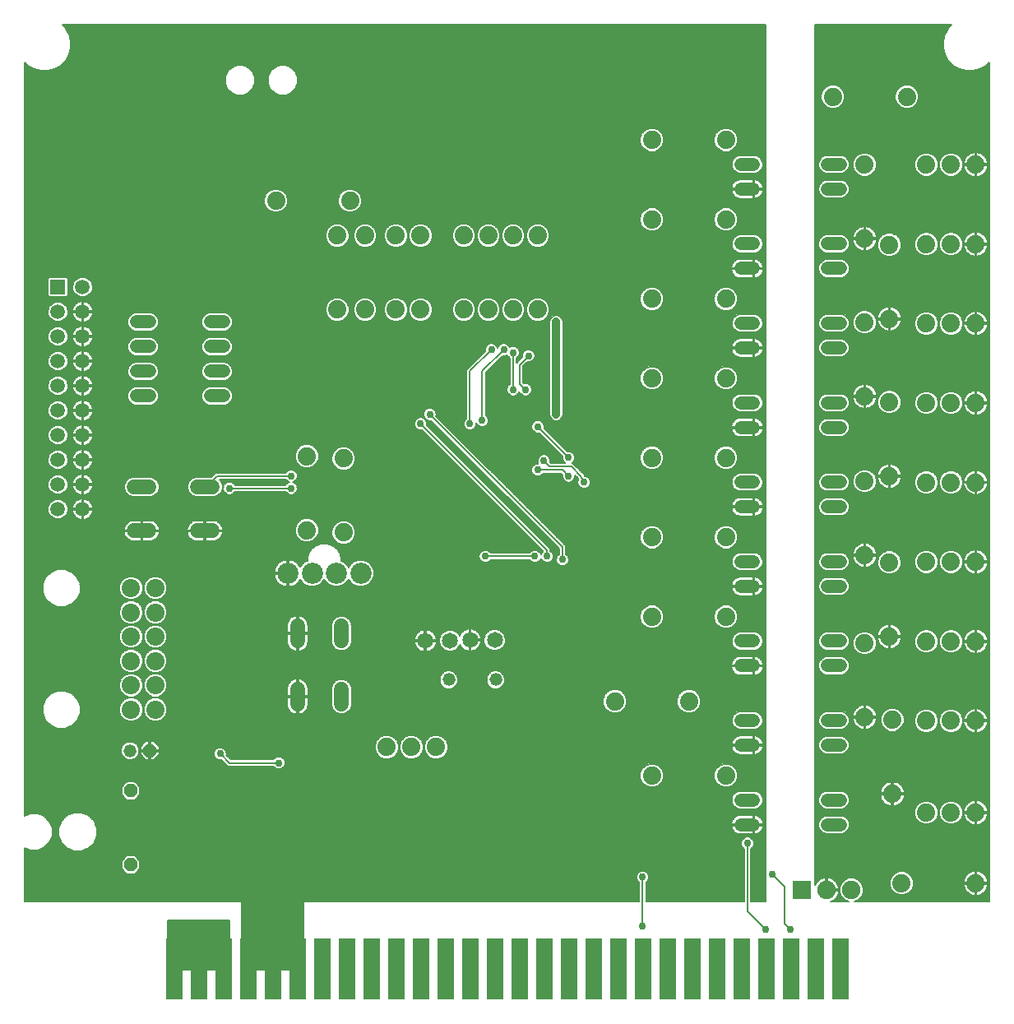
<source format=gbl>
G75*
%MOIN*%
%OFA0B0*%
%FSLAX25Y25*%
%IPPOS*%
%LPD*%
%AMOC8*
5,1,8,0,0,1.08239X$1,22.5*
%
%ADD10R,0.05937X0.05937*%
%ADD11C,0.05937*%
%ADD12R,0.06500X0.25000*%
%ADD13C,0.07382*%
%ADD14C,0.07400*%
%ADD15C,0.05200*%
%ADD16R,0.07500X0.07500*%
%ADD17C,0.07500*%
%ADD18C,0.05200*%
%ADD19C,0.06000*%
%ADD20C,0.06500*%
%ADD21C,0.08600*%
%ADD22OC8,0.05200*%
%ADD23C,0.03569*%
%ADD24C,0.00600*%
%ADD25C,0.02978*%
%ADD26C,0.03200*%
D10*
X0019309Y0293753D03*
D11*
X0029309Y0293753D03*
X0029309Y0283753D03*
X0029309Y0273753D03*
X0029309Y0263753D03*
X0029309Y0253753D03*
X0029309Y0243753D03*
X0029309Y0233753D03*
X0029309Y0223753D03*
X0029309Y0213753D03*
X0029309Y0203753D03*
X0019309Y0203753D03*
X0019309Y0213753D03*
X0019309Y0223753D03*
X0019309Y0233753D03*
X0019309Y0243753D03*
X0019309Y0253753D03*
X0019309Y0263753D03*
X0019309Y0273753D03*
X0019309Y0283753D03*
D12*
X0066494Y0017500D03*
X0076494Y0017500D03*
X0086494Y0017500D03*
X0096494Y0017500D03*
X0106494Y0017500D03*
X0116494Y0017500D03*
X0126494Y0017500D03*
X0136494Y0017500D03*
X0146494Y0017500D03*
X0156494Y0017500D03*
X0166494Y0017500D03*
X0176494Y0017500D03*
X0186494Y0017500D03*
X0196494Y0017500D03*
X0206494Y0017500D03*
X0216494Y0017500D03*
X0226494Y0017500D03*
X0236494Y0017500D03*
X0246494Y0017500D03*
X0256494Y0017500D03*
X0266494Y0017500D03*
X0276494Y0017500D03*
X0286494Y0017500D03*
X0296494Y0017500D03*
X0306494Y0017500D03*
X0316494Y0017500D03*
X0326494Y0017500D03*
X0336494Y0017500D03*
D13*
X0058819Y0122566D03*
X0058819Y0132409D03*
X0048976Y0132409D03*
X0048976Y0122566D03*
X0048976Y0142251D03*
X0058819Y0142251D03*
X0058819Y0152094D03*
X0058819Y0161936D03*
X0048976Y0161936D03*
X0048976Y0152094D03*
X0048976Y0171779D03*
X0058819Y0171779D03*
D14*
X0120226Y0195233D03*
X0135065Y0194299D03*
X0135065Y0224299D03*
X0120226Y0225233D03*
X0132550Y0284652D03*
X0143800Y0284652D03*
X0156300Y0284652D03*
X0166300Y0284652D03*
X0183800Y0284652D03*
X0193800Y0284652D03*
X0203800Y0284652D03*
X0213800Y0284652D03*
X0213800Y0314652D03*
X0203800Y0314652D03*
X0193800Y0314652D03*
X0183800Y0314652D03*
X0166300Y0314652D03*
X0156300Y0314652D03*
X0143800Y0314652D03*
X0132550Y0314652D03*
X0137678Y0328784D03*
X0107678Y0328784D03*
X0260050Y0321202D03*
X0290050Y0321202D03*
X0290050Y0353402D03*
X0260050Y0353402D03*
X0260050Y0289002D03*
X0290050Y0289002D03*
X0290050Y0256802D03*
X0260050Y0256802D03*
X0260050Y0224602D03*
X0290050Y0224602D03*
X0290050Y0192402D03*
X0260050Y0192402D03*
X0260050Y0160202D03*
X0290050Y0160202D03*
X0275050Y0125902D03*
X0245050Y0125902D03*
X0260050Y0095802D03*
X0290050Y0095802D03*
X0346300Y0119452D03*
X0357550Y0118402D03*
X0371300Y0118002D03*
X0381300Y0118002D03*
X0391300Y0118002D03*
X0391300Y0150202D03*
X0381300Y0150202D03*
X0371300Y0150202D03*
X0356300Y0152152D03*
X0346300Y0149452D03*
X0356300Y0182152D03*
X0346300Y0185102D03*
X0371300Y0182402D03*
X0381300Y0182402D03*
X0391300Y0182402D03*
X0391300Y0214602D03*
X0381300Y0214602D03*
X0371300Y0214602D03*
X0356300Y0217152D03*
X0346300Y0215102D03*
X0356300Y0247152D03*
X0346300Y0249502D03*
X0371300Y0246802D03*
X0381300Y0246802D03*
X0391300Y0246802D03*
X0391300Y0279002D03*
X0381300Y0279002D03*
X0371300Y0279002D03*
X0356300Y0280902D03*
X0346300Y0279502D03*
X0356300Y0310902D03*
X0346300Y0313402D03*
X0371300Y0311202D03*
X0381300Y0311202D03*
X0391300Y0311202D03*
X0391300Y0343402D03*
X0381300Y0343402D03*
X0371300Y0343402D03*
X0346300Y0343402D03*
X0333397Y0370917D03*
X0363397Y0370917D03*
X0172590Y0107354D03*
X0162590Y0107354D03*
X0152590Y0107354D03*
X0357550Y0088402D03*
X0371300Y0080802D03*
X0381300Y0080802D03*
X0391300Y0080802D03*
X0391300Y0052152D03*
X0361300Y0052152D03*
D15*
X0196691Y0134632D03*
X0177691Y0134632D03*
X0048550Y0105902D03*
D16*
X0320895Y0049427D03*
D17*
X0330895Y0049427D03*
X0340895Y0049427D03*
D18*
X0336500Y0075902D02*
X0331300Y0075902D01*
X0331300Y0085902D02*
X0336500Y0085902D01*
X0336500Y0108102D02*
X0331300Y0108102D01*
X0331300Y0118102D02*
X0336500Y0118102D01*
X0336500Y0140302D02*
X0331300Y0140302D01*
X0331300Y0150302D02*
X0336500Y0150302D01*
X0336500Y0172502D02*
X0331300Y0172502D01*
X0331300Y0182502D02*
X0336500Y0182502D01*
X0336500Y0204702D02*
X0331300Y0204702D01*
X0331300Y0214702D02*
X0336500Y0214702D01*
X0336500Y0236902D02*
X0331300Y0236902D01*
X0331300Y0246902D02*
X0336500Y0246902D01*
X0336500Y0269102D02*
X0331300Y0269102D01*
X0331300Y0279102D02*
X0336500Y0279102D01*
X0336500Y0301302D02*
X0331300Y0301302D01*
X0331300Y0311302D02*
X0336500Y0311302D01*
X0336500Y0333502D02*
X0331300Y0333502D01*
X0331300Y0343502D02*
X0336500Y0343502D01*
X0301300Y0343502D02*
X0296100Y0343502D01*
X0296100Y0333502D02*
X0301300Y0333502D01*
X0301300Y0311302D02*
X0296100Y0311302D01*
X0296100Y0301302D02*
X0301300Y0301302D01*
X0301300Y0279102D02*
X0296100Y0279102D01*
X0296100Y0269102D02*
X0301300Y0269102D01*
X0301300Y0246902D02*
X0296100Y0246902D01*
X0296100Y0236902D02*
X0301300Y0236902D01*
X0301300Y0214702D02*
X0296100Y0214702D01*
X0296100Y0204702D02*
X0301300Y0204702D01*
X0301300Y0182502D02*
X0296100Y0182502D01*
X0296100Y0172502D02*
X0301300Y0172502D01*
X0301300Y0150302D02*
X0296100Y0150302D01*
X0296100Y0140302D02*
X0301300Y0140302D01*
X0301300Y0118102D02*
X0296100Y0118102D01*
X0296100Y0108102D02*
X0301300Y0108102D01*
X0301300Y0085902D02*
X0296100Y0085902D01*
X0296100Y0075902D02*
X0301300Y0075902D01*
X0086400Y0249652D02*
X0081200Y0249652D01*
X0081200Y0259652D02*
X0086400Y0259652D01*
X0086400Y0269652D02*
X0081200Y0269652D01*
X0081200Y0279652D02*
X0086400Y0279652D01*
X0056400Y0279652D02*
X0051200Y0279652D01*
X0051200Y0269652D02*
X0056400Y0269652D01*
X0056400Y0259652D02*
X0051200Y0259652D01*
X0051200Y0249652D02*
X0056400Y0249652D01*
D19*
X0056296Y0212777D02*
X0050296Y0212777D01*
X0050296Y0194977D02*
X0056296Y0194977D01*
X0075896Y0194977D02*
X0081896Y0194977D01*
X0081896Y0212777D02*
X0075896Y0212777D01*
X0116424Y0156409D02*
X0116424Y0150409D01*
X0134224Y0150409D02*
X0134224Y0156409D01*
X0134224Y0130809D02*
X0134224Y0124809D01*
X0116424Y0124809D02*
X0116424Y0130809D01*
D20*
X0168233Y0150483D03*
X0178233Y0150483D03*
X0186313Y0150745D03*
X0196313Y0150745D03*
D21*
X0142028Y0177802D03*
X0132186Y0177802D03*
X0122343Y0177802D03*
X0112501Y0177802D03*
D22*
X0056550Y0105902D03*
X0048800Y0089652D03*
X0048800Y0059652D03*
D23*
X0106300Y0034652D03*
D24*
X0005900Y0044652D02*
X0005900Y0066448D01*
X0008142Y0065519D01*
X0011106Y0065519D01*
X0013844Y0066654D01*
X0015940Y0068749D01*
X0017074Y0071487D01*
X0017074Y0074451D01*
X0015940Y0077189D01*
X0013844Y0079284D01*
X0011106Y0080419D01*
X0008142Y0080419D01*
X0005900Y0079490D01*
X0005900Y0384885D01*
X0007215Y0383570D01*
X0009660Y0382158D01*
X0012388Y0381427D01*
X0015212Y0381427D01*
X0017940Y0382158D01*
X0020385Y0383570D01*
X0022382Y0385567D01*
X0023794Y0388012D01*
X0024525Y0390740D01*
X0024525Y0393564D01*
X0023794Y0396292D01*
X0022382Y0398737D01*
X0021067Y0400052D01*
X0306300Y0400052D01*
X0306300Y0056650D01*
X0306204Y0056418D01*
X0306204Y0055386D01*
X0306300Y0055154D01*
X0306300Y0044652D01*
X0300207Y0044652D01*
X0300207Y0066175D01*
X0300271Y0066201D01*
X0301001Y0066931D01*
X0301396Y0067886D01*
X0301396Y0068918D01*
X0301001Y0069873D01*
X0300271Y0070603D01*
X0299316Y0070998D01*
X0298284Y0070998D01*
X0297329Y0070603D01*
X0296599Y0069873D01*
X0296204Y0068918D01*
X0296204Y0067886D01*
X0296599Y0066931D01*
X0297329Y0066201D01*
X0297393Y0066175D01*
X0297393Y0044652D01*
X0257707Y0044652D01*
X0257707Y0052425D01*
X0257771Y0052451D01*
X0258501Y0053181D01*
X0258896Y0054136D01*
X0258896Y0055168D01*
X0258501Y0056123D01*
X0257771Y0056853D01*
X0256816Y0057248D01*
X0255784Y0057248D01*
X0254829Y0056853D01*
X0254099Y0056123D01*
X0253704Y0055168D01*
X0253704Y0054136D01*
X0254099Y0053181D01*
X0254829Y0052451D01*
X0254893Y0052425D01*
X0254893Y0044652D01*
X0005900Y0044652D01*
X0005900Y0044752D02*
X0254893Y0044752D01*
X0254893Y0045351D02*
X0005900Y0045351D01*
X0005900Y0045949D02*
X0254893Y0045949D01*
X0254893Y0046548D02*
X0005900Y0046548D01*
X0005900Y0047146D02*
X0254893Y0047146D01*
X0254893Y0047745D02*
X0005900Y0047745D01*
X0005900Y0048343D02*
X0254893Y0048343D01*
X0254893Y0048942D02*
X0005900Y0048942D01*
X0005900Y0049540D02*
X0254893Y0049540D01*
X0254893Y0050139D02*
X0005900Y0050139D01*
X0005900Y0050737D02*
X0254893Y0050737D01*
X0254893Y0051336D02*
X0005900Y0051336D01*
X0005900Y0051934D02*
X0254893Y0051934D01*
X0254748Y0052533D02*
X0005900Y0052533D01*
X0005900Y0053131D02*
X0254149Y0053131D01*
X0253872Y0053730D02*
X0005900Y0053730D01*
X0005900Y0054328D02*
X0253704Y0054328D01*
X0253704Y0054927D02*
X0005900Y0054927D01*
X0005900Y0055525D02*
X0253852Y0055525D01*
X0254101Y0056124D02*
X0050515Y0056124D01*
X0050336Y0055945D02*
X0052507Y0058116D01*
X0052507Y0061188D01*
X0050336Y0063359D01*
X0047264Y0063359D01*
X0045093Y0061188D01*
X0045093Y0058116D01*
X0047264Y0055945D01*
X0050336Y0055945D01*
X0051113Y0056722D02*
X0254699Y0056722D01*
X0256300Y0054652D02*
X0256300Y0034652D01*
X0257707Y0044752D02*
X0297393Y0044752D01*
X0297393Y0045351D02*
X0257707Y0045351D01*
X0257707Y0045949D02*
X0297393Y0045949D01*
X0297393Y0046548D02*
X0257707Y0046548D01*
X0257707Y0047146D02*
X0297393Y0047146D01*
X0297393Y0047745D02*
X0257707Y0047745D01*
X0257707Y0048343D02*
X0297393Y0048343D01*
X0297393Y0048942D02*
X0257707Y0048942D01*
X0257707Y0049540D02*
X0297393Y0049540D01*
X0297393Y0050139D02*
X0257707Y0050139D01*
X0257707Y0050737D02*
X0297393Y0050737D01*
X0297393Y0051336D02*
X0257707Y0051336D01*
X0257707Y0051934D02*
X0297393Y0051934D01*
X0297393Y0052533D02*
X0257852Y0052533D01*
X0258451Y0053131D02*
X0297393Y0053131D01*
X0297393Y0053730D02*
X0258728Y0053730D01*
X0258896Y0054328D02*
X0297393Y0054328D01*
X0297393Y0054927D02*
X0258896Y0054927D01*
X0258748Y0055525D02*
X0297393Y0055525D01*
X0297393Y0056124D02*
X0258499Y0056124D01*
X0257901Y0056722D02*
X0297393Y0056722D01*
X0297393Y0057321D02*
X0051712Y0057321D01*
X0052310Y0057920D02*
X0297393Y0057920D01*
X0297393Y0058518D02*
X0052507Y0058518D01*
X0052507Y0059117D02*
X0297393Y0059117D01*
X0297393Y0059715D02*
X0052507Y0059715D01*
X0052507Y0060314D02*
X0297393Y0060314D01*
X0297393Y0060912D02*
X0052507Y0060912D01*
X0052184Y0061511D02*
X0297393Y0061511D01*
X0297393Y0062109D02*
X0051586Y0062109D01*
X0050987Y0062708D02*
X0297393Y0062708D01*
X0297393Y0063306D02*
X0050388Y0063306D01*
X0047212Y0063306D02*
X0005900Y0063306D01*
X0005900Y0062708D02*
X0046613Y0062708D01*
X0046014Y0062109D02*
X0005900Y0062109D01*
X0005900Y0061511D02*
X0045416Y0061511D01*
X0045093Y0060912D02*
X0005900Y0060912D01*
X0005900Y0060314D02*
X0045093Y0060314D01*
X0045093Y0059715D02*
X0005900Y0059715D01*
X0005900Y0059117D02*
X0045093Y0059117D01*
X0045093Y0058518D02*
X0005900Y0058518D01*
X0005900Y0057920D02*
X0045290Y0057920D01*
X0045888Y0057321D02*
X0005900Y0057321D01*
X0005900Y0056722D02*
X0046487Y0056722D01*
X0047085Y0056124D02*
X0005900Y0056124D01*
X0005900Y0063905D02*
X0297393Y0063905D01*
X0297393Y0064503D02*
X0005900Y0064503D01*
X0005900Y0065102D02*
X0297393Y0065102D01*
X0297393Y0065700D02*
X0030288Y0065700D01*
X0028901Y0065126D02*
X0031784Y0066320D01*
X0033990Y0068526D01*
X0035184Y0071409D01*
X0035184Y0074529D01*
X0033990Y0077412D01*
X0031784Y0079618D01*
X0028901Y0080812D01*
X0025781Y0080812D01*
X0022898Y0079618D01*
X0020691Y0077412D01*
X0019497Y0074529D01*
X0019497Y0071409D01*
X0020691Y0068526D01*
X0022898Y0066320D01*
X0025781Y0065126D01*
X0028901Y0065126D01*
X0031733Y0066299D02*
X0297232Y0066299D01*
X0296633Y0066897D02*
X0032361Y0066897D01*
X0032959Y0067496D02*
X0296365Y0067496D01*
X0296204Y0068094D02*
X0033558Y0068094D01*
X0034059Y0068693D02*
X0296204Y0068693D01*
X0296358Y0069291D02*
X0034307Y0069291D01*
X0034555Y0069890D02*
X0296616Y0069890D01*
X0297215Y0070488D02*
X0034803Y0070488D01*
X0035051Y0071087D02*
X0306300Y0071087D01*
X0306300Y0071685D02*
X0035184Y0071685D01*
X0035184Y0072284D02*
X0294644Y0072284D01*
X0294962Y0072152D02*
X0295716Y0072002D01*
X0301000Y0072002D01*
X0301000Y0075602D01*
X0292200Y0075602D01*
X0292200Y0075518D01*
X0292350Y0074764D01*
X0292644Y0074055D01*
X0293071Y0073416D01*
X0293614Y0072873D01*
X0294253Y0072446D01*
X0294962Y0072152D01*
X0293604Y0072882D02*
X0035184Y0072882D01*
X0035184Y0073481D02*
X0293027Y0073481D01*
X0292634Y0074079D02*
X0035184Y0074079D01*
X0035122Y0074678D02*
X0292386Y0074678D01*
X0292248Y0075276D02*
X0034874Y0075276D01*
X0034627Y0075875D02*
X0301000Y0075875D01*
X0301000Y0075602D02*
X0301000Y0076202D01*
X0301000Y0079802D01*
X0295716Y0079802D01*
X0294962Y0079652D01*
X0294253Y0079358D01*
X0293614Y0078931D01*
X0293071Y0078388D01*
X0292644Y0077749D01*
X0292350Y0077040D01*
X0292200Y0076286D01*
X0292200Y0076202D01*
X0301000Y0076202D01*
X0301600Y0076202D01*
X0301600Y0079802D01*
X0301684Y0079802D01*
X0302438Y0079652D01*
X0303147Y0079358D01*
X0303786Y0078931D01*
X0304329Y0078388D01*
X0304756Y0077749D01*
X0305050Y0077040D01*
X0305200Y0076286D01*
X0305200Y0076202D01*
X0301600Y0076202D01*
X0301600Y0075602D01*
X0305200Y0075602D01*
X0305200Y0075518D01*
X0305050Y0074764D01*
X0304756Y0074055D01*
X0304329Y0073416D01*
X0303786Y0072873D01*
X0303147Y0072446D01*
X0302438Y0072152D01*
X0301684Y0072002D01*
X0301600Y0072002D01*
X0301600Y0075602D01*
X0301000Y0075602D01*
X0301000Y0075276D02*
X0301600Y0075276D01*
X0301600Y0074678D02*
X0301000Y0074678D01*
X0301000Y0074079D02*
X0301600Y0074079D01*
X0301600Y0073481D02*
X0301000Y0073481D01*
X0301000Y0072882D02*
X0301600Y0072882D01*
X0301600Y0072284D02*
X0301000Y0072284D01*
X0302756Y0072284D02*
X0306300Y0072284D01*
X0306300Y0072882D02*
X0303796Y0072882D01*
X0304373Y0073481D02*
X0306300Y0073481D01*
X0306300Y0074079D02*
X0304766Y0074079D01*
X0305014Y0074678D02*
X0306300Y0074678D01*
X0306300Y0075276D02*
X0305152Y0075276D01*
X0305163Y0076473D02*
X0306300Y0076473D01*
X0306300Y0075875D02*
X0301600Y0075875D01*
X0301600Y0076473D02*
X0301000Y0076473D01*
X0301000Y0077072D02*
X0301600Y0077072D01*
X0301600Y0077670D02*
X0301000Y0077670D01*
X0301000Y0078269D02*
X0301600Y0078269D01*
X0301600Y0078867D02*
X0301000Y0078867D01*
X0301000Y0079466D02*
X0301600Y0079466D01*
X0302887Y0079466D02*
X0306300Y0079466D01*
X0306300Y0080064D02*
X0030706Y0080064D01*
X0031936Y0079466D02*
X0294513Y0079466D01*
X0293550Y0078867D02*
X0032534Y0078867D01*
X0033133Y0078269D02*
X0292991Y0078269D01*
X0292611Y0077670D02*
X0033731Y0077670D01*
X0034131Y0077072D02*
X0292363Y0077072D01*
X0292237Y0076473D02*
X0034379Y0076473D01*
X0029261Y0080663D02*
X0306300Y0080663D01*
X0306300Y0081261D02*
X0005900Y0081261D01*
X0005900Y0080663D02*
X0025420Y0080663D01*
X0023975Y0080064D02*
X0011961Y0080064D01*
X0013406Y0079466D02*
X0022745Y0079466D01*
X0022147Y0078867D02*
X0014261Y0078867D01*
X0014860Y0078269D02*
X0021548Y0078269D01*
X0020950Y0077670D02*
X0015458Y0077670D01*
X0015988Y0077072D02*
X0020551Y0077072D01*
X0020303Y0076473D02*
X0016236Y0076473D01*
X0016484Y0075875D02*
X0020055Y0075875D01*
X0019807Y0075276D02*
X0016732Y0075276D01*
X0016980Y0074678D02*
X0019559Y0074678D01*
X0019497Y0074079D02*
X0017074Y0074079D01*
X0017074Y0073481D02*
X0019497Y0073481D01*
X0019497Y0072882D02*
X0017074Y0072882D01*
X0017074Y0072284D02*
X0019497Y0072284D01*
X0019497Y0071685D02*
X0017074Y0071685D01*
X0016908Y0071087D02*
X0019631Y0071087D01*
X0019879Y0070488D02*
X0016660Y0070488D01*
X0016412Y0069890D02*
X0020127Y0069890D01*
X0020375Y0069291D02*
X0016164Y0069291D01*
X0015883Y0068693D02*
X0020622Y0068693D01*
X0021123Y0068094D02*
X0015285Y0068094D01*
X0014686Y0067496D02*
X0021722Y0067496D01*
X0022320Y0066897D02*
X0014088Y0066897D01*
X0012987Y0066299D02*
X0022949Y0066299D01*
X0024394Y0065700D02*
X0011542Y0065700D01*
X0007706Y0065700D02*
X0005900Y0065700D01*
X0005900Y0066299D02*
X0006261Y0066299D01*
X0005900Y0080064D02*
X0007287Y0080064D01*
X0005900Y0081860D02*
X0306300Y0081860D01*
X0306300Y0082458D02*
X0302674Y0082458D01*
X0302037Y0082195D02*
X0303400Y0082759D01*
X0304443Y0083802D01*
X0305007Y0085165D01*
X0305007Y0086639D01*
X0304443Y0088002D01*
X0303400Y0089045D01*
X0302037Y0089609D01*
X0295363Y0089609D01*
X0294000Y0089045D01*
X0292957Y0088002D01*
X0292393Y0086639D01*
X0292393Y0085165D01*
X0292957Y0083802D01*
X0294000Y0082759D01*
X0295363Y0082195D01*
X0302037Y0082195D01*
X0303698Y0083057D02*
X0306300Y0083057D01*
X0306300Y0083655D02*
X0304296Y0083655D01*
X0304630Y0084254D02*
X0306300Y0084254D01*
X0306300Y0084853D02*
X0304878Y0084853D01*
X0305007Y0085451D02*
X0306300Y0085451D01*
X0306300Y0086050D02*
X0305007Y0086050D01*
X0305003Y0086648D02*
X0306300Y0086648D01*
X0306300Y0087247D02*
X0304756Y0087247D01*
X0304508Y0087845D02*
X0306300Y0087845D01*
X0306300Y0088444D02*
X0304001Y0088444D01*
X0303402Y0089042D02*
X0306300Y0089042D01*
X0306300Y0089641D02*
X0052507Y0089641D01*
X0052507Y0090239D02*
X0306300Y0090239D01*
X0306300Y0090838D02*
X0052507Y0090838D01*
X0052507Y0091188D02*
X0050336Y0093359D01*
X0047264Y0093359D01*
X0045093Y0091188D01*
X0045093Y0088116D01*
X0047264Y0085945D01*
X0050336Y0085945D01*
X0052507Y0088116D01*
X0052507Y0091188D01*
X0052258Y0091436D02*
X0258029Y0091436D01*
X0257327Y0091727D02*
X0259094Y0090995D01*
X0261006Y0090995D01*
X0262773Y0091727D01*
X0264125Y0093079D01*
X0264857Y0094846D01*
X0264857Y0096758D01*
X0264125Y0098525D01*
X0262773Y0099877D01*
X0261006Y0100609D01*
X0259094Y0100609D01*
X0257327Y0099877D01*
X0255975Y0098525D01*
X0255243Y0096758D01*
X0255243Y0094846D01*
X0255975Y0093079D01*
X0257327Y0091727D01*
X0257019Y0092035D02*
X0051660Y0092035D01*
X0051061Y0092633D02*
X0256421Y0092633D01*
X0255911Y0093232D02*
X0050463Y0093232D01*
X0047137Y0093232D02*
X0005900Y0093232D01*
X0005900Y0093830D02*
X0255664Y0093830D01*
X0255416Y0094429D02*
X0005900Y0094429D01*
X0005900Y0095027D02*
X0255243Y0095027D01*
X0255243Y0095626D02*
X0005900Y0095626D01*
X0005900Y0096224D02*
X0255243Y0096224D01*
X0255270Y0096823D02*
X0005900Y0096823D01*
X0005900Y0097421D02*
X0255518Y0097421D01*
X0255765Y0098020D02*
X0005900Y0098020D01*
X0005900Y0098618D02*
X0107530Y0098618D01*
X0107329Y0098701D02*
X0108284Y0098306D01*
X0109316Y0098306D01*
X0110271Y0098701D01*
X0111001Y0099431D01*
X0111396Y0100386D01*
X0111396Y0101418D01*
X0111001Y0102373D01*
X0110271Y0103103D01*
X0109316Y0103498D01*
X0108284Y0103498D01*
X0107329Y0103103D01*
X0106599Y0102373D01*
X0106573Y0102309D01*
X0089383Y0102309D01*
X0087620Y0104072D01*
X0087646Y0104136D01*
X0087646Y0105168D01*
X0087251Y0106123D01*
X0086521Y0106853D01*
X0085566Y0107248D01*
X0084534Y0107248D01*
X0083579Y0106853D01*
X0082849Y0106123D01*
X0082454Y0105168D01*
X0082454Y0104136D01*
X0082849Y0103181D01*
X0083579Y0102451D01*
X0084534Y0102056D01*
X0085566Y0102056D01*
X0085630Y0102082D01*
X0088217Y0099495D01*
X0106573Y0099495D01*
X0106599Y0099431D01*
X0107329Y0098701D01*
X0106814Y0099217D02*
X0005900Y0099217D01*
X0005900Y0099815D02*
X0087897Y0099815D01*
X0087298Y0100414D02*
X0005900Y0100414D01*
X0005900Y0101012D02*
X0086700Y0101012D01*
X0086101Y0101611D02*
X0005900Y0101611D01*
X0005900Y0102209D02*
X0047778Y0102209D01*
X0047813Y0102195D02*
X0049287Y0102195D01*
X0050650Y0102759D01*
X0051693Y0103802D01*
X0052257Y0105165D01*
X0052257Y0106639D01*
X0051693Y0108002D01*
X0050650Y0109045D01*
X0049287Y0109609D01*
X0047813Y0109609D01*
X0046450Y0109045D01*
X0045407Y0108002D01*
X0044843Y0106639D01*
X0044843Y0105165D01*
X0045407Y0103802D01*
X0046450Y0102759D01*
X0047813Y0102195D01*
X0049322Y0102209D02*
X0054727Y0102209D01*
X0054935Y0102002D02*
X0056250Y0102002D01*
X0056250Y0105602D01*
X0052650Y0105602D01*
X0052650Y0104287D01*
X0054935Y0102002D01*
X0054129Y0102808D02*
X0050698Y0102808D01*
X0051297Y0103406D02*
X0053530Y0103406D01*
X0052932Y0104005D02*
X0051777Y0104005D01*
X0052025Y0104603D02*
X0052650Y0104603D01*
X0052650Y0105202D02*
X0052257Y0105202D01*
X0052257Y0105800D02*
X0056250Y0105800D01*
X0056250Y0105602D02*
X0056250Y0106202D01*
X0056250Y0109802D01*
X0054935Y0109802D01*
X0052650Y0107517D01*
X0052650Y0106202D01*
X0056250Y0106202D01*
X0056850Y0106202D01*
X0056850Y0109802D01*
X0058165Y0109802D01*
X0060450Y0107517D01*
X0060450Y0106202D01*
X0056850Y0106202D01*
X0056850Y0105602D01*
X0060450Y0105602D01*
X0060450Y0104287D01*
X0058165Y0102002D01*
X0056850Y0102002D01*
X0056850Y0105602D01*
X0056250Y0105602D01*
X0056250Y0105202D02*
X0056850Y0105202D01*
X0056850Y0105800D02*
X0082716Y0105800D01*
X0082468Y0105202D02*
X0060450Y0105202D01*
X0060450Y0104603D02*
X0082454Y0104603D01*
X0082508Y0104005D02*
X0060168Y0104005D01*
X0059570Y0103406D02*
X0082756Y0103406D01*
X0083223Y0102808D02*
X0058971Y0102808D01*
X0058373Y0102209D02*
X0084163Y0102209D01*
X0085050Y0104652D02*
X0088800Y0100902D01*
X0108800Y0100902D01*
X0110566Y0102808D02*
X0151004Y0102808D01*
X0151634Y0102547D02*
X0153546Y0102547D01*
X0155313Y0103279D01*
X0156665Y0104631D01*
X0157397Y0106398D01*
X0157397Y0108310D01*
X0156665Y0110077D01*
X0155313Y0111429D01*
X0153546Y0112161D01*
X0151634Y0112161D01*
X0149867Y0111429D01*
X0148515Y0110077D01*
X0147783Y0108310D01*
X0147783Y0106398D01*
X0148515Y0104631D01*
X0149867Y0103279D01*
X0151634Y0102547D01*
X0149739Y0103406D02*
X0109538Y0103406D01*
X0108062Y0103406D02*
X0088286Y0103406D01*
X0088884Y0102808D02*
X0107034Y0102808D01*
X0111068Y0102209D02*
X0306300Y0102209D01*
X0306300Y0101611D02*
X0111316Y0101611D01*
X0111396Y0101012D02*
X0306300Y0101012D01*
X0306300Y0100414D02*
X0291478Y0100414D01*
X0291006Y0100609D02*
X0289094Y0100609D01*
X0287327Y0099877D01*
X0285975Y0098525D01*
X0285243Y0096758D01*
X0285243Y0094846D01*
X0285975Y0093079D01*
X0287327Y0091727D01*
X0289094Y0090995D01*
X0291006Y0090995D01*
X0292773Y0091727D01*
X0294125Y0093079D01*
X0294857Y0094846D01*
X0294857Y0096758D01*
X0294125Y0098525D01*
X0292773Y0099877D01*
X0291006Y0100609D01*
X0292835Y0099815D02*
X0306300Y0099815D01*
X0306300Y0099217D02*
X0293433Y0099217D01*
X0294032Y0098618D02*
X0306300Y0098618D01*
X0306300Y0098020D02*
X0294335Y0098020D01*
X0294582Y0097421D02*
X0306300Y0097421D01*
X0306300Y0096823D02*
X0294830Y0096823D01*
X0294857Y0096224D02*
X0306300Y0096224D01*
X0306300Y0095626D02*
X0294857Y0095626D01*
X0294857Y0095027D02*
X0306300Y0095027D01*
X0306300Y0094429D02*
X0294684Y0094429D01*
X0294436Y0093830D02*
X0306300Y0093830D01*
X0306300Y0093232D02*
X0294188Y0093232D01*
X0293679Y0092633D02*
X0306300Y0092633D01*
X0306300Y0092035D02*
X0293081Y0092035D01*
X0292071Y0091436D02*
X0306300Y0091436D01*
X0294726Y0082458D02*
X0005900Y0082458D01*
X0005900Y0083057D02*
X0293702Y0083057D01*
X0293104Y0083655D02*
X0005900Y0083655D01*
X0005900Y0084254D02*
X0292770Y0084254D01*
X0292522Y0084853D02*
X0005900Y0084853D01*
X0005900Y0085451D02*
X0292393Y0085451D01*
X0292393Y0086050D02*
X0050440Y0086050D01*
X0051039Y0086648D02*
X0292397Y0086648D01*
X0292644Y0087247D02*
X0051637Y0087247D01*
X0052236Y0087845D02*
X0292892Y0087845D01*
X0293399Y0088444D02*
X0052507Y0088444D01*
X0052507Y0089042D02*
X0293997Y0089042D01*
X0288029Y0091436D02*
X0262071Y0091436D01*
X0263081Y0092035D02*
X0287019Y0092035D01*
X0286421Y0092633D02*
X0263679Y0092633D01*
X0264188Y0093232D02*
X0285911Y0093232D01*
X0285664Y0093830D02*
X0264436Y0093830D01*
X0264684Y0094429D02*
X0285416Y0094429D01*
X0285243Y0095027D02*
X0264857Y0095027D01*
X0264857Y0095626D02*
X0285243Y0095626D01*
X0285243Y0096224D02*
X0264857Y0096224D01*
X0264830Y0096823D02*
X0285270Y0096823D01*
X0285518Y0097421D02*
X0264582Y0097421D01*
X0264335Y0098020D02*
X0285765Y0098020D01*
X0286068Y0098618D02*
X0264032Y0098618D01*
X0263433Y0099217D02*
X0286667Y0099217D01*
X0287265Y0099815D02*
X0262835Y0099815D01*
X0261478Y0100414D02*
X0288622Y0100414D01*
X0293485Y0105202D02*
X0176902Y0105202D01*
X0176665Y0104631D02*
X0177397Y0106398D01*
X0177397Y0108310D01*
X0176665Y0110077D01*
X0175313Y0111429D01*
X0173546Y0112161D01*
X0171634Y0112161D01*
X0169867Y0111429D01*
X0168515Y0110077D01*
X0167783Y0108310D01*
X0167783Y0106398D01*
X0168515Y0104631D01*
X0169867Y0103279D01*
X0171634Y0102547D01*
X0173546Y0102547D01*
X0175313Y0103279D01*
X0176665Y0104631D01*
X0176638Y0104603D02*
X0294355Y0104603D01*
X0294253Y0104646D02*
X0294962Y0104352D01*
X0295716Y0104202D01*
X0301000Y0104202D01*
X0301000Y0107802D01*
X0292200Y0107802D01*
X0292200Y0107718D01*
X0292350Y0106964D01*
X0292644Y0106255D01*
X0293071Y0105616D01*
X0293614Y0105073D01*
X0294253Y0104646D01*
X0292947Y0105800D02*
X0177150Y0105800D01*
X0177397Y0106399D02*
X0292584Y0106399D01*
X0292343Y0106997D02*
X0177397Y0106997D01*
X0177397Y0107596D02*
X0292224Y0107596D01*
X0292200Y0108402D02*
X0301000Y0108402D01*
X0301000Y0112002D01*
X0295716Y0112002D01*
X0294962Y0111852D01*
X0294253Y0111558D01*
X0293614Y0111131D01*
X0293071Y0110588D01*
X0292644Y0109949D01*
X0292350Y0109240D01*
X0292200Y0108486D01*
X0292200Y0108402D01*
X0292261Y0108793D02*
X0177197Y0108793D01*
X0177397Y0108194D02*
X0301000Y0108194D01*
X0301000Y0108402D02*
X0301000Y0107802D01*
X0301600Y0107802D01*
X0301600Y0108402D01*
X0301000Y0108402D01*
X0301000Y0108793D02*
X0301600Y0108793D01*
X0301600Y0108402D02*
X0301600Y0112002D01*
X0301684Y0112002D01*
X0302438Y0111852D01*
X0303147Y0111558D01*
X0303786Y0111131D01*
X0304329Y0110588D01*
X0304756Y0109949D01*
X0305050Y0109240D01*
X0305200Y0108486D01*
X0305200Y0108402D01*
X0301600Y0108402D01*
X0301600Y0108194D02*
X0306300Y0108194D01*
X0306300Y0107596D02*
X0305176Y0107596D01*
X0305200Y0107718D02*
X0305200Y0107802D01*
X0301600Y0107802D01*
X0301600Y0104202D01*
X0301684Y0104202D01*
X0302438Y0104352D01*
X0303147Y0104646D01*
X0303786Y0105073D01*
X0304329Y0105616D01*
X0304756Y0106255D01*
X0305050Y0106964D01*
X0305200Y0107718D01*
X0305057Y0106997D02*
X0306300Y0106997D01*
X0306300Y0106399D02*
X0304816Y0106399D01*
X0304453Y0105800D02*
X0306300Y0105800D01*
X0306300Y0105202D02*
X0303915Y0105202D01*
X0303045Y0104603D02*
X0306300Y0104603D01*
X0306300Y0104005D02*
X0176039Y0104005D01*
X0175441Y0103406D02*
X0306300Y0103406D01*
X0306300Y0102808D02*
X0174176Y0102808D01*
X0171004Y0102808D02*
X0164176Y0102808D01*
X0163546Y0102547D02*
X0165313Y0103279D01*
X0166665Y0104631D01*
X0167397Y0106398D01*
X0167397Y0108310D01*
X0166665Y0110077D01*
X0165313Y0111429D01*
X0163546Y0112161D01*
X0161634Y0112161D01*
X0159867Y0111429D01*
X0158515Y0110077D01*
X0157783Y0108310D01*
X0157783Y0106398D01*
X0158515Y0104631D01*
X0159867Y0103279D01*
X0161634Y0102547D01*
X0163546Y0102547D01*
X0165441Y0103406D02*
X0169739Y0103406D01*
X0169141Y0104005D02*
X0166039Y0104005D01*
X0166638Y0104603D02*
X0168542Y0104603D01*
X0168278Y0105202D02*
X0166902Y0105202D01*
X0167150Y0105800D02*
X0168030Y0105800D01*
X0167783Y0106399D02*
X0167397Y0106399D01*
X0167397Y0106997D02*
X0167783Y0106997D01*
X0167783Y0107596D02*
X0167397Y0107596D01*
X0167397Y0108194D02*
X0167783Y0108194D01*
X0167983Y0108793D02*
X0167197Y0108793D01*
X0166949Y0109391D02*
X0168231Y0109391D01*
X0168479Y0109990D02*
X0166701Y0109990D01*
X0166154Y0110588D02*
X0169026Y0110588D01*
X0169625Y0111187D02*
X0165555Y0111187D01*
X0164453Y0111786D02*
X0170727Y0111786D01*
X0174453Y0111786D02*
X0294802Y0111786D01*
X0293697Y0111187D02*
X0175555Y0111187D01*
X0176154Y0110588D02*
X0293071Y0110588D01*
X0292671Y0109990D02*
X0176701Y0109990D01*
X0176949Y0109391D02*
X0292413Y0109391D01*
X0294438Y0114778D02*
X0005900Y0114778D01*
X0005900Y0114180D02*
X0306300Y0114180D01*
X0306300Y0114778D02*
X0302962Y0114778D01*
X0303400Y0114959D02*
X0304443Y0116002D01*
X0305007Y0117365D01*
X0305007Y0118839D01*
X0304443Y0120202D01*
X0303400Y0121245D01*
X0302037Y0121809D01*
X0295363Y0121809D01*
X0294000Y0121245D01*
X0292957Y0120202D01*
X0292393Y0118839D01*
X0292393Y0117365D01*
X0292957Y0116002D01*
X0294000Y0114959D01*
X0295363Y0114395D01*
X0302037Y0114395D01*
X0303400Y0114959D01*
X0303817Y0115377D02*
X0306300Y0115377D01*
X0306300Y0115975D02*
X0304416Y0115975D01*
X0304679Y0116574D02*
X0306300Y0116574D01*
X0306300Y0117172D02*
X0304927Y0117172D01*
X0305007Y0117771D02*
X0306300Y0117771D01*
X0306300Y0118369D02*
X0305007Y0118369D01*
X0304954Y0118968D02*
X0306300Y0118968D01*
X0306300Y0119566D02*
X0304706Y0119566D01*
X0304458Y0120165D02*
X0306300Y0120165D01*
X0306300Y0120763D02*
X0303881Y0120763D01*
X0303117Y0121362D02*
X0306300Y0121362D01*
X0306300Y0121960D02*
X0277906Y0121960D01*
X0277773Y0121827D02*
X0279125Y0123179D01*
X0279857Y0124946D01*
X0279857Y0126858D01*
X0279125Y0128625D01*
X0277773Y0129977D01*
X0276006Y0130709D01*
X0274094Y0130709D01*
X0272327Y0129977D01*
X0270975Y0128625D01*
X0270243Y0126858D01*
X0270243Y0124946D01*
X0270975Y0123179D01*
X0272327Y0121827D01*
X0274094Y0121095D01*
X0276006Y0121095D01*
X0277773Y0121827D01*
X0278505Y0122559D02*
X0306300Y0122559D01*
X0306300Y0123157D02*
X0279103Y0123157D01*
X0279364Y0123756D02*
X0306300Y0123756D01*
X0306300Y0124354D02*
X0279612Y0124354D01*
X0279857Y0124953D02*
X0306300Y0124953D01*
X0306300Y0125551D02*
X0279857Y0125551D01*
X0279857Y0126150D02*
X0306300Y0126150D01*
X0306300Y0126748D02*
X0279857Y0126748D01*
X0279655Y0127347D02*
X0306300Y0127347D01*
X0306300Y0127945D02*
X0279407Y0127945D01*
X0279159Y0128544D02*
X0306300Y0128544D01*
X0306300Y0129142D02*
X0278608Y0129142D01*
X0278009Y0129741D02*
X0306300Y0129741D01*
X0306300Y0130339D02*
X0276899Y0130339D01*
X0273201Y0130339D02*
X0246899Y0130339D01*
X0247773Y0129977D02*
X0246006Y0130709D01*
X0244094Y0130709D01*
X0242327Y0129977D01*
X0240975Y0128625D01*
X0240243Y0126858D01*
X0240243Y0124946D01*
X0240975Y0123179D01*
X0242327Y0121827D01*
X0244094Y0121095D01*
X0246006Y0121095D01*
X0247773Y0121827D01*
X0249125Y0123179D01*
X0249857Y0124946D01*
X0249857Y0126858D01*
X0249125Y0128625D01*
X0247773Y0129977D01*
X0248009Y0129741D02*
X0272091Y0129741D01*
X0271492Y0129142D02*
X0248608Y0129142D01*
X0249159Y0128544D02*
X0270941Y0128544D01*
X0270693Y0127945D02*
X0249407Y0127945D01*
X0249655Y0127347D02*
X0270445Y0127347D01*
X0270243Y0126748D02*
X0249857Y0126748D01*
X0249857Y0126150D02*
X0270243Y0126150D01*
X0270243Y0125551D02*
X0249857Y0125551D01*
X0249857Y0124953D02*
X0270243Y0124953D01*
X0270488Y0124354D02*
X0249612Y0124354D01*
X0249364Y0123756D02*
X0270736Y0123756D01*
X0270996Y0123157D02*
X0249103Y0123157D01*
X0248505Y0122559D02*
X0271595Y0122559D01*
X0272194Y0121960D02*
X0247906Y0121960D01*
X0246650Y0121362D02*
X0273450Y0121362D01*
X0276650Y0121362D02*
X0294283Y0121362D01*
X0293519Y0120763D02*
X0135189Y0120763D01*
X0135041Y0120702D02*
X0136550Y0121327D01*
X0137706Y0122483D01*
X0138331Y0123992D01*
X0138331Y0131626D01*
X0137706Y0133135D01*
X0136550Y0134291D01*
X0135041Y0134916D01*
X0133407Y0134916D01*
X0131898Y0134291D01*
X0130742Y0133135D01*
X0130117Y0131626D01*
X0130117Y0123992D01*
X0130742Y0122483D01*
X0131898Y0121327D01*
X0133407Y0120702D01*
X0135041Y0120702D01*
X0136585Y0121362D02*
X0243450Y0121362D01*
X0242194Y0121960D02*
X0137184Y0121960D01*
X0137737Y0122559D02*
X0241595Y0122559D01*
X0240996Y0123157D02*
X0137985Y0123157D01*
X0138233Y0123756D02*
X0240736Y0123756D01*
X0240488Y0124354D02*
X0138331Y0124354D01*
X0138331Y0124953D02*
X0240243Y0124953D01*
X0240243Y0125551D02*
X0138331Y0125551D01*
X0138331Y0126150D02*
X0240243Y0126150D01*
X0240243Y0126748D02*
X0138331Y0126748D01*
X0138331Y0127347D02*
X0240445Y0127347D01*
X0240693Y0127945D02*
X0138331Y0127945D01*
X0138331Y0128544D02*
X0240941Y0128544D01*
X0241492Y0129142D02*
X0138331Y0129142D01*
X0138331Y0129741D02*
X0242091Y0129741D01*
X0243201Y0130339D02*
X0138331Y0130339D01*
X0138331Y0130938D02*
X0176922Y0130938D01*
X0176954Y0130925D02*
X0178428Y0130925D01*
X0179791Y0131489D01*
X0180834Y0132532D01*
X0181398Y0133895D01*
X0181398Y0135369D01*
X0180834Y0136732D01*
X0179791Y0137775D01*
X0178428Y0138339D01*
X0176954Y0138339D01*
X0175591Y0137775D01*
X0174548Y0136732D01*
X0173984Y0135369D01*
X0173984Y0133895D01*
X0174548Y0132532D01*
X0175591Y0131489D01*
X0176954Y0130925D01*
X0178460Y0130938D02*
X0195922Y0130938D01*
X0195954Y0130925D02*
X0197428Y0130925D01*
X0198791Y0131489D01*
X0199834Y0132532D01*
X0200398Y0133895D01*
X0200398Y0135369D01*
X0199834Y0136732D01*
X0198791Y0137775D01*
X0197428Y0138339D01*
X0195954Y0138339D01*
X0194591Y0137775D01*
X0193548Y0136732D01*
X0192984Y0135369D01*
X0192984Y0133895D01*
X0193548Y0132532D01*
X0194591Y0131489D01*
X0195954Y0130925D01*
X0197460Y0130938D02*
X0306300Y0130938D01*
X0306300Y0131536D02*
X0198838Y0131536D01*
X0199437Y0132135D02*
X0306300Y0132135D01*
X0306300Y0132733D02*
X0199917Y0132733D01*
X0200165Y0133332D02*
X0306300Y0133332D01*
X0306300Y0133930D02*
X0200398Y0133930D01*
X0200398Y0134529D02*
X0306300Y0134529D01*
X0306300Y0135127D02*
X0200398Y0135127D01*
X0200250Y0135726D02*
X0306300Y0135726D01*
X0306300Y0136324D02*
X0200002Y0136324D01*
X0199643Y0136923D02*
X0294137Y0136923D01*
X0294253Y0136846D02*
X0294962Y0136552D01*
X0295716Y0136402D01*
X0301000Y0136402D01*
X0301000Y0140002D01*
X0292200Y0140002D01*
X0292200Y0139918D01*
X0292350Y0139164D01*
X0292644Y0138455D01*
X0293071Y0137816D01*
X0293614Y0137273D01*
X0294253Y0136846D01*
X0293365Y0137522D02*
X0199044Y0137522D01*
X0197957Y0138120D02*
X0292867Y0138120D01*
X0292535Y0138719D02*
X0062071Y0138719D01*
X0061536Y0138184D02*
X0062886Y0139534D01*
X0063617Y0141297D01*
X0063617Y0143206D01*
X0062886Y0144969D01*
X0061536Y0146319D01*
X0059773Y0147049D01*
X0057864Y0147049D01*
X0056101Y0146319D01*
X0054751Y0144969D01*
X0054020Y0143206D01*
X0054020Y0141297D01*
X0054751Y0139534D01*
X0056101Y0138184D01*
X0057864Y0137453D01*
X0059773Y0137453D01*
X0061536Y0138184D01*
X0061382Y0138120D02*
X0176425Y0138120D01*
X0175338Y0137522D02*
X0059937Y0137522D01*
X0059773Y0137207D02*
X0057864Y0137207D01*
X0056101Y0136476D01*
X0054751Y0135127D01*
X0054020Y0133363D01*
X0054020Y0131455D01*
X0054751Y0129691D01*
X0056101Y0128341D01*
X0057864Y0127611D01*
X0059773Y0127611D01*
X0061536Y0128341D01*
X0062886Y0129691D01*
X0063617Y0131455D01*
X0063617Y0133363D01*
X0062886Y0135127D01*
X0061536Y0136476D01*
X0059773Y0137207D01*
X0060458Y0136923D02*
X0174739Y0136923D01*
X0174380Y0136324D02*
X0061688Y0136324D01*
X0062287Y0135726D02*
X0174132Y0135726D01*
X0173984Y0135127D02*
X0062885Y0135127D01*
X0063134Y0134529D02*
X0114253Y0134529D01*
X0114170Y0134487D02*
X0113623Y0134089D01*
X0113144Y0133610D01*
X0112746Y0133063D01*
X0112439Y0132460D01*
X0112230Y0131816D01*
X0112124Y0131147D01*
X0112124Y0128109D01*
X0116124Y0128109D01*
X0116124Y0135109D01*
X0116086Y0135109D01*
X0115417Y0135003D01*
X0114773Y0134794D01*
X0114170Y0134487D01*
X0113464Y0133930D02*
X0063382Y0133930D01*
X0063617Y0133332D02*
X0112942Y0133332D01*
X0112579Y0132733D02*
X0063617Y0132733D01*
X0063617Y0132135D02*
X0112334Y0132135D01*
X0112186Y0131536D02*
X0063617Y0131536D01*
X0063403Y0130938D02*
X0112124Y0130938D01*
X0112124Y0130339D02*
X0063155Y0130339D01*
X0062907Y0129741D02*
X0112124Y0129741D01*
X0112124Y0129142D02*
X0062337Y0129142D01*
X0061739Y0128544D02*
X0112124Y0128544D01*
X0112124Y0127509D02*
X0112124Y0124471D01*
X0112230Y0123802D01*
X0112439Y0123158D01*
X0112746Y0122555D01*
X0113144Y0122008D01*
X0113623Y0121529D01*
X0114170Y0121131D01*
X0114773Y0120824D01*
X0115417Y0120615D01*
X0116086Y0120509D01*
X0116124Y0120509D01*
X0116124Y0127509D01*
X0116724Y0127509D01*
X0116724Y0128109D01*
X0120724Y0128109D01*
X0120724Y0131147D01*
X0120618Y0131816D01*
X0120409Y0132460D01*
X0120102Y0133063D01*
X0119704Y0133610D01*
X0119225Y0134089D01*
X0118678Y0134487D01*
X0118075Y0134794D01*
X0117431Y0135003D01*
X0116762Y0135109D01*
X0116724Y0135109D01*
X0116724Y0128109D01*
X0116124Y0128109D01*
X0116124Y0127509D01*
X0112124Y0127509D01*
X0112124Y0127347D02*
X0059815Y0127347D01*
X0059773Y0127364D02*
X0057864Y0127364D01*
X0056101Y0126634D01*
X0054751Y0125284D01*
X0054020Y0123521D01*
X0054020Y0121612D01*
X0054751Y0119849D01*
X0056101Y0118499D01*
X0057864Y0117768D01*
X0059773Y0117768D01*
X0061536Y0118499D01*
X0062886Y0119849D01*
X0063617Y0121612D01*
X0063617Y0123521D01*
X0062886Y0125284D01*
X0061536Y0126634D01*
X0059773Y0127364D01*
X0060580Y0127945D02*
X0116124Y0127945D01*
X0116124Y0127347D02*
X0116724Y0127347D01*
X0116724Y0127509D02*
X0116724Y0120509D01*
X0116762Y0120509D01*
X0117431Y0120615D01*
X0118075Y0120824D01*
X0118678Y0121131D01*
X0119225Y0121529D01*
X0119704Y0122008D01*
X0120102Y0122555D01*
X0120409Y0123158D01*
X0120618Y0123802D01*
X0120724Y0124471D01*
X0120724Y0127509D01*
X0116724Y0127509D01*
X0116724Y0127945D02*
X0130117Y0127945D01*
X0130117Y0127347D02*
X0120724Y0127347D01*
X0120724Y0126748D02*
X0130117Y0126748D01*
X0130117Y0126150D02*
X0120724Y0126150D01*
X0120724Y0125551D02*
X0130117Y0125551D01*
X0130117Y0124953D02*
X0120724Y0124953D01*
X0120706Y0124354D02*
X0130117Y0124354D01*
X0130215Y0123756D02*
X0120603Y0123756D01*
X0120408Y0123157D02*
X0130463Y0123157D01*
X0130711Y0122559D02*
X0120103Y0122559D01*
X0119656Y0121960D02*
X0131264Y0121960D01*
X0131863Y0121362D02*
X0118995Y0121362D01*
X0117887Y0120763D02*
X0133259Y0120763D01*
X0130117Y0128544D02*
X0120724Y0128544D01*
X0120724Y0129142D02*
X0130117Y0129142D01*
X0130117Y0129741D02*
X0120724Y0129741D01*
X0120724Y0130339D02*
X0130117Y0130339D01*
X0130117Y0130938D02*
X0120724Y0130938D01*
X0120662Y0131536D02*
X0130117Y0131536D01*
X0130328Y0132135D02*
X0120514Y0132135D01*
X0120269Y0132733D02*
X0130576Y0132733D01*
X0130939Y0133332D02*
X0119906Y0133332D01*
X0119384Y0133930D02*
X0131537Y0133930D01*
X0132472Y0134529D02*
X0118595Y0134529D01*
X0116724Y0134529D02*
X0116124Y0134529D01*
X0116124Y0133930D02*
X0116724Y0133930D01*
X0116724Y0133332D02*
X0116124Y0133332D01*
X0116124Y0132733D02*
X0116724Y0132733D01*
X0116724Y0132135D02*
X0116124Y0132135D01*
X0116124Y0131536D02*
X0116724Y0131536D01*
X0116724Y0130938D02*
X0116124Y0130938D01*
X0116124Y0130339D02*
X0116724Y0130339D01*
X0116724Y0129741D02*
X0116124Y0129741D01*
X0116124Y0129142D02*
X0116724Y0129142D01*
X0116724Y0128544D02*
X0116124Y0128544D01*
X0116124Y0126748D02*
X0116724Y0126748D01*
X0116724Y0126150D02*
X0116124Y0126150D01*
X0116124Y0125551D02*
X0116724Y0125551D01*
X0116724Y0124953D02*
X0116124Y0124953D01*
X0116124Y0124354D02*
X0116724Y0124354D01*
X0116724Y0123756D02*
X0116124Y0123756D01*
X0116124Y0123157D02*
X0116724Y0123157D01*
X0116724Y0122559D02*
X0116124Y0122559D01*
X0116124Y0121960D02*
X0116724Y0121960D01*
X0116724Y0121362D02*
X0116124Y0121362D01*
X0116124Y0120763D02*
X0116724Y0120763D01*
X0114961Y0120763D02*
X0063265Y0120763D01*
X0063017Y0120165D02*
X0292942Y0120165D01*
X0292694Y0119566D02*
X0062604Y0119566D01*
X0062005Y0118968D02*
X0292446Y0118968D01*
X0292393Y0118369D02*
X0061223Y0118369D01*
X0059778Y0117771D02*
X0292393Y0117771D01*
X0292473Y0117172D02*
X0026128Y0117172D01*
X0026726Y0117771D02*
X0048016Y0117771D01*
X0048022Y0117768D02*
X0049930Y0117768D01*
X0051694Y0118499D01*
X0053044Y0119849D01*
X0053774Y0121612D01*
X0053774Y0123521D01*
X0053044Y0125284D01*
X0051694Y0126634D01*
X0049930Y0127364D01*
X0048022Y0127364D01*
X0046258Y0126634D01*
X0044908Y0125284D01*
X0044178Y0123521D01*
X0044178Y0121612D01*
X0044908Y0119849D01*
X0046258Y0118499D01*
X0048022Y0117768D01*
X0046571Y0118369D02*
X0027246Y0118369D01*
X0027191Y0118235D02*
X0028355Y0121045D01*
X0028355Y0124087D01*
X0027191Y0126898D01*
X0025040Y0129049D01*
X0022229Y0130213D01*
X0019187Y0130213D01*
X0016377Y0129049D01*
X0014226Y0126898D01*
X0013062Y0124087D01*
X0013062Y0121045D01*
X0014226Y0118235D01*
X0016377Y0116084D01*
X0019187Y0114920D01*
X0022229Y0114920D01*
X0025040Y0116084D01*
X0027191Y0118235D01*
X0027494Y0118968D02*
X0045789Y0118968D01*
X0045191Y0119566D02*
X0027742Y0119566D01*
X0027990Y0120165D02*
X0044777Y0120165D01*
X0044530Y0120763D02*
X0028238Y0120763D01*
X0028355Y0121362D02*
X0044282Y0121362D01*
X0044178Y0121960D02*
X0028355Y0121960D01*
X0028355Y0122559D02*
X0044178Y0122559D01*
X0044178Y0123157D02*
X0028355Y0123157D01*
X0028355Y0123756D02*
X0044275Y0123756D01*
X0044523Y0124354D02*
X0028244Y0124354D01*
X0027996Y0124953D02*
X0044771Y0124953D01*
X0045175Y0125551D02*
X0027748Y0125551D01*
X0027500Y0126150D02*
X0045774Y0126150D01*
X0046534Y0126748D02*
X0027253Y0126748D01*
X0026742Y0127347D02*
X0047979Y0127347D01*
X0048022Y0127611D02*
X0049930Y0127611D01*
X0051694Y0128341D01*
X0053044Y0129691D01*
X0053774Y0131455D01*
X0053774Y0133363D01*
X0053044Y0135127D01*
X0051694Y0136476D01*
X0049930Y0137207D01*
X0048022Y0137207D01*
X0046258Y0136476D01*
X0044908Y0135127D01*
X0044178Y0133363D01*
X0044178Y0131455D01*
X0044908Y0129691D01*
X0046258Y0128341D01*
X0048022Y0127611D01*
X0047214Y0127945D02*
X0026143Y0127945D01*
X0025545Y0128544D02*
X0046056Y0128544D01*
X0045457Y0129142D02*
X0024814Y0129142D01*
X0023369Y0129741D02*
X0044888Y0129741D01*
X0044640Y0130339D02*
X0005900Y0130339D01*
X0005900Y0129741D02*
X0018048Y0129741D01*
X0016603Y0129142D02*
X0005900Y0129142D01*
X0005900Y0128544D02*
X0015872Y0128544D01*
X0015273Y0127945D02*
X0005900Y0127945D01*
X0005900Y0127347D02*
X0014675Y0127347D01*
X0014164Y0126748D02*
X0005900Y0126748D01*
X0005900Y0126150D02*
X0013916Y0126150D01*
X0013668Y0125551D02*
X0005900Y0125551D01*
X0005900Y0124953D02*
X0013420Y0124953D01*
X0013172Y0124354D02*
X0005900Y0124354D01*
X0005900Y0123756D02*
X0013062Y0123756D01*
X0013062Y0123157D02*
X0005900Y0123157D01*
X0005900Y0122559D02*
X0013062Y0122559D01*
X0013062Y0121960D02*
X0005900Y0121960D01*
X0005900Y0121362D02*
X0013062Y0121362D01*
X0013179Y0120763D02*
X0005900Y0120763D01*
X0005900Y0120165D02*
X0013427Y0120165D01*
X0013675Y0119566D02*
X0005900Y0119566D01*
X0005900Y0118968D02*
X0013922Y0118968D01*
X0014170Y0118369D02*
X0005900Y0118369D01*
X0005900Y0117771D02*
X0014690Y0117771D01*
X0015289Y0117172D02*
X0005900Y0117172D01*
X0005900Y0116574D02*
X0015887Y0116574D01*
X0016640Y0115975D02*
X0005900Y0115975D01*
X0005900Y0115377D02*
X0018085Y0115377D01*
X0023332Y0115377D02*
X0293583Y0115377D01*
X0292984Y0115975D02*
X0024777Y0115975D01*
X0025529Y0116574D02*
X0292721Y0116574D01*
X0301000Y0111786D02*
X0301600Y0111786D01*
X0301600Y0111187D02*
X0301000Y0111187D01*
X0301000Y0110588D02*
X0301600Y0110588D01*
X0301600Y0109990D02*
X0301000Y0109990D01*
X0301000Y0109391D02*
X0301600Y0109391D01*
X0301600Y0107596D02*
X0301000Y0107596D01*
X0301000Y0106997D02*
X0301600Y0106997D01*
X0301600Y0106399D02*
X0301000Y0106399D01*
X0301000Y0105800D02*
X0301600Y0105800D01*
X0301600Y0105202D02*
X0301000Y0105202D01*
X0301000Y0104603D02*
X0301600Y0104603D01*
X0305139Y0108793D02*
X0306300Y0108793D01*
X0306300Y0109391D02*
X0304987Y0109391D01*
X0304729Y0109990D02*
X0306300Y0109990D01*
X0306300Y0110588D02*
X0304329Y0110588D01*
X0303703Y0111187D02*
X0306300Y0111187D01*
X0306300Y0111786D02*
X0302598Y0111786D01*
X0306300Y0112384D02*
X0005900Y0112384D01*
X0005900Y0111786D02*
X0150727Y0111786D01*
X0149625Y0111187D02*
X0005900Y0111187D01*
X0005900Y0110588D02*
X0149026Y0110588D01*
X0148479Y0109990D02*
X0005900Y0109990D01*
X0005900Y0109391D02*
X0047287Y0109391D01*
X0046198Y0108793D02*
X0005900Y0108793D01*
X0005900Y0108194D02*
X0045600Y0108194D01*
X0045239Y0107596D02*
X0005900Y0107596D01*
X0005900Y0106997D02*
X0044991Y0106997D01*
X0044843Y0106399D02*
X0005900Y0106399D01*
X0005900Y0105800D02*
X0044843Y0105800D01*
X0044843Y0105202D02*
X0005900Y0105202D01*
X0005900Y0104603D02*
X0045075Y0104603D01*
X0045323Y0104005D02*
X0005900Y0104005D01*
X0005900Y0103406D02*
X0045803Y0103406D01*
X0046402Y0102808D02*
X0005900Y0102808D01*
X0005900Y0112983D02*
X0306300Y0112983D01*
X0306300Y0113581D02*
X0005900Y0113581D01*
X0005900Y0130938D02*
X0044392Y0130938D01*
X0044178Y0131536D02*
X0005900Y0131536D01*
X0005900Y0132135D02*
X0044178Y0132135D01*
X0044178Y0132733D02*
X0005900Y0132733D01*
X0005900Y0133332D02*
X0044178Y0133332D01*
X0044413Y0133930D02*
X0005900Y0133930D01*
X0005900Y0134529D02*
X0044661Y0134529D01*
X0044909Y0135127D02*
X0005900Y0135127D01*
X0005900Y0135726D02*
X0045508Y0135726D01*
X0046106Y0136324D02*
X0005900Y0136324D01*
X0005900Y0136923D02*
X0047336Y0136923D01*
X0047857Y0137522D02*
X0005900Y0137522D01*
X0005900Y0138120D02*
X0046412Y0138120D01*
X0046258Y0138184D02*
X0048022Y0137453D01*
X0049930Y0137453D01*
X0051694Y0138184D01*
X0053044Y0139534D01*
X0053774Y0141297D01*
X0053774Y0143206D01*
X0053044Y0144969D01*
X0051694Y0146319D01*
X0049930Y0147049D01*
X0048022Y0147049D01*
X0046258Y0146319D01*
X0044908Y0144969D01*
X0044178Y0143206D01*
X0044178Y0141297D01*
X0044908Y0139534D01*
X0046258Y0138184D01*
X0045723Y0138719D02*
X0005900Y0138719D01*
X0005900Y0139317D02*
X0045125Y0139317D01*
X0044750Y0139916D02*
X0005900Y0139916D01*
X0005900Y0140514D02*
X0044502Y0140514D01*
X0044254Y0141113D02*
X0005900Y0141113D01*
X0005900Y0141711D02*
X0044178Y0141711D01*
X0044178Y0142310D02*
X0005900Y0142310D01*
X0005900Y0142908D02*
X0044178Y0142908D01*
X0044303Y0143507D02*
X0005900Y0143507D01*
X0005900Y0144105D02*
X0044550Y0144105D01*
X0044798Y0144704D02*
X0005900Y0144704D01*
X0005900Y0145302D02*
X0045241Y0145302D01*
X0045840Y0145901D02*
X0005900Y0145901D01*
X0005900Y0146499D02*
X0046693Y0146499D01*
X0047055Y0147696D02*
X0005900Y0147696D01*
X0005900Y0147098D02*
X0113666Y0147098D01*
X0113623Y0147129D02*
X0114170Y0146731D01*
X0114773Y0146424D01*
X0115417Y0146215D01*
X0116086Y0146109D01*
X0116124Y0146109D01*
X0116124Y0153109D01*
X0116724Y0153109D01*
X0116724Y0153709D01*
X0120724Y0153709D01*
X0120724Y0156747D01*
X0120618Y0157416D01*
X0120409Y0158060D01*
X0120102Y0158663D01*
X0119704Y0159210D01*
X0119225Y0159689D01*
X0118678Y0160087D01*
X0118075Y0160394D01*
X0117431Y0160603D01*
X0116762Y0160709D01*
X0116724Y0160709D01*
X0116724Y0153709D01*
X0116124Y0153709D01*
X0116124Y0160709D01*
X0116086Y0160709D01*
X0115417Y0160603D01*
X0114773Y0160394D01*
X0114170Y0160087D01*
X0113623Y0159689D01*
X0113144Y0159210D01*
X0112746Y0158663D01*
X0112439Y0158060D01*
X0112230Y0157416D01*
X0112124Y0156747D01*
X0112124Y0153709D01*
X0116124Y0153709D01*
X0116124Y0153109D01*
X0112124Y0153109D01*
X0112124Y0150071D01*
X0112230Y0149402D01*
X0112439Y0148758D01*
X0112746Y0148155D01*
X0113144Y0147608D01*
X0113623Y0147129D01*
X0113080Y0147696D02*
X0060739Y0147696D01*
X0061536Y0148026D02*
X0062886Y0149376D01*
X0063617Y0151140D01*
X0063617Y0153048D01*
X0062886Y0154812D01*
X0061536Y0156162D01*
X0059773Y0156892D01*
X0057864Y0156892D01*
X0056101Y0156162D01*
X0054751Y0154812D01*
X0054020Y0153048D01*
X0054020Y0151140D01*
X0054751Y0149376D01*
X0056101Y0148026D01*
X0057864Y0147296D01*
X0059773Y0147296D01*
X0061536Y0148026D01*
X0061805Y0148295D02*
X0112675Y0148295D01*
X0112395Y0148893D02*
X0062403Y0148893D01*
X0062934Y0149492D02*
X0112216Y0149492D01*
X0112124Y0150090D02*
X0063182Y0150090D01*
X0063430Y0150689D02*
X0112124Y0150689D01*
X0112124Y0151287D02*
X0063617Y0151287D01*
X0063617Y0151886D02*
X0112124Y0151886D01*
X0112124Y0152484D02*
X0063617Y0152484D01*
X0063602Y0153083D02*
X0112124Y0153083D01*
X0112124Y0154280D02*
X0063106Y0154280D01*
X0063354Y0153681D02*
X0116124Y0153681D01*
X0116124Y0153083D02*
X0116724Y0153083D01*
X0116724Y0153109D02*
X0116724Y0146109D01*
X0116762Y0146109D01*
X0117431Y0146215D01*
X0118075Y0146424D01*
X0118678Y0146731D01*
X0119225Y0147129D01*
X0119704Y0147608D01*
X0120102Y0148155D01*
X0120409Y0148758D01*
X0120618Y0149402D01*
X0120724Y0150071D01*
X0120724Y0153109D01*
X0116724Y0153109D01*
X0116724Y0153681D02*
X0130117Y0153681D01*
X0130117Y0153083D02*
X0120724Y0153083D01*
X0120724Y0152484D02*
X0130117Y0152484D01*
X0130117Y0151886D02*
X0120724Y0151886D01*
X0120724Y0151287D02*
X0130117Y0151287D01*
X0130117Y0150689D02*
X0120724Y0150689D01*
X0120724Y0150090D02*
X0130117Y0150090D01*
X0130117Y0149592D02*
X0130742Y0148083D01*
X0131898Y0146927D01*
X0133407Y0146302D01*
X0135041Y0146302D01*
X0136550Y0146927D01*
X0137706Y0148083D01*
X0138331Y0149592D01*
X0138331Y0157226D01*
X0137706Y0158735D01*
X0136550Y0159891D01*
X0135041Y0160516D01*
X0133407Y0160516D01*
X0131898Y0159891D01*
X0130742Y0158735D01*
X0130117Y0157226D01*
X0130117Y0149592D01*
X0130158Y0149492D02*
X0120632Y0149492D01*
X0120453Y0148893D02*
X0130406Y0148893D01*
X0130654Y0148295D02*
X0120173Y0148295D01*
X0119768Y0147696D02*
X0131128Y0147696D01*
X0131727Y0147098D02*
X0119182Y0147098D01*
X0118222Y0146499D02*
X0132931Y0146499D01*
X0135517Y0146499D02*
X0166029Y0146499D01*
X0165848Y0146591D02*
X0166486Y0146266D01*
X0167168Y0146045D01*
X0167875Y0145933D01*
X0167933Y0145933D01*
X0167933Y0150183D01*
X0168533Y0150183D01*
X0168533Y0150783D01*
X0172783Y0150783D01*
X0172783Y0150841D01*
X0172671Y0151548D01*
X0172450Y0152230D01*
X0172124Y0152868D01*
X0171704Y0153447D01*
X0171197Y0153954D01*
X0170618Y0154374D01*
X0169980Y0154700D01*
X0169298Y0154921D01*
X0168591Y0155033D01*
X0168533Y0155033D01*
X0168533Y0150783D01*
X0167933Y0150783D01*
X0167933Y0155033D01*
X0167875Y0155033D01*
X0167168Y0154921D01*
X0166486Y0154700D01*
X0165848Y0154374D01*
X0165269Y0153954D01*
X0164762Y0153447D01*
X0164341Y0152868D01*
X0164016Y0152230D01*
X0163795Y0151548D01*
X0163683Y0150841D01*
X0163683Y0150783D01*
X0167933Y0150783D01*
X0167933Y0150183D01*
X0163683Y0150183D01*
X0163683Y0150125D01*
X0163795Y0149418D01*
X0164016Y0148736D01*
X0164341Y0148098D01*
X0164762Y0147519D01*
X0165269Y0147012D01*
X0165848Y0146591D01*
X0165184Y0147098D02*
X0136721Y0147098D01*
X0137319Y0147696D02*
X0164634Y0147696D01*
X0164241Y0148295D02*
X0137794Y0148295D01*
X0138042Y0148893D02*
X0163965Y0148893D01*
X0163783Y0149492D02*
X0138290Y0149492D01*
X0138331Y0150090D02*
X0163688Y0150090D01*
X0163754Y0151287D02*
X0138331Y0151287D01*
X0138331Y0150689D02*
X0167933Y0150689D01*
X0167933Y0151287D02*
X0168533Y0151287D01*
X0168533Y0150689D02*
X0173876Y0150689D01*
X0173876Y0151287D02*
X0172712Y0151287D01*
X0172561Y0151886D02*
X0174098Y0151886D01*
X0173876Y0151350D02*
X0173876Y0149616D01*
X0174539Y0148015D01*
X0175765Y0146789D01*
X0177366Y0146126D01*
X0179100Y0146126D01*
X0180701Y0146789D01*
X0181927Y0148015D01*
X0182227Y0148741D01*
X0182421Y0148360D01*
X0182842Y0147781D01*
X0183349Y0147274D01*
X0183928Y0146853D01*
X0184566Y0146528D01*
X0185248Y0146307D01*
X0185955Y0146195D01*
X0186013Y0146195D01*
X0186013Y0150445D01*
X0186613Y0150445D01*
X0186613Y0151045D01*
X0186013Y0151045D01*
X0186013Y0155295D01*
X0185955Y0155295D01*
X0185248Y0155183D01*
X0184566Y0154962D01*
X0183928Y0154636D01*
X0183349Y0154216D01*
X0182842Y0153709D01*
X0182421Y0153130D01*
X0182108Y0152514D01*
X0181927Y0152951D01*
X0180701Y0154177D01*
X0179100Y0154840D01*
X0177366Y0154840D01*
X0175765Y0154177D01*
X0174539Y0152951D01*
X0173876Y0151350D01*
X0174346Y0152484D02*
X0172320Y0152484D01*
X0171968Y0153083D02*
X0174671Y0153083D01*
X0175269Y0153681D02*
X0171469Y0153681D01*
X0170748Y0154280D02*
X0176014Y0154280D01*
X0180452Y0154280D02*
X0183437Y0154280D01*
X0182822Y0153681D02*
X0181196Y0153681D01*
X0181795Y0153083D02*
X0182398Y0153083D01*
X0184403Y0154878D02*
X0169430Y0154878D01*
X0168533Y0154878D02*
X0167933Y0154878D01*
X0167933Y0154280D02*
X0168533Y0154280D01*
X0168533Y0153681D02*
X0167933Y0153681D01*
X0167933Y0153083D02*
X0168533Y0153083D01*
X0168533Y0152484D02*
X0167933Y0152484D01*
X0167933Y0151886D02*
X0168533Y0151886D01*
X0168533Y0150183D02*
X0172783Y0150183D01*
X0172783Y0150125D01*
X0172671Y0149418D01*
X0172450Y0148736D01*
X0172124Y0148098D01*
X0171704Y0147519D01*
X0171197Y0147012D01*
X0170618Y0146591D01*
X0169980Y0146266D01*
X0169298Y0146045D01*
X0168591Y0145933D01*
X0168533Y0145933D01*
X0168533Y0150183D01*
X0168533Y0150090D02*
X0167933Y0150090D01*
X0167933Y0149492D02*
X0168533Y0149492D01*
X0168533Y0148893D02*
X0167933Y0148893D01*
X0167933Y0148295D02*
X0168533Y0148295D01*
X0168533Y0147696D02*
X0167933Y0147696D01*
X0167933Y0147098D02*
X0168533Y0147098D01*
X0168533Y0146499D02*
X0167933Y0146499D01*
X0170437Y0146499D02*
X0176465Y0146499D01*
X0175456Y0147098D02*
X0171282Y0147098D01*
X0171832Y0147696D02*
X0174858Y0147696D01*
X0174423Y0148295D02*
X0172225Y0148295D01*
X0172501Y0148893D02*
X0174175Y0148893D01*
X0173927Y0149492D02*
X0172683Y0149492D01*
X0172777Y0150090D02*
X0173876Y0150090D01*
X0180001Y0146499D02*
X0184656Y0146499D01*
X0183592Y0147098D02*
X0181010Y0147098D01*
X0181608Y0147696D02*
X0182927Y0147696D01*
X0182469Y0148295D02*
X0182043Y0148295D01*
X0186013Y0148295D02*
X0186613Y0148295D01*
X0186613Y0148893D02*
X0186013Y0148893D01*
X0186013Y0149492D02*
X0186613Y0149492D01*
X0186613Y0150090D02*
X0186013Y0150090D01*
X0186613Y0150445D02*
X0186613Y0146195D01*
X0186671Y0146195D01*
X0187378Y0146307D01*
X0188060Y0146528D01*
X0188698Y0146853D01*
X0189277Y0147274D01*
X0189784Y0147781D01*
X0190205Y0148360D01*
X0190530Y0148998D01*
X0190751Y0149680D01*
X0190863Y0150387D01*
X0190863Y0150445D01*
X0186613Y0150445D01*
X0186613Y0150689D02*
X0191956Y0150689D01*
X0191956Y0151287D02*
X0190834Y0151287D01*
X0190863Y0151103D02*
X0190751Y0151810D01*
X0190530Y0152492D01*
X0190205Y0153130D01*
X0189784Y0153709D01*
X0189277Y0154216D01*
X0188698Y0154636D01*
X0188060Y0154962D01*
X0187378Y0155183D01*
X0186671Y0155295D01*
X0186613Y0155295D01*
X0186613Y0151045D01*
X0190863Y0151045D01*
X0190863Y0151103D01*
X0190726Y0151886D02*
X0192069Y0151886D01*
X0191956Y0151612D02*
X0191956Y0149878D01*
X0192619Y0148277D01*
X0193845Y0147051D01*
X0195446Y0146388D01*
X0197180Y0146388D01*
X0198781Y0147051D01*
X0200007Y0148277D01*
X0200670Y0149878D01*
X0200670Y0151612D01*
X0200007Y0153213D01*
X0198781Y0154439D01*
X0197180Y0155102D01*
X0195446Y0155102D01*
X0193845Y0154439D01*
X0192619Y0153213D01*
X0191956Y0151612D01*
X0192317Y0152484D02*
X0190532Y0152484D01*
X0190228Y0153083D02*
X0192565Y0153083D01*
X0193087Y0153681D02*
X0189804Y0153681D01*
X0189189Y0154280D02*
X0193686Y0154280D01*
X0194906Y0154878D02*
X0188223Y0154878D01*
X0186613Y0154878D02*
X0186013Y0154878D01*
X0186013Y0154280D02*
X0186613Y0154280D01*
X0186613Y0153681D02*
X0186013Y0153681D01*
X0186013Y0153083D02*
X0186613Y0153083D01*
X0186613Y0152484D02*
X0186013Y0152484D01*
X0186013Y0151886D02*
X0186613Y0151886D01*
X0186613Y0151287D02*
X0186013Y0151287D01*
X0186013Y0147696D02*
X0186613Y0147696D01*
X0186613Y0147098D02*
X0186013Y0147098D01*
X0186013Y0146499D02*
X0186613Y0146499D01*
X0187970Y0146499D02*
X0195178Y0146499D01*
X0193798Y0147098D02*
X0189034Y0147098D01*
X0189699Y0147696D02*
X0193200Y0147696D01*
X0192612Y0148295D02*
X0190157Y0148295D01*
X0190476Y0148893D02*
X0192364Y0148893D01*
X0192116Y0149492D02*
X0190690Y0149492D01*
X0190816Y0150090D02*
X0191956Y0150090D01*
X0197448Y0146499D02*
X0306300Y0146499D01*
X0306300Y0145901D02*
X0061955Y0145901D01*
X0062553Y0145302D02*
X0306300Y0145302D01*
X0306300Y0144704D02*
X0062996Y0144704D01*
X0063244Y0144105D02*
X0295229Y0144105D01*
X0294962Y0144052D02*
X0294253Y0143758D01*
X0293614Y0143331D01*
X0293071Y0142788D01*
X0292644Y0142149D01*
X0292350Y0141440D01*
X0292200Y0140686D01*
X0292200Y0140602D01*
X0301000Y0140602D01*
X0301000Y0144202D01*
X0295716Y0144202D01*
X0294962Y0144052D01*
X0293876Y0143507D02*
X0063492Y0143507D01*
X0063617Y0142908D02*
X0293191Y0142908D01*
X0292751Y0142310D02*
X0063617Y0142310D01*
X0063617Y0141711D02*
X0292462Y0141711D01*
X0292285Y0141113D02*
X0063540Y0141113D01*
X0063292Y0140514D02*
X0301000Y0140514D01*
X0301000Y0140602D02*
X0301000Y0140002D01*
X0301600Y0140002D01*
X0301600Y0140602D01*
X0301000Y0140602D01*
X0301000Y0141113D02*
X0301600Y0141113D01*
X0301600Y0140602D02*
X0301600Y0144202D01*
X0301684Y0144202D01*
X0302438Y0144052D01*
X0303147Y0143758D01*
X0303786Y0143331D01*
X0304329Y0142788D01*
X0304756Y0142149D01*
X0305050Y0141440D01*
X0305200Y0140686D01*
X0305200Y0140602D01*
X0301600Y0140602D01*
X0301600Y0140514D02*
X0306300Y0140514D01*
X0306300Y0139916D02*
X0305200Y0139916D01*
X0305200Y0139918D02*
X0305200Y0140002D01*
X0301600Y0140002D01*
X0301600Y0136402D01*
X0301684Y0136402D01*
X0302438Y0136552D01*
X0303147Y0136846D01*
X0303786Y0137273D01*
X0304329Y0137816D01*
X0304756Y0138455D01*
X0305050Y0139164D01*
X0305200Y0139918D01*
X0305080Y0139317D02*
X0306300Y0139317D01*
X0306300Y0138719D02*
X0304865Y0138719D01*
X0304533Y0138120D02*
X0306300Y0138120D01*
X0306300Y0137522D02*
X0304035Y0137522D01*
X0303263Y0136923D02*
X0306300Y0136923D01*
X0306300Y0141113D02*
X0305115Y0141113D01*
X0304938Y0141711D02*
X0306300Y0141711D01*
X0306300Y0142310D02*
X0304649Y0142310D01*
X0304209Y0142908D02*
X0306300Y0142908D01*
X0306300Y0143507D02*
X0303524Y0143507D01*
X0302171Y0144105D02*
X0306300Y0144105D01*
X0306300Y0147098D02*
X0303251Y0147098D01*
X0303400Y0147159D02*
X0304443Y0148202D01*
X0305007Y0149565D01*
X0305007Y0151039D01*
X0304443Y0152402D01*
X0303400Y0153445D01*
X0302037Y0154009D01*
X0295363Y0154009D01*
X0294000Y0153445D01*
X0292957Y0152402D01*
X0292393Y0151039D01*
X0292393Y0149565D01*
X0292957Y0148202D01*
X0294000Y0147159D01*
X0295363Y0146595D01*
X0302037Y0146595D01*
X0303400Y0147159D01*
X0303937Y0147696D02*
X0306300Y0147696D01*
X0306300Y0148295D02*
X0304481Y0148295D01*
X0304729Y0148893D02*
X0306300Y0148893D01*
X0306300Y0149492D02*
X0304977Y0149492D01*
X0305007Y0150090D02*
X0306300Y0150090D01*
X0306300Y0150689D02*
X0305007Y0150689D01*
X0304904Y0151287D02*
X0306300Y0151287D01*
X0306300Y0151886D02*
X0304656Y0151886D01*
X0304360Y0152484D02*
X0306300Y0152484D01*
X0306300Y0153083D02*
X0303762Y0153083D01*
X0302829Y0153681D02*
X0306300Y0153681D01*
X0306300Y0154280D02*
X0198940Y0154280D01*
X0199539Y0153681D02*
X0294571Y0153681D01*
X0293638Y0153083D02*
X0200061Y0153083D01*
X0200309Y0152484D02*
X0293040Y0152484D01*
X0292744Y0151886D02*
X0200557Y0151886D01*
X0200670Y0151287D02*
X0292496Y0151287D01*
X0292393Y0150689D02*
X0200670Y0150689D01*
X0200670Y0150090D02*
X0292393Y0150090D01*
X0292423Y0149492D02*
X0200510Y0149492D01*
X0200262Y0148893D02*
X0292671Y0148893D01*
X0292919Y0148295D02*
X0200014Y0148295D01*
X0199426Y0147696D02*
X0293463Y0147696D01*
X0294149Y0147098D02*
X0198828Y0147098D01*
X0197720Y0154878D02*
X0306300Y0154878D01*
X0306300Y0155477D02*
X0291204Y0155477D01*
X0291006Y0155395D02*
X0292773Y0156127D01*
X0294125Y0157479D01*
X0294857Y0159246D01*
X0294857Y0161158D01*
X0294125Y0162925D01*
X0292773Y0164277D01*
X0291006Y0165009D01*
X0289094Y0165009D01*
X0287327Y0164277D01*
X0285975Y0162925D01*
X0285243Y0161158D01*
X0285243Y0159246D01*
X0285975Y0157479D01*
X0287327Y0156127D01*
X0289094Y0155395D01*
X0291006Y0155395D01*
X0292649Y0156075D02*
X0306300Y0156075D01*
X0306300Y0156674D02*
X0293320Y0156674D01*
X0293919Y0157272D02*
X0306300Y0157272D01*
X0306300Y0157871D02*
X0294288Y0157871D01*
X0294535Y0158469D02*
X0306300Y0158469D01*
X0306300Y0159068D02*
X0294783Y0159068D01*
X0294857Y0159666D02*
X0306300Y0159666D01*
X0306300Y0160265D02*
X0294857Y0160265D01*
X0294857Y0160863D02*
X0306300Y0160863D01*
X0306300Y0161462D02*
X0294731Y0161462D01*
X0294483Y0162060D02*
X0306300Y0162060D01*
X0306300Y0162659D02*
X0294235Y0162659D01*
X0293793Y0163257D02*
X0306300Y0163257D01*
X0306300Y0163856D02*
X0293194Y0163856D01*
X0292345Y0164455D02*
X0306300Y0164455D01*
X0306300Y0165053D02*
X0062487Y0165053D01*
X0062886Y0164654D02*
X0061536Y0166004D01*
X0059773Y0166734D01*
X0057864Y0166734D01*
X0056101Y0166004D01*
X0054751Y0164654D01*
X0054020Y0162891D01*
X0054020Y0160982D01*
X0054751Y0159219D01*
X0056101Y0157869D01*
X0057864Y0157138D01*
X0059773Y0157138D01*
X0061536Y0157869D01*
X0062886Y0159219D01*
X0063617Y0160982D01*
X0063617Y0162891D01*
X0062886Y0164654D01*
X0062969Y0164455D02*
X0257755Y0164455D01*
X0257327Y0164277D02*
X0255975Y0162925D01*
X0255243Y0161158D01*
X0255243Y0159246D01*
X0255975Y0157479D01*
X0257327Y0156127D01*
X0259094Y0155395D01*
X0261006Y0155395D01*
X0262773Y0156127D01*
X0264125Y0157479D01*
X0264857Y0159246D01*
X0264857Y0161158D01*
X0264125Y0162925D01*
X0262773Y0164277D01*
X0261006Y0165009D01*
X0259094Y0165009D01*
X0257327Y0164277D01*
X0256906Y0163856D02*
X0063217Y0163856D01*
X0063465Y0163257D02*
X0256307Y0163257D01*
X0255865Y0162659D02*
X0063617Y0162659D01*
X0063617Y0162060D02*
X0255617Y0162060D01*
X0255369Y0161462D02*
X0063617Y0161462D01*
X0063567Y0160863D02*
X0255243Y0160863D01*
X0255243Y0160265D02*
X0135647Y0160265D01*
X0136775Y0159666D02*
X0255243Y0159666D01*
X0255317Y0159068D02*
X0137373Y0159068D01*
X0137816Y0158469D02*
X0255564Y0158469D01*
X0255812Y0157871D02*
X0138064Y0157871D01*
X0138312Y0157272D02*
X0256181Y0157272D01*
X0256780Y0156674D02*
X0138331Y0156674D01*
X0138331Y0156075D02*
X0257451Y0156075D01*
X0258896Y0155477D02*
X0138331Y0155477D01*
X0138331Y0154878D02*
X0167036Y0154878D01*
X0165718Y0154280D02*
X0138331Y0154280D01*
X0138331Y0153681D02*
X0164997Y0153681D01*
X0164498Y0153083D02*
X0138331Y0153083D01*
X0138331Y0152484D02*
X0164146Y0152484D01*
X0163905Y0151886D02*
X0138331Y0151886D01*
X0130117Y0154280D02*
X0120724Y0154280D01*
X0120724Y0154878D02*
X0130117Y0154878D01*
X0130117Y0155477D02*
X0120724Y0155477D01*
X0120724Y0156075D02*
X0130117Y0156075D01*
X0130117Y0156674D02*
X0120724Y0156674D01*
X0120641Y0157272D02*
X0130136Y0157272D01*
X0130384Y0157871D02*
X0120470Y0157871D01*
X0120200Y0158469D02*
X0130632Y0158469D01*
X0131075Y0159068D02*
X0119807Y0159068D01*
X0119248Y0159666D02*
X0131673Y0159666D01*
X0132801Y0160265D02*
X0118328Y0160265D01*
X0116724Y0160265D02*
X0116124Y0160265D01*
X0116124Y0159666D02*
X0116724Y0159666D01*
X0116724Y0159068D02*
X0116124Y0159068D01*
X0116124Y0158469D02*
X0116724Y0158469D01*
X0116724Y0157871D02*
X0116124Y0157871D01*
X0116124Y0157272D02*
X0116724Y0157272D01*
X0116724Y0156674D02*
X0116124Y0156674D01*
X0116124Y0156075D02*
X0116724Y0156075D01*
X0116724Y0155477D02*
X0116124Y0155477D01*
X0116124Y0154878D02*
X0116724Y0154878D01*
X0116724Y0154280D02*
X0116124Y0154280D01*
X0116124Y0152484D02*
X0116724Y0152484D01*
X0116724Y0151886D02*
X0116124Y0151886D01*
X0116124Y0151287D02*
X0116724Y0151287D01*
X0116724Y0150689D02*
X0116124Y0150689D01*
X0116124Y0150090D02*
X0116724Y0150090D01*
X0116724Y0149492D02*
X0116124Y0149492D01*
X0116124Y0148893D02*
X0116724Y0148893D01*
X0116724Y0148295D02*
X0116124Y0148295D01*
X0116124Y0147696D02*
X0116724Y0147696D01*
X0116724Y0147098D02*
X0116124Y0147098D01*
X0116124Y0146499D02*
X0116724Y0146499D01*
X0114626Y0146499D02*
X0061101Y0146499D01*
X0056898Y0147696D02*
X0050897Y0147696D01*
X0051694Y0148026D02*
X0053044Y0149376D01*
X0053774Y0151140D01*
X0053774Y0153048D01*
X0053044Y0154812D01*
X0051694Y0156162D01*
X0049930Y0156892D01*
X0048022Y0156892D01*
X0046258Y0156162D01*
X0044908Y0154812D01*
X0044178Y0153048D01*
X0044178Y0151140D01*
X0044908Y0149376D01*
X0046258Y0148026D01*
X0048022Y0147296D01*
X0049930Y0147296D01*
X0051694Y0148026D01*
X0051962Y0148295D02*
X0055832Y0148295D01*
X0055234Y0148893D02*
X0052561Y0148893D01*
X0053091Y0149492D02*
X0054703Y0149492D01*
X0054455Y0150090D02*
X0053339Y0150090D01*
X0053587Y0150689D02*
X0054207Y0150689D01*
X0054020Y0151287D02*
X0053774Y0151287D01*
X0053774Y0151886D02*
X0054020Y0151886D01*
X0054020Y0152484D02*
X0053774Y0152484D01*
X0053760Y0153083D02*
X0054035Y0153083D01*
X0054283Y0153681D02*
X0053512Y0153681D01*
X0053264Y0154280D02*
X0054531Y0154280D01*
X0054817Y0154878D02*
X0052977Y0154878D01*
X0052379Y0155477D02*
X0055416Y0155477D01*
X0056014Y0156075D02*
X0051780Y0156075D01*
X0050457Y0156674D02*
X0057338Y0156674D01*
X0057541Y0157272D02*
X0050254Y0157272D01*
X0049930Y0157138D02*
X0051694Y0157869D01*
X0053044Y0159219D01*
X0053774Y0160982D01*
X0053774Y0162891D01*
X0053044Y0164654D01*
X0051694Y0166004D01*
X0049930Y0166734D01*
X0048022Y0166734D01*
X0046258Y0166004D01*
X0044908Y0164654D01*
X0044178Y0162891D01*
X0044178Y0160982D01*
X0044908Y0159219D01*
X0046258Y0157869D01*
X0048022Y0157138D01*
X0049930Y0157138D01*
X0051696Y0157871D02*
X0056099Y0157871D01*
X0055500Y0158469D02*
X0052294Y0158469D01*
X0052893Y0159068D02*
X0054902Y0159068D01*
X0054565Y0159666D02*
X0053229Y0159666D01*
X0053477Y0160265D02*
X0054318Y0160265D01*
X0054070Y0160863D02*
X0053725Y0160863D01*
X0053774Y0161462D02*
X0054020Y0161462D01*
X0054020Y0162060D02*
X0053774Y0162060D01*
X0053774Y0162659D02*
X0054020Y0162659D01*
X0054172Y0163257D02*
X0053622Y0163257D01*
X0053374Y0163856D02*
X0054420Y0163856D01*
X0054668Y0164455D02*
X0053126Y0164455D01*
X0052645Y0165053D02*
X0055150Y0165053D01*
X0055748Y0165652D02*
X0052046Y0165652D01*
X0051100Y0166250D02*
X0056695Y0166250D01*
X0056739Y0167447D02*
X0051056Y0167447D01*
X0051694Y0167711D02*
X0053044Y0169061D01*
X0053774Y0170825D01*
X0053774Y0172733D01*
X0053044Y0174497D01*
X0051694Y0175847D01*
X0049930Y0176577D01*
X0048022Y0176577D01*
X0046258Y0175847D01*
X0044908Y0174497D01*
X0044178Y0172733D01*
X0044178Y0170825D01*
X0044908Y0169061D01*
X0046258Y0167711D01*
X0048022Y0166981D01*
X0049930Y0166981D01*
X0051694Y0167711D01*
X0052028Y0168046D02*
X0055766Y0168046D01*
X0056101Y0167711D02*
X0057864Y0166981D01*
X0059773Y0166981D01*
X0061536Y0167711D01*
X0062886Y0169061D01*
X0063617Y0170825D01*
X0063617Y0172733D01*
X0062886Y0174497D01*
X0061536Y0175847D01*
X0059773Y0176577D01*
X0057864Y0176577D01*
X0056101Y0175847D01*
X0054751Y0174497D01*
X0054020Y0172733D01*
X0054020Y0170825D01*
X0054751Y0169061D01*
X0056101Y0167711D01*
X0055168Y0168644D02*
X0052627Y0168644D01*
X0053119Y0169243D02*
X0054676Y0169243D01*
X0054428Y0169841D02*
X0053367Y0169841D01*
X0053615Y0170440D02*
X0054180Y0170440D01*
X0054020Y0171038D02*
X0053774Y0171038D01*
X0053774Y0171637D02*
X0054020Y0171637D01*
X0054020Y0172235D02*
X0053774Y0172235D01*
X0053732Y0172834D02*
X0054062Y0172834D01*
X0054310Y0173432D02*
X0053485Y0173432D01*
X0053237Y0174031D02*
X0054558Y0174031D01*
X0054883Y0174629D02*
X0052911Y0174629D01*
X0052313Y0175228D02*
X0055482Y0175228D01*
X0056080Y0175826D02*
X0051714Y0175826D01*
X0050298Y0176425D02*
X0057496Y0176425D01*
X0060141Y0176425D02*
X0107060Y0176425D01*
X0107039Y0176490D02*
X0107311Y0175652D01*
X0107711Y0174867D01*
X0108229Y0174153D01*
X0108853Y0173530D01*
X0109566Y0173012D01*
X0110351Y0172612D01*
X0111189Y0172339D01*
X0112060Y0172202D01*
X0112201Y0172202D01*
X0112201Y0177502D01*
X0106901Y0177502D01*
X0106901Y0177361D01*
X0107039Y0176490D01*
X0106954Y0177023D02*
X0026278Y0177023D01*
X0026876Y0176425D02*
X0047654Y0176425D01*
X0046238Y0175826D02*
X0027308Y0175826D01*
X0027191Y0176110D02*
X0025040Y0178261D01*
X0022229Y0179425D01*
X0019187Y0179425D01*
X0016377Y0178261D01*
X0014226Y0176110D01*
X0013062Y0173300D01*
X0013062Y0170258D01*
X0014226Y0167448D01*
X0016377Y0165297D01*
X0019187Y0164133D01*
X0022229Y0164133D01*
X0025040Y0165297D01*
X0027191Y0167448D01*
X0028355Y0170258D01*
X0028355Y0173300D01*
X0027191Y0176110D01*
X0027556Y0175228D02*
X0045639Y0175228D01*
X0045041Y0174629D02*
X0027804Y0174629D01*
X0028052Y0174031D02*
X0044715Y0174031D01*
X0044467Y0173432D02*
X0028300Y0173432D01*
X0028355Y0172834D02*
X0044220Y0172834D01*
X0044178Y0172235D02*
X0028355Y0172235D01*
X0028355Y0171637D02*
X0044178Y0171637D01*
X0044178Y0171038D02*
X0028355Y0171038D01*
X0028355Y0170440D02*
X0044337Y0170440D01*
X0044585Y0169841D02*
X0028182Y0169841D01*
X0027934Y0169243D02*
X0044833Y0169243D01*
X0045325Y0168644D02*
X0027686Y0168644D01*
X0027438Y0168046D02*
X0045924Y0168046D01*
X0046896Y0167447D02*
X0027190Y0167447D01*
X0026592Y0166849D02*
X0306300Y0166849D01*
X0306300Y0167447D02*
X0060898Y0167447D01*
X0061871Y0168046D02*
X0306300Y0168046D01*
X0306300Y0168644D02*
X0301896Y0168644D01*
X0301684Y0168602D02*
X0302438Y0168752D01*
X0303147Y0169046D01*
X0303786Y0169473D01*
X0304329Y0170016D01*
X0304756Y0170655D01*
X0305050Y0171364D01*
X0305200Y0172118D01*
X0305200Y0172202D01*
X0301600Y0172202D01*
X0301600Y0172802D01*
X0301000Y0172802D01*
X0301000Y0176402D01*
X0295716Y0176402D01*
X0294962Y0176252D01*
X0294253Y0175958D01*
X0293614Y0175531D01*
X0293071Y0174988D01*
X0292644Y0174349D01*
X0292350Y0173640D01*
X0292200Y0172886D01*
X0292200Y0172802D01*
X0301000Y0172802D01*
X0301000Y0172202D01*
X0292200Y0172202D01*
X0292200Y0172118D01*
X0292350Y0171364D01*
X0292644Y0170655D01*
X0293071Y0170016D01*
X0293614Y0169473D01*
X0294253Y0169046D01*
X0294962Y0168752D01*
X0295716Y0168602D01*
X0301000Y0168602D01*
X0301000Y0172202D01*
X0301600Y0172202D01*
X0301600Y0168602D01*
X0301684Y0168602D01*
X0301600Y0168644D02*
X0301000Y0168644D01*
X0301000Y0169243D02*
X0301600Y0169243D01*
X0301600Y0169841D02*
X0301000Y0169841D01*
X0301000Y0170440D02*
X0301600Y0170440D01*
X0301600Y0171038D02*
X0301000Y0171038D01*
X0301000Y0171637D02*
X0301600Y0171637D01*
X0301600Y0172235D02*
X0306300Y0172235D01*
X0306300Y0171637D02*
X0305104Y0171637D01*
X0304915Y0171038D02*
X0306300Y0171038D01*
X0306300Y0170440D02*
X0304612Y0170440D01*
X0304155Y0169841D02*
X0306300Y0169841D01*
X0306300Y0169243D02*
X0303442Y0169243D01*
X0301000Y0172235D02*
X0113153Y0172235D01*
X0112942Y0172202D02*
X0113812Y0172339D01*
X0114650Y0172612D01*
X0115436Y0173012D01*
X0116149Y0173530D01*
X0116772Y0174153D01*
X0117290Y0174867D01*
X0117520Y0175317D01*
X0117759Y0174739D01*
X0119280Y0173218D01*
X0121268Y0172395D01*
X0123419Y0172395D01*
X0125406Y0173218D01*
X0126927Y0174739D01*
X0127265Y0175553D01*
X0127602Y0174739D01*
X0129123Y0173218D01*
X0131110Y0172395D01*
X0133261Y0172395D01*
X0135249Y0173218D01*
X0136770Y0174739D01*
X0137107Y0175553D01*
X0137444Y0174739D01*
X0138965Y0173218D01*
X0140953Y0172395D01*
X0143104Y0172395D01*
X0145091Y0173218D01*
X0146612Y0174739D01*
X0147435Y0176726D01*
X0147435Y0178877D01*
X0146612Y0180864D01*
X0145091Y0182385D01*
X0143104Y0183209D01*
X0140953Y0183209D01*
X0138965Y0182385D01*
X0137444Y0180864D01*
X0137107Y0180050D01*
X0136770Y0180864D01*
X0135249Y0182385D01*
X0134124Y0182852D01*
X0134124Y0184442D01*
X0133079Y0186963D01*
X0131150Y0188892D01*
X0128629Y0189936D01*
X0125900Y0189936D01*
X0123379Y0188892D01*
X0121450Y0186963D01*
X0120406Y0184442D01*
X0120406Y0182852D01*
X0119280Y0182385D01*
X0117759Y0180864D01*
X0117520Y0180286D01*
X0117290Y0180737D01*
X0116772Y0181450D01*
X0116149Y0182073D01*
X0115436Y0182591D01*
X0114650Y0182991D01*
X0113812Y0183264D01*
X0112942Y0183402D01*
X0112801Y0183402D01*
X0112801Y0178102D01*
X0112201Y0178102D01*
X0112201Y0183402D01*
X0112060Y0183402D01*
X0111189Y0183264D01*
X0110351Y0182991D01*
X0109566Y0182591D01*
X0108853Y0182073D01*
X0108229Y0181450D01*
X0107711Y0180737D01*
X0107311Y0179951D01*
X0107039Y0179113D01*
X0106901Y0178242D01*
X0106901Y0178102D01*
X0112201Y0178102D01*
X0112201Y0177502D01*
X0112801Y0177502D01*
X0112801Y0172202D01*
X0112942Y0172202D01*
X0112801Y0172235D02*
X0112201Y0172235D01*
X0111848Y0172235D02*
X0063617Y0172235D01*
X0063617Y0171637D02*
X0292296Y0171637D01*
X0292485Y0171038D02*
X0063617Y0171038D01*
X0063457Y0170440D02*
X0292788Y0170440D01*
X0293245Y0169841D02*
X0063209Y0169841D01*
X0062961Y0169243D02*
X0293958Y0169243D01*
X0295504Y0168644D02*
X0062469Y0168644D01*
X0060942Y0166250D02*
X0306300Y0166250D01*
X0306300Y0165652D02*
X0061889Y0165652D01*
X0063319Y0160265D02*
X0114520Y0160265D01*
X0113600Y0159666D02*
X0063072Y0159666D01*
X0062735Y0159068D02*
X0113041Y0159068D01*
X0112648Y0158469D02*
X0062137Y0158469D01*
X0061538Y0157871D02*
X0112378Y0157871D01*
X0112207Y0157272D02*
X0060096Y0157272D01*
X0060299Y0156674D02*
X0112124Y0156674D01*
X0112124Y0156075D02*
X0061623Y0156075D01*
X0062221Y0155477D02*
X0112124Y0155477D01*
X0112124Y0154878D02*
X0062820Y0154878D01*
X0056536Y0146499D02*
X0051259Y0146499D01*
X0052112Y0145901D02*
X0055682Y0145901D01*
X0055084Y0145302D02*
X0052711Y0145302D01*
X0053154Y0144704D02*
X0054641Y0144704D01*
X0054393Y0144105D02*
X0053402Y0144105D01*
X0053649Y0143507D02*
X0054145Y0143507D01*
X0054020Y0142908D02*
X0053774Y0142908D01*
X0053774Y0142310D02*
X0054020Y0142310D01*
X0054020Y0141711D02*
X0053774Y0141711D01*
X0053698Y0141113D02*
X0054097Y0141113D01*
X0054345Y0140514D02*
X0053450Y0140514D01*
X0053202Y0139916D02*
X0054593Y0139916D01*
X0054967Y0139317D02*
X0052827Y0139317D01*
X0052229Y0138719D02*
X0055566Y0138719D01*
X0056255Y0138120D02*
X0051540Y0138120D01*
X0050616Y0136923D02*
X0057179Y0136923D01*
X0057700Y0137522D02*
X0050095Y0137522D01*
X0051846Y0136324D02*
X0055949Y0136324D01*
X0055350Y0135726D02*
X0052444Y0135726D01*
X0053043Y0135127D02*
X0054752Y0135127D01*
X0054503Y0134529D02*
X0053291Y0134529D01*
X0053539Y0133930D02*
X0054255Y0133930D01*
X0054020Y0133332D02*
X0053774Y0133332D01*
X0053774Y0132733D02*
X0054020Y0132733D01*
X0054020Y0132135D02*
X0053774Y0132135D01*
X0053774Y0131536D02*
X0054020Y0131536D01*
X0054234Y0130938D02*
X0053560Y0130938D01*
X0053312Y0130339D02*
X0054482Y0130339D01*
X0054730Y0129741D02*
X0053064Y0129741D01*
X0052495Y0129142D02*
X0055300Y0129142D01*
X0055898Y0128544D02*
X0051896Y0128544D01*
X0050738Y0127945D02*
X0057057Y0127945D01*
X0057822Y0127347D02*
X0049973Y0127347D01*
X0051418Y0126748D02*
X0056377Y0126748D01*
X0055616Y0126150D02*
X0052178Y0126150D01*
X0052777Y0125551D02*
X0055018Y0125551D01*
X0054614Y0124953D02*
X0053181Y0124953D01*
X0053429Y0124354D02*
X0054366Y0124354D01*
X0054118Y0123756D02*
X0053677Y0123756D01*
X0053774Y0123157D02*
X0054020Y0123157D01*
X0054020Y0122559D02*
X0053774Y0122559D01*
X0053774Y0121960D02*
X0054020Y0121960D01*
X0054124Y0121362D02*
X0053670Y0121362D01*
X0053422Y0120763D02*
X0054372Y0120763D01*
X0054620Y0120165D02*
X0053175Y0120165D01*
X0052761Y0119566D02*
X0055033Y0119566D01*
X0055632Y0118968D02*
X0052163Y0118968D01*
X0051381Y0118369D02*
X0056414Y0118369D01*
X0057859Y0117771D02*
X0049936Y0117771D01*
X0049813Y0109391D02*
X0054524Y0109391D01*
X0053926Y0108793D02*
X0050902Y0108793D01*
X0051500Y0108194D02*
X0053327Y0108194D01*
X0052729Y0107596D02*
X0051861Y0107596D01*
X0052109Y0106997D02*
X0052650Y0106997D01*
X0052650Y0106399D02*
X0052257Y0106399D01*
X0056250Y0106399D02*
X0056850Y0106399D01*
X0056850Y0106997D02*
X0056250Y0106997D01*
X0056250Y0107596D02*
X0056850Y0107596D01*
X0056850Y0108194D02*
X0056250Y0108194D01*
X0056250Y0108793D02*
X0056850Y0108793D01*
X0056850Y0109391D02*
X0056250Y0109391D01*
X0058576Y0109391D02*
X0148231Y0109391D01*
X0147983Y0108793D02*
X0059174Y0108793D01*
X0059773Y0108194D02*
X0147783Y0108194D01*
X0147783Y0107596D02*
X0060371Y0107596D01*
X0060450Y0106997D02*
X0083929Y0106997D01*
X0083126Y0106399D02*
X0060450Y0106399D01*
X0056850Y0104603D02*
X0056250Y0104603D01*
X0056250Y0104005D02*
X0056850Y0104005D01*
X0056850Y0103406D02*
X0056250Y0103406D01*
X0056250Y0102808D02*
X0056850Y0102808D01*
X0056850Y0102209D02*
X0056250Y0102209D01*
X0046539Y0092633D02*
X0005900Y0092633D01*
X0005900Y0092035D02*
X0045940Y0092035D01*
X0045342Y0091436D02*
X0005900Y0091436D01*
X0005900Y0090838D02*
X0045093Y0090838D01*
X0045093Y0090239D02*
X0005900Y0090239D01*
X0005900Y0089641D02*
X0045093Y0089641D01*
X0045093Y0089042D02*
X0005900Y0089042D01*
X0005900Y0088444D02*
X0045093Y0088444D01*
X0045364Y0087845D02*
X0005900Y0087845D01*
X0005900Y0087247D02*
X0045963Y0087247D01*
X0046561Y0086648D02*
X0005900Y0086648D01*
X0005900Y0086050D02*
X0047160Y0086050D01*
X0063513Y0121362D02*
X0113853Y0121362D01*
X0113192Y0121960D02*
X0063617Y0121960D01*
X0063617Y0122559D02*
X0112745Y0122559D01*
X0112440Y0123157D02*
X0063617Y0123157D01*
X0063519Y0123756D02*
X0112245Y0123756D01*
X0112142Y0124354D02*
X0063271Y0124354D01*
X0063023Y0124953D02*
X0112124Y0124953D01*
X0112124Y0125551D02*
X0062619Y0125551D01*
X0062021Y0126150D02*
X0112124Y0126150D01*
X0112124Y0126748D02*
X0061260Y0126748D01*
X0062670Y0139317D02*
X0292320Y0139317D01*
X0292200Y0139916D02*
X0063044Y0139916D01*
X0045990Y0148295D02*
X0005900Y0148295D01*
X0005900Y0148893D02*
X0045391Y0148893D01*
X0044861Y0149492D02*
X0005900Y0149492D01*
X0005900Y0150090D02*
X0044613Y0150090D01*
X0044365Y0150689D02*
X0005900Y0150689D01*
X0005900Y0151287D02*
X0044178Y0151287D01*
X0044178Y0151886D02*
X0005900Y0151886D01*
X0005900Y0152484D02*
X0044178Y0152484D01*
X0044192Y0153083D02*
X0005900Y0153083D01*
X0005900Y0153681D02*
X0044440Y0153681D01*
X0044688Y0154280D02*
X0005900Y0154280D01*
X0005900Y0154878D02*
X0044975Y0154878D01*
X0045573Y0155477D02*
X0005900Y0155477D01*
X0005900Y0156075D02*
X0046172Y0156075D01*
X0047495Y0156674D02*
X0005900Y0156674D01*
X0005900Y0157272D02*
X0047698Y0157272D01*
X0046256Y0157871D02*
X0005900Y0157871D01*
X0005900Y0158469D02*
X0045658Y0158469D01*
X0045059Y0159068D02*
X0005900Y0159068D01*
X0005900Y0159666D02*
X0044723Y0159666D01*
X0044475Y0160265D02*
X0005900Y0160265D01*
X0005900Y0160863D02*
X0044227Y0160863D01*
X0044178Y0161462D02*
X0005900Y0161462D01*
X0005900Y0162060D02*
X0044178Y0162060D01*
X0044178Y0162659D02*
X0005900Y0162659D01*
X0005900Y0163257D02*
X0044330Y0163257D01*
X0044578Y0163856D02*
X0005900Y0163856D01*
X0005900Y0164455D02*
X0018410Y0164455D01*
X0016965Y0165053D02*
X0005900Y0165053D01*
X0005900Y0165652D02*
X0016022Y0165652D01*
X0015423Y0166250D02*
X0005900Y0166250D01*
X0005900Y0166849D02*
X0014825Y0166849D01*
X0014226Y0167447D02*
X0005900Y0167447D01*
X0005900Y0168046D02*
X0013978Y0168046D01*
X0013730Y0168644D02*
X0005900Y0168644D01*
X0005900Y0169243D02*
X0013482Y0169243D01*
X0013234Y0169841D02*
X0005900Y0169841D01*
X0005900Y0170440D02*
X0013062Y0170440D01*
X0013062Y0171038D02*
X0005900Y0171038D01*
X0005900Y0171637D02*
X0013062Y0171637D01*
X0013062Y0172235D02*
X0005900Y0172235D01*
X0005900Y0172834D02*
X0013062Y0172834D01*
X0013117Y0173432D02*
X0005900Y0173432D01*
X0005900Y0174031D02*
X0013365Y0174031D01*
X0013612Y0174629D02*
X0005900Y0174629D01*
X0005900Y0175228D02*
X0013860Y0175228D01*
X0014108Y0175826D02*
X0005900Y0175826D01*
X0005900Y0176425D02*
X0014540Y0176425D01*
X0015139Y0177023D02*
X0005900Y0177023D01*
X0005900Y0177622D02*
X0015737Y0177622D01*
X0016336Y0178220D02*
X0005900Y0178220D01*
X0005900Y0178819D02*
X0017723Y0178819D01*
X0019168Y0179417D02*
X0005900Y0179417D01*
X0005900Y0180016D02*
X0107344Y0180016D01*
X0107138Y0179417D02*
X0022249Y0179417D01*
X0023694Y0178819D02*
X0106992Y0178819D01*
X0106901Y0178220D02*
X0025081Y0178220D01*
X0025679Y0177622D02*
X0112201Y0177622D01*
X0112201Y0178220D02*
X0112801Y0178220D01*
X0112801Y0178819D02*
X0112201Y0178819D01*
X0112201Y0179417D02*
X0112801Y0179417D01*
X0112801Y0180016D02*
X0112201Y0180016D01*
X0112201Y0180614D02*
X0112801Y0180614D01*
X0112801Y0181213D02*
X0112201Y0181213D01*
X0112201Y0181811D02*
X0112801Y0181811D01*
X0112801Y0182410D02*
X0112201Y0182410D01*
X0112201Y0183008D02*
X0112801Y0183008D01*
X0114598Y0183008D02*
X0120406Y0183008D01*
X0120406Y0183607D02*
X0005900Y0183607D01*
X0005900Y0184205D02*
X0120406Y0184205D01*
X0120556Y0184804D02*
X0005900Y0184804D01*
X0005900Y0185402D02*
X0120804Y0185402D01*
X0121051Y0186001D02*
X0005900Y0186001D01*
X0005900Y0186599D02*
X0121299Y0186599D01*
X0121685Y0187198D02*
X0005900Y0187198D01*
X0005900Y0187796D02*
X0122284Y0187796D01*
X0122882Y0188395D02*
X0005900Y0188395D01*
X0005900Y0188993D02*
X0123624Y0188993D01*
X0125069Y0189592D02*
X0005900Y0189592D01*
X0005900Y0190191D02*
X0132422Y0190191D01*
X0132342Y0190224D02*
X0134109Y0189492D01*
X0136021Y0189492D01*
X0137788Y0190224D01*
X0139140Y0191576D01*
X0139872Y0193343D01*
X0139872Y0195255D01*
X0139140Y0197022D01*
X0137788Y0198374D01*
X0136021Y0199106D01*
X0134109Y0199106D01*
X0132342Y0198374D01*
X0130990Y0197022D01*
X0130258Y0195255D01*
X0130258Y0193343D01*
X0130990Y0191576D01*
X0132342Y0190224D01*
X0131777Y0190789D02*
X0122059Y0190789D01*
X0121182Y0190426D02*
X0122949Y0191158D01*
X0124301Y0192510D01*
X0125033Y0194277D01*
X0125033Y0196189D01*
X0124301Y0197956D01*
X0122949Y0199308D01*
X0121182Y0200040D01*
X0119270Y0200040D01*
X0117503Y0199308D01*
X0116151Y0197956D01*
X0115419Y0196189D01*
X0115419Y0194277D01*
X0116151Y0192510D01*
X0117503Y0191158D01*
X0119270Y0190426D01*
X0121182Y0190426D01*
X0123179Y0191388D02*
X0131178Y0191388D01*
X0130820Y0191986D02*
X0123777Y0191986D01*
X0124332Y0192585D02*
X0130572Y0192585D01*
X0130324Y0193183D02*
X0124580Y0193183D01*
X0124828Y0193782D02*
X0130258Y0193782D01*
X0130258Y0194380D02*
X0125033Y0194380D01*
X0125033Y0194979D02*
X0130258Y0194979D01*
X0130391Y0195577D02*
X0125033Y0195577D01*
X0125033Y0196176D02*
X0130639Y0196176D01*
X0130887Y0196774D02*
X0124791Y0196774D01*
X0124543Y0197373D02*
X0131340Y0197373D01*
X0131939Y0197971D02*
X0124286Y0197971D01*
X0123688Y0198570D02*
X0132814Y0198570D01*
X0137316Y0198570D02*
X0204142Y0198570D01*
X0203544Y0199168D02*
X0123089Y0199168D01*
X0121842Y0199767D02*
X0202945Y0199767D01*
X0202347Y0200365D02*
X0031908Y0200365D01*
X0032090Y0200497D02*
X0032565Y0200972D01*
X0032960Y0201516D01*
X0033265Y0202114D01*
X0033472Y0202753D01*
X0033577Y0203417D01*
X0033577Y0203453D01*
X0029609Y0203453D01*
X0029609Y0204053D01*
X0033577Y0204053D01*
X0033577Y0204089D01*
X0033472Y0204753D01*
X0033265Y0205392D01*
X0032960Y0205990D01*
X0032565Y0206534D01*
X0032090Y0207009D01*
X0031546Y0207404D01*
X0030948Y0207709D01*
X0030309Y0207916D01*
X0029645Y0208021D01*
X0029609Y0208021D01*
X0029609Y0204053D01*
X0029009Y0204053D01*
X0029009Y0208021D01*
X0028973Y0208021D01*
X0028309Y0207916D01*
X0027670Y0207709D01*
X0027072Y0207404D01*
X0026528Y0207009D01*
X0026053Y0206534D01*
X0025658Y0205990D01*
X0025353Y0205392D01*
X0025146Y0204753D01*
X0025040Y0204089D01*
X0025040Y0204053D01*
X0029009Y0204053D01*
X0029009Y0203453D01*
X0029609Y0203453D01*
X0029609Y0199484D01*
X0029645Y0199484D01*
X0030309Y0199590D01*
X0030948Y0199797D01*
X0031546Y0200102D01*
X0032090Y0200497D01*
X0032556Y0200964D02*
X0201748Y0200964D01*
X0201150Y0201562D02*
X0032983Y0201562D01*
X0033280Y0202161D02*
X0200551Y0202161D01*
X0199953Y0202759D02*
X0033473Y0202759D01*
X0033568Y0203358D02*
X0199354Y0203358D01*
X0198756Y0203956D02*
X0029609Y0203956D01*
X0029609Y0203358D02*
X0029009Y0203358D01*
X0029009Y0203453D02*
X0029009Y0199484D01*
X0028973Y0199484D01*
X0028309Y0199590D01*
X0027670Y0199797D01*
X0027072Y0200102D01*
X0026528Y0200497D01*
X0026053Y0200972D01*
X0025658Y0201516D01*
X0025353Y0202114D01*
X0025146Y0202753D01*
X0025040Y0203417D01*
X0025040Y0203453D01*
X0029009Y0203453D01*
X0029009Y0203956D02*
X0023385Y0203956D01*
X0023385Y0203358D02*
X0025050Y0203358D01*
X0025145Y0202759D02*
X0023309Y0202759D01*
X0023385Y0202942D02*
X0022764Y0201444D01*
X0021618Y0200298D01*
X0020120Y0199677D01*
X0018498Y0199677D01*
X0017000Y0200298D01*
X0015854Y0201444D01*
X0015233Y0202942D01*
X0015233Y0204564D01*
X0015854Y0206062D01*
X0017000Y0207208D01*
X0018498Y0207829D01*
X0020120Y0207829D01*
X0021618Y0207208D01*
X0022764Y0206062D01*
X0023385Y0204564D01*
X0023385Y0202942D01*
X0023061Y0202161D02*
X0025338Y0202161D01*
X0025635Y0201562D02*
X0022813Y0201562D01*
X0022283Y0200964D02*
X0026062Y0200964D01*
X0026710Y0200365D02*
X0021685Y0200365D01*
X0020335Y0199767D02*
X0027764Y0199767D01*
X0029009Y0199767D02*
X0029609Y0199767D01*
X0029609Y0200365D02*
X0029009Y0200365D01*
X0029009Y0200964D02*
X0029609Y0200964D01*
X0029609Y0201562D02*
X0029009Y0201562D01*
X0029009Y0202161D02*
X0029609Y0202161D01*
X0029609Y0202759D02*
X0029009Y0202759D01*
X0029009Y0204555D02*
X0029609Y0204555D01*
X0029609Y0205153D02*
X0029009Y0205153D01*
X0029009Y0205752D02*
X0029609Y0205752D01*
X0029609Y0206350D02*
X0029009Y0206350D01*
X0029009Y0206949D02*
X0029609Y0206949D01*
X0029609Y0207547D02*
X0029009Y0207547D01*
X0027354Y0207547D02*
X0020799Y0207547D01*
X0021877Y0206949D02*
X0026468Y0206949D01*
X0025920Y0206350D02*
X0022475Y0206350D01*
X0022892Y0205752D02*
X0025537Y0205752D01*
X0025276Y0205153D02*
X0023140Y0205153D01*
X0023385Y0204555D02*
X0025114Y0204555D01*
X0027670Y0209797D02*
X0028309Y0209590D01*
X0028973Y0209484D01*
X0029009Y0209484D01*
X0029009Y0213453D01*
X0029609Y0213453D01*
X0029609Y0214053D01*
X0033577Y0214053D01*
X0033577Y0214089D01*
X0033472Y0214753D01*
X0033265Y0215392D01*
X0032960Y0215990D01*
X0032565Y0216534D01*
X0032090Y0217009D01*
X0031546Y0217404D01*
X0030948Y0217709D01*
X0030309Y0217916D01*
X0029645Y0218021D01*
X0029609Y0218021D01*
X0029609Y0214053D01*
X0029009Y0214053D01*
X0029009Y0218021D01*
X0028973Y0218021D01*
X0028309Y0217916D01*
X0027670Y0217709D01*
X0027072Y0217404D01*
X0026528Y0217009D01*
X0026053Y0216534D01*
X0025658Y0215990D01*
X0025353Y0215392D01*
X0025146Y0214753D01*
X0025040Y0214089D01*
X0025040Y0214053D01*
X0029009Y0214053D01*
X0029009Y0213453D01*
X0025040Y0213453D01*
X0025040Y0213417D01*
X0025146Y0212753D01*
X0025353Y0212114D01*
X0025658Y0211516D01*
X0026053Y0210972D01*
X0026528Y0210497D01*
X0027072Y0210102D01*
X0027670Y0209797D01*
X0027388Y0209941D02*
X0020757Y0209941D01*
X0020120Y0209677D02*
X0021618Y0210298D01*
X0022764Y0211444D01*
X0023385Y0212942D01*
X0023385Y0214564D01*
X0022764Y0216062D01*
X0021618Y0217208D01*
X0020120Y0217829D01*
X0018498Y0217829D01*
X0017000Y0217208D01*
X0015854Y0216062D01*
X0015233Y0214564D01*
X0015233Y0212942D01*
X0015854Y0211444D01*
X0017000Y0210298D01*
X0018498Y0209677D01*
X0020120Y0209677D01*
X0021860Y0210540D02*
X0026486Y0210540D01*
X0025932Y0211138D02*
X0022458Y0211138D01*
X0022885Y0211737D02*
X0025546Y0211737D01*
X0025281Y0212335D02*
X0023133Y0212335D01*
X0023381Y0212934D02*
X0025117Y0212934D01*
X0025047Y0214131D02*
X0023385Y0214131D01*
X0023385Y0213532D02*
X0029009Y0213532D01*
X0029009Y0212934D02*
X0029609Y0212934D01*
X0029609Y0213453D02*
X0029609Y0209484D01*
X0029645Y0209484D01*
X0030309Y0209590D01*
X0030948Y0209797D01*
X0031546Y0210102D01*
X0032090Y0210497D01*
X0032565Y0210972D01*
X0032960Y0211516D01*
X0033265Y0212114D01*
X0033472Y0212753D01*
X0033577Y0213417D01*
X0033577Y0213453D01*
X0029609Y0213453D01*
X0029609Y0213532D02*
X0046189Y0213532D01*
X0046189Y0213594D02*
X0046189Y0211960D01*
X0046814Y0210451D01*
X0047970Y0209295D01*
X0049479Y0208670D01*
X0057113Y0208670D01*
X0058622Y0209295D01*
X0059778Y0210451D01*
X0060403Y0211960D01*
X0060403Y0213594D01*
X0059778Y0215103D01*
X0058622Y0216259D01*
X0057113Y0216884D01*
X0049479Y0216884D01*
X0047970Y0216259D01*
X0046814Y0215103D01*
X0046189Y0213594D01*
X0046411Y0214131D02*
X0033571Y0214131D01*
X0033476Y0214729D02*
X0046659Y0214729D01*
X0047039Y0215328D02*
X0033285Y0215328D01*
X0032992Y0215926D02*
X0047637Y0215926D01*
X0048612Y0216525D02*
X0032571Y0216525D01*
X0031932Y0217124D02*
X0081782Y0217124D01*
X0081542Y0216884D02*
X0075079Y0216884D01*
X0073570Y0216259D01*
X0072414Y0215103D01*
X0071789Y0213594D01*
X0071789Y0211960D01*
X0072414Y0210451D01*
X0073570Y0209295D01*
X0075079Y0208670D01*
X0082713Y0208670D01*
X0084222Y0209295D01*
X0085378Y0210451D01*
X0086003Y0211960D01*
X0086003Y0213594D01*
X0085378Y0215103D01*
X0084736Y0215745D01*
X0111573Y0215745D01*
X0111599Y0215681D01*
X0112329Y0214951D01*
X0113052Y0214652D01*
X0112329Y0214353D01*
X0111599Y0213623D01*
X0111573Y0213559D01*
X0091027Y0213559D01*
X0091001Y0213623D01*
X0090271Y0214353D01*
X0089316Y0214748D01*
X0088284Y0214748D01*
X0087329Y0214353D01*
X0086599Y0213623D01*
X0086204Y0212668D01*
X0086204Y0211636D01*
X0086599Y0210681D01*
X0087329Y0209951D01*
X0088284Y0209556D01*
X0089316Y0209556D01*
X0090271Y0209951D01*
X0091001Y0210681D01*
X0091027Y0210745D01*
X0111573Y0210745D01*
X0111599Y0210681D01*
X0112329Y0209951D01*
X0113284Y0209556D01*
X0114316Y0209556D01*
X0115271Y0209951D01*
X0116001Y0210681D01*
X0116396Y0211636D01*
X0116396Y0212668D01*
X0116001Y0213623D01*
X0115271Y0214353D01*
X0114548Y0214652D01*
X0115271Y0214951D01*
X0116001Y0215681D01*
X0116396Y0216636D01*
X0116396Y0217668D01*
X0116001Y0218623D01*
X0115271Y0219353D01*
X0114316Y0219748D01*
X0113284Y0219748D01*
X0112329Y0219353D01*
X0111599Y0218623D01*
X0111573Y0218559D01*
X0083217Y0218559D01*
X0082393Y0217735D01*
X0082393Y0217735D01*
X0081542Y0216884D01*
X0082380Y0217722D02*
X0030907Y0217722D01*
X0029609Y0217722D02*
X0029009Y0217722D01*
X0029009Y0217124D02*
X0029609Y0217124D01*
X0029609Y0216525D02*
X0029009Y0216525D01*
X0029009Y0215926D02*
X0029609Y0215926D01*
X0029609Y0215328D02*
X0029009Y0215328D01*
X0029009Y0214729D02*
X0029609Y0214729D01*
X0029609Y0214131D02*
X0029009Y0214131D01*
X0029009Y0212335D02*
X0029609Y0212335D01*
X0029609Y0211737D02*
X0029009Y0211737D01*
X0029009Y0211138D02*
X0029609Y0211138D01*
X0029609Y0210540D02*
X0029009Y0210540D01*
X0029009Y0209941D02*
X0029609Y0209941D01*
X0031230Y0209941D02*
X0047323Y0209941D01*
X0046777Y0210540D02*
X0032132Y0210540D01*
X0032686Y0211138D02*
X0046529Y0211138D01*
X0046281Y0211737D02*
X0033072Y0211737D01*
X0033337Y0212335D02*
X0046189Y0212335D01*
X0046189Y0212934D02*
X0033501Y0212934D01*
X0031264Y0207547D02*
X0195165Y0207547D01*
X0195763Y0206949D02*
X0032150Y0206949D01*
X0032698Y0206350D02*
X0196362Y0206350D01*
X0196960Y0205752D02*
X0033081Y0205752D01*
X0033342Y0205153D02*
X0197559Y0205153D01*
X0198157Y0204555D02*
X0033504Y0204555D01*
X0030854Y0199767D02*
X0118610Y0199767D01*
X0117363Y0199168D02*
X0082912Y0199168D01*
X0082903Y0199171D02*
X0082234Y0199277D01*
X0079196Y0199277D01*
X0079196Y0195277D01*
X0078596Y0195277D01*
X0078596Y0199277D01*
X0075558Y0199277D01*
X0074889Y0199171D01*
X0074245Y0198962D01*
X0073642Y0198655D01*
X0073095Y0198257D01*
X0072616Y0197778D01*
X0072218Y0197231D01*
X0071911Y0196628D01*
X0071702Y0195984D01*
X0071596Y0195315D01*
X0071596Y0195277D01*
X0078596Y0195277D01*
X0078596Y0194677D01*
X0079196Y0194677D01*
X0079196Y0195277D01*
X0086196Y0195277D01*
X0086196Y0195315D01*
X0086090Y0195984D01*
X0085881Y0196628D01*
X0085574Y0197231D01*
X0085176Y0197778D01*
X0084697Y0198257D01*
X0084150Y0198655D01*
X0083547Y0198962D01*
X0082903Y0199171D01*
X0084267Y0198570D02*
X0116764Y0198570D01*
X0116166Y0197971D02*
X0084983Y0197971D01*
X0085471Y0197373D02*
X0115909Y0197373D01*
X0115661Y0196774D02*
X0085806Y0196774D01*
X0086028Y0196176D02*
X0115419Y0196176D01*
X0115419Y0195577D02*
X0086155Y0195577D01*
X0086196Y0194677D02*
X0079196Y0194677D01*
X0079196Y0190677D01*
X0082234Y0190677D01*
X0082903Y0190783D01*
X0083547Y0190992D01*
X0084150Y0191299D01*
X0084697Y0191697D01*
X0085176Y0192176D01*
X0085574Y0192723D01*
X0085881Y0193326D01*
X0086090Y0193970D01*
X0086196Y0194639D01*
X0086196Y0194677D01*
X0086155Y0194380D02*
X0115419Y0194380D01*
X0115419Y0194979D02*
X0079196Y0194979D01*
X0079196Y0195577D02*
X0078596Y0195577D01*
X0078596Y0194979D02*
X0053596Y0194979D01*
X0053596Y0195277D02*
X0060596Y0195277D01*
X0060596Y0195315D01*
X0060490Y0195984D01*
X0060281Y0196628D01*
X0059974Y0197231D01*
X0059576Y0197778D01*
X0059097Y0198257D01*
X0058550Y0198655D01*
X0057947Y0198962D01*
X0057303Y0199171D01*
X0056634Y0199277D01*
X0053596Y0199277D01*
X0053596Y0195277D01*
X0052996Y0195277D01*
X0052996Y0199277D01*
X0049958Y0199277D01*
X0049289Y0199171D01*
X0048645Y0198962D01*
X0048042Y0198655D01*
X0047495Y0198257D01*
X0047016Y0197778D01*
X0046618Y0197231D01*
X0046311Y0196628D01*
X0046102Y0195984D01*
X0045996Y0195315D01*
X0045996Y0195277D01*
X0052996Y0195277D01*
X0052996Y0194677D01*
X0053596Y0194677D01*
X0053596Y0195277D01*
X0053596Y0195577D02*
X0052996Y0195577D01*
X0052996Y0194979D02*
X0005900Y0194979D01*
X0005900Y0195577D02*
X0046037Y0195577D01*
X0046164Y0196176D02*
X0005900Y0196176D01*
X0005900Y0196774D02*
X0046386Y0196774D01*
X0046721Y0197373D02*
X0005900Y0197373D01*
X0005900Y0197971D02*
X0047209Y0197971D01*
X0047925Y0198570D02*
X0005900Y0198570D01*
X0005900Y0199168D02*
X0049280Y0199168D01*
X0052996Y0199168D02*
X0053596Y0199168D01*
X0053596Y0198570D02*
X0052996Y0198570D01*
X0052996Y0197971D02*
X0053596Y0197971D01*
X0053596Y0197373D02*
X0052996Y0197373D01*
X0052996Y0196774D02*
X0053596Y0196774D01*
X0053596Y0196176D02*
X0052996Y0196176D01*
X0052996Y0194677D02*
X0045996Y0194677D01*
X0045996Y0194639D01*
X0046102Y0193970D01*
X0046311Y0193326D01*
X0046618Y0192723D01*
X0047016Y0192176D01*
X0047495Y0191697D01*
X0048042Y0191299D01*
X0048645Y0190992D01*
X0049289Y0190783D01*
X0049958Y0190677D01*
X0052996Y0190677D01*
X0052996Y0194677D01*
X0052996Y0194380D02*
X0053596Y0194380D01*
X0053596Y0194677D02*
X0053596Y0190677D01*
X0056634Y0190677D01*
X0057303Y0190783D01*
X0057947Y0190992D01*
X0058550Y0191299D01*
X0059097Y0191697D01*
X0059576Y0192176D01*
X0059974Y0192723D01*
X0060281Y0193326D01*
X0060490Y0193970D01*
X0060596Y0194639D01*
X0060596Y0194677D01*
X0053596Y0194677D01*
X0053596Y0193782D02*
X0052996Y0193782D01*
X0052996Y0193183D02*
X0053596Y0193183D01*
X0053596Y0192585D02*
X0052996Y0192585D01*
X0052996Y0191986D02*
X0053596Y0191986D01*
X0053596Y0191388D02*
X0052996Y0191388D01*
X0052996Y0190789D02*
X0053596Y0190789D01*
X0057322Y0190789D02*
X0074870Y0190789D01*
X0074889Y0190783D02*
X0075558Y0190677D01*
X0078596Y0190677D01*
X0078596Y0194677D01*
X0071596Y0194677D01*
X0071596Y0194639D01*
X0071702Y0193970D01*
X0071911Y0193326D01*
X0072218Y0192723D01*
X0072616Y0192176D01*
X0073095Y0191697D01*
X0073642Y0191299D01*
X0074245Y0190992D01*
X0074889Y0190783D01*
X0073521Y0191388D02*
X0058671Y0191388D01*
X0059386Y0191986D02*
X0072806Y0191986D01*
X0072319Y0192585D02*
X0059873Y0192585D01*
X0060208Y0193183D02*
X0071984Y0193183D01*
X0071763Y0193782D02*
X0060429Y0193782D01*
X0060555Y0194380D02*
X0071637Y0194380D01*
X0071637Y0195577D02*
X0060555Y0195577D01*
X0060428Y0196176D02*
X0071764Y0196176D01*
X0071986Y0196774D02*
X0060206Y0196774D01*
X0059871Y0197373D02*
X0072321Y0197373D01*
X0072809Y0197971D02*
X0059383Y0197971D01*
X0058667Y0198570D02*
X0073525Y0198570D01*
X0074880Y0199168D02*
X0057312Y0199168D01*
X0057293Y0208744D02*
X0074899Y0208744D01*
X0073522Y0209343D02*
X0058670Y0209343D01*
X0059269Y0209941D02*
X0072923Y0209941D01*
X0072377Y0210540D02*
X0059815Y0210540D01*
X0060063Y0211138D02*
X0072129Y0211138D01*
X0071881Y0211737D02*
X0060311Y0211737D01*
X0060403Y0212335D02*
X0071789Y0212335D01*
X0071789Y0212934D02*
X0060403Y0212934D01*
X0060403Y0213532D02*
X0071789Y0213532D01*
X0072011Y0214131D02*
X0060181Y0214131D01*
X0059933Y0214729D02*
X0072259Y0214729D01*
X0072639Y0215328D02*
X0059553Y0215328D01*
X0058955Y0215926D02*
X0073237Y0215926D01*
X0074212Y0216525D02*
X0057980Y0216525D01*
X0049299Y0208744D02*
X0005900Y0208744D01*
X0005900Y0208146D02*
X0194566Y0208146D01*
X0193968Y0208744D02*
X0082893Y0208744D01*
X0084270Y0209343D02*
X0193369Y0209343D01*
X0192771Y0209941D02*
X0115247Y0209941D01*
X0115859Y0210540D02*
X0192172Y0210540D01*
X0191574Y0211138D02*
X0116190Y0211138D01*
X0116396Y0211737D02*
X0190975Y0211737D01*
X0190377Y0212335D02*
X0116396Y0212335D01*
X0116286Y0212934D02*
X0189778Y0212934D01*
X0189180Y0213532D02*
X0116038Y0213532D01*
X0115492Y0214131D02*
X0188581Y0214131D01*
X0187983Y0214729D02*
X0114735Y0214729D01*
X0115647Y0215328D02*
X0187384Y0215328D01*
X0186786Y0215926D02*
X0116102Y0215926D01*
X0116350Y0216525D02*
X0186187Y0216525D01*
X0185589Y0217124D02*
X0116396Y0217124D01*
X0116374Y0217722D02*
X0184990Y0217722D01*
X0184392Y0218321D02*
X0116126Y0218321D01*
X0115704Y0218919D02*
X0183793Y0218919D01*
X0183195Y0219518D02*
X0136083Y0219518D01*
X0136021Y0219492D02*
X0137788Y0220224D01*
X0139140Y0221576D01*
X0139872Y0223343D01*
X0139872Y0225255D01*
X0139140Y0227022D01*
X0137788Y0228374D01*
X0136021Y0229106D01*
X0134109Y0229106D01*
X0132342Y0228374D01*
X0130990Y0227022D01*
X0130258Y0225255D01*
X0130258Y0223343D01*
X0130990Y0221576D01*
X0132342Y0220224D01*
X0134109Y0219492D01*
X0136021Y0219492D01*
X0137528Y0220116D02*
X0182596Y0220116D01*
X0181997Y0220715D02*
X0138279Y0220715D01*
X0138877Y0221313D02*
X0181399Y0221313D01*
X0180800Y0221912D02*
X0139279Y0221912D01*
X0139527Y0222510D02*
X0180202Y0222510D01*
X0179603Y0223109D02*
X0139775Y0223109D01*
X0139872Y0223707D02*
X0179005Y0223707D01*
X0178406Y0224306D02*
X0139872Y0224306D01*
X0139872Y0224904D02*
X0177808Y0224904D01*
X0177209Y0225503D02*
X0139770Y0225503D01*
X0139522Y0226101D02*
X0176611Y0226101D01*
X0176012Y0226700D02*
X0139274Y0226700D01*
X0138864Y0227298D02*
X0175414Y0227298D01*
X0174815Y0227897D02*
X0138266Y0227897D01*
X0137496Y0228495D02*
X0174217Y0228495D01*
X0173618Y0229094D02*
X0136051Y0229094D01*
X0134079Y0229094D02*
X0123163Y0229094D01*
X0122949Y0229308D02*
X0121182Y0230040D01*
X0119270Y0230040D01*
X0117503Y0229308D01*
X0116151Y0227956D01*
X0115419Y0226189D01*
X0115419Y0224277D01*
X0116151Y0222510D01*
X0117503Y0221158D01*
X0119270Y0220426D01*
X0121182Y0220426D01*
X0122949Y0221158D01*
X0124301Y0222510D01*
X0125033Y0224277D01*
X0125033Y0226189D01*
X0124301Y0227956D01*
X0122949Y0229308D01*
X0122022Y0229692D02*
X0173020Y0229692D01*
X0172421Y0230291D02*
X0031806Y0230291D01*
X0031546Y0230102D02*
X0032090Y0230497D01*
X0032565Y0230972D01*
X0032960Y0231516D01*
X0033265Y0232114D01*
X0033472Y0232753D01*
X0033577Y0233417D01*
X0033577Y0233453D01*
X0029609Y0233453D01*
X0029609Y0234053D01*
X0033577Y0234053D01*
X0033577Y0234089D01*
X0033472Y0234753D01*
X0033265Y0235392D01*
X0032960Y0235990D01*
X0032565Y0236534D01*
X0032090Y0237009D01*
X0031546Y0237404D01*
X0030948Y0237709D01*
X0030309Y0237916D01*
X0029645Y0238021D01*
X0029609Y0238021D01*
X0029609Y0234053D01*
X0029009Y0234053D01*
X0029009Y0238021D01*
X0028973Y0238021D01*
X0028309Y0237916D01*
X0027670Y0237709D01*
X0027072Y0237404D01*
X0026528Y0237009D01*
X0026053Y0236534D01*
X0025658Y0235990D01*
X0025353Y0235392D01*
X0025146Y0234753D01*
X0025040Y0234089D01*
X0025040Y0234053D01*
X0029009Y0234053D01*
X0029009Y0233453D01*
X0029609Y0233453D01*
X0029609Y0229484D01*
X0029645Y0229484D01*
X0030309Y0229590D01*
X0030948Y0229797D01*
X0031546Y0230102D01*
X0030624Y0229692D02*
X0118430Y0229692D01*
X0117288Y0229094D02*
X0005900Y0229094D01*
X0005900Y0229692D02*
X0018462Y0229692D01*
X0018498Y0229677D02*
X0020120Y0229677D01*
X0021618Y0230298D01*
X0022764Y0231444D01*
X0023385Y0232942D01*
X0023385Y0234564D01*
X0022764Y0236062D01*
X0021618Y0237208D01*
X0020120Y0237829D01*
X0018498Y0237829D01*
X0017000Y0237208D01*
X0015854Y0236062D01*
X0015233Y0234564D01*
X0015233Y0232942D01*
X0015854Y0231444D01*
X0017000Y0230298D01*
X0018498Y0229677D01*
X0017018Y0230291D02*
X0005900Y0230291D01*
X0005900Y0230889D02*
X0016409Y0230889D01*
X0015836Y0231488D02*
X0005900Y0231488D01*
X0005900Y0232086D02*
X0015588Y0232086D01*
X0015340Y0232685D02*
X0005900Y0232685D01*
X0005900Y0233283D02*
X0015233Y0233283D01*
X0015233Y0233882D02*
X0005900Y0233882D01*
X0005900Y0234480D02*
X0015233Y0234480D01*
X0015447Y0235079D02*
X0005900Y0235079D01*
X0005900Y0235677D02*
X0015695Y0235677D01*
X0016068Y0236276D02*
X0005900Y0236276D01*
X0005900Y0236874D02*
X0016667Y0236874D01*
X0017640Y0237473D02*
X0005900Y0237473D01*
X0005900Y0238071D02*
X0163704Y0238071D01*
X0163704Y0237886D02*
X0164099Y0236931D01*
X0164829Y0236201D01*
X0165784Y0235806D01*
X0166816Y0235806D01*
X0166880Y0235832D01*
X0215969Y0186743D01*
X0215349Y0186123D01*
X0215050Y0185400D01*
X0214751Y0186123D01*
X0214021Y0186853D01*
X0213066Y0187248D01*
X0212034Y0187248D01*
X0211079Y0186853D01*
X0210349Y0186123D01*
X0210323Y0186059D01*
X0194777Y0186059D01*
X0194751Y0186123D01*
X0194021Y0186853D01*
X0193066Y0187248D01*
X0192034Y0187248D01*
X0191079Y0186853D01*
X0190349Y0186123D01*
X0189954Y0185168D01*
X0189954Y0184136D01*
X0190349Y0183181D01*
X0191079Y0182451D01*
X0192034Y0182056D01*
X0193066Y0182056D01*
X0194021Y0182451D01*
X0194751Y0183181D01*
X0194777Y0183245D01*
X0210323Y0183245D01*
X0210349Y0183181D01*
X0211079Y0182451D01*
X0212034Y0182056D01*
X0213066Y0182056D01*
X0214021Y0182451D01*
X0214751Y0183181D01*
X0215050Y0183904D01*
X0215349Y0183181D01*
X0216079Y0182451D01*
X0217034Y0182056D01*
X0218066Y0182056D01*
X0219021Y0182451D01*
X0219751Y0183181D01*
X0220146Y0184136D01*
X0220146Y0185168D01*
X0219751Y0186123D01*
X0219021Y0186853D01*
X0218957Y0186879D01*
X0218957Y0187735D01*
X0168870Y0237822D01*
X0168896Y0237886D01*
X0168896Y0238918D01*
X0168501Y0239873D01*
X0167771Y0240603D01*
X0166816Y0240998D01*
X0165784Y0240998D01*
X0164829Y0240603D01*
X0164099Y0239873D01*
X0163704Y0238918D01*
X0163704Y0237886D01*
X0163875Y0237473D02*
X0031410Y0237473D01*
X0032224Y0236874D02*
X0164156Y0236874D01*
X0164755Y0236276D02*
X0032752Y0236276D01*
X0033119Y0235677D02*
X0167035Y0235677D01*
X0167633Y0235079D02*
X0033366Y0235079D01*
X0033515Y0234480D02*
X0168232Y0234480D01*
X0168830Y0233882D02*
X0029609Y0233882D01*
X0029609Y0234480D02*
X0029009Y0234480D01*
X0029009Y0233882D02*
X0023385Y0233882D01*
X0023385Y0234480D02*
X0025102Y0234480D01*
X0025252Y0235079D02*
X0023171Y0235079D01*
X0022923Y0235677D02*
X0025499Y0235677D01*
X0025866Y0236276D02*
X0022550Y0236276D01*
X0021951Y0236874D02*
X0026394Y0236874D01*
X0027208Y0237473D02*
X0020978Y0237473D01*
X0020120Y0239677D02*
X0021618Y0240298D01*
X0022764Y0241444D01*
X0023385Y0242942D01*
X0023385Y0244564D01*
X0022764Y0246062D01*
X0021618Y0247208D01*
X0020120Y0247829D01*
X0018498Y0247829D01*
X0017000Y0247208D01*
X0015854Y0246062D01*
X0015233Y0244564D01*
X0015233Y0242942D01*
X0015854Y0241444D01*
X0017000Y0240298D01*
X0018498Y0239677D01*
X0020120Y0239677D01*
X0020577Y0239867D02*
X0027534Y0239867D01*
X0027670Y0239797D02*
X0028309Y0239590D01*
X0028973Y0239484D01*
X0029009Y0239484D01*
X0029009Y0243453D01*
X0029609Y0243453D01*
X0029609Y0244053D01*
X0033577Y0244053D01*
X0033577Y0244089D01*
X0033472Y0244753D01*
X0033265Y0245392D01*
X0032960Y0245990D01*
X0032565Y0246534D01*
X0032090Y0247009D01*
X0031546Y0247404D01*
X0030948Y0247709D01*
X0030309Y0247916D01*
X0029645Y0248021D01*
X0029609Y0248021D01*
X0029609Y0244053D01*
X0029009Y0244053D01*
X0029009Y0248021D01*
X0028973Y0248021D01*
X0028309Y0247916D01*
X0027670Y0247709D01*
X0027072Y0247404D01*
X0026528Y0247009D01*
X0026053Y0246534D01*
X0025658Y0245990D01*
X0025353Y0245392D01*
X0025146Y0244753D01*
X0025040Y0244089D01*
X0025040Y0244053D01*
X0029009Y0244053D01*
X0029009Y0243453D01*
X0025040Y0243453D01*
X0025040Y0243417D01*
X0025146Y0242753D01*
X0025353Y0242114D01*
X0025658Y0241516D01*
X0026053Y0240972D01*
X0026528Y0240497D01*
X0027072Y0240102D01*
X0027670Y0239797D01*
X0026572Y0240465D02*
X0021785Y0240465D01*
X0022384Y0241064D02*
X0025987Y0241064D01*
X0025583Y0241662D02*
X0022854Y0241662D01*
X0023102Y0242261D02*
X0025306Y0242261D01*
X0025129Y0242859D02*
X0023350Y0242859D01*
X0023385Y0243458D02*
X0029009Y0243458D01*
X0029009Y0242859D02*
X0029609Y0242859D01*
X0029609Y0243453D02*
X0029609Y0239484D01*
X0029645Y0239484D01*
X0030309Y0239590D01*
X0030948Y0239797D01*
X0031546Y0240102D01*
X0032090Y0240497D01*
X0032565Y0240972D01*
X0032960Y0241516D01*
X0033265Y0242114D01*
X0033472Y0242753D01*
X0033577Y0243417D01*
X0033577Y0243453D01*
X0029609Y0243453D01*
X0029609Y0243458D02*
X0167781Y0243458D01*
X0167849Y0243623D02*
X0167454Y0242668D01*
X0167454Y0241636D01*
X0167849Y0240681D01*
X0168579Y0239951D01*
X0169534Y0239556D01*
X0170566Y0239556D01*
X0170630Y0239582D01*
X0222393Y0187819D01*
X0222393Y0185629D01*
X0222329Y0185603D01*
X0221599Y0184873D01*
X0221204Y0183918D01*
X0221204Y0182886D01*
X0221599Y0181931D01*
X0222329Y0181201D01*
X0223284Y0180806D01*
X0224316Y0180806D01*
X0225271Y0181201D01*
X0226001Y0181931D01*
X0226396Y0182886D01*
X0226396Y0183918D01*
X0226001Y0184873D01*
X0225271Y0185603D01*
X0225207Y0185629D01*
X0225207Y0188985D01*
X0224383Y0189809D01*
X0172620Y0241572D01*
X0172646Y0241636D01*
X0172646Y0242668D01*
X0172251Y0243623D01*
X0171521Y0244353D01*
X0170566Y0244748D01*
X0169534Y0244748D01*
X0168579Y0244353D01*
X0167849Y0243623D01*
X0168283Y0244057D02*
X0033577Y0244057D01*
X0033488Y0244655D02*
X0169309Y0244655D01*
X0170791Y0244655D02*
X0184893Y0244655D01*
X0184893Y0244057D02*
X0171817Y0244057D01*
X0172319Y0243458D02*
X0184893Y0243458D01*
X0184893Y0242859D02*
X0172567Y0242859D01*
X0172646Y0242261D02*
X0184893Y0242261D01*
X0184893Y0241662D02*
X0172646Y0241662D01*
X0173128Y0241064D02*
X0184893Y0241064D01*
X0184893Y0240629D02*
X0184829Y0240603D01*
X0184099Y0239873D01*
X0183704Y0238918D01*
X0183704Y0237886D01*
X0184099Y0236931D01*
X0184829Y0236201D01*
X0185784Y0235806D01*
X0186816Y0235806D01*
X0187771Y0236201D01*
X0188501Y0236931D01*
X0188896Y0237886D01*
X0188896Y0238672D01*
X0189099Y0238181D01*
X0189829Y0237451D01*
X0190784Y0237056D01*
X0191816Y0237056D01*
X0192771Y0237451D01*
X0193501Y0238181D01*
X0193896Y0239136D01*
X0193896Y0240168D01*
X0193501Y0241123D01*
X0192771Y0241853D01*
X0192707Y0241879D01*
X0192707Y0259069D01*
X0199470Y0265832D01*
X0199534Y0265806D01*
X0200566Y0265806D01*
X0201404Y0266153D01*
X0201599Y0265681D01*
X0202329Y0264951D01*
X0202393Y0264925D01*
X0202393Y0254379D01*
X0202329Y0254353D01*
X0201599Y0253623D01*
X0201204Y0252668D01*
X0201204Y0251636D01*
X0201599Y0250681D01*
X0202329Y0249951D01*
X0203284Y0249556D01*
X0204316Y0249556D01*
X0205271Y0249951D01*
X0206001Y0250681D01*
X0206300Y0251404D01*
X0206599Y0250681D01*
X0207329Y0249951D01*
X0208284Y0249556D01*
X0209316Y0249556D01*
X0210271Y0249951D01*
X0211001Y0250681D01*
X0211396Y0251636D01*
X0211396Y0252668D01*
X0211001Y0253623D01*
X0210271Y0254353D01*
X0209316Y0254748D01*
X0208284Y0254748D01*
X0208220Y0254722D01*
X0207803Y0255139D01*
X0207803Y0261665D01*
X0209470Y0263332D01*
X0209534Y0263306D01*
X0210566Y0263306D01*
X0211521Y0263701D01*
X0212251Y0264431D01*
X0212646Y0265386D01*
X0212646Y0266418D01*
X0212251Y0267373D01*
X0211521Y0268103D01*
X0210566Y0268498D01*
X0209534Y0268498D01*
X0208579Y0268103D01*
X0207849Y0267373D01*
X0207454Y0266418D01*
X0207454Y0265386D01*
X0207480Y0265322D01*
X0205207Y0263049D01*
X0205207Y0264925D01*
X0205271Y0264951D01*
X0206001Y0265681D01*
X0206396Y0266636D01*
X0206396Y0267668D01*
X0206001Y0268623D01*
X0205271Y0269353D01*
X0204316Y0269748D01*
X0203284Y0269748D01*
X0202446Y0269401D01*
X0202251Y0269873D01*
X0201521Y0270603D01*
X0200566Y0270998D01*
X0199534Y0270998D01*
X0198579Y0270603D01*
X0197849Y0269873D01*
X0197550Y0269150D01*
X0197251Y0269873D01*
X0196521Y0270603D01*
X0195566Y0270998D01*
X0194534Y0270998D01*
X0193579Y0270603D01*
X0192849Y0269873D01*
X0192454Y0268918D01*
X0192454Y0267886D01*
X0192480Y0267822D01*
X0184893Y0260235D01*
X0184893Y0240629D01*
X0184692Y0240465D02*
X0173726Y0240465D01*
X0174325Y0239867D02*
X0184097Y0239867D01*
X0183849Y0239268D02*
X0174923Y0239268D01*
X0175522Y0238670D02*
X0183704Y0238670D01*
X0183704Y0238071D02*
X0176120Y0238071D01*
X0176719Y0237473D02*
X0183875Y0237473D01*
X0184156Y0236874D02*
X0177318Y0236874D01*
X0177916Y0236276D02*
X0184755Y0236276D01*
X0186300Y0238402D02*
X0186300Y0259652D01*
X0195050Y0268402D01*
X0192454Y0268595D02*
X0089975Y0268595D01*
X0090107Y0268915D02*
X0090107Y0270389D01*
X0089543Y0271752D01*
X0088500Y0272795D01*
X0087137Y0273359D01*
X0080463Y0273359D01*
X0079100Y0272795D01*
X0078057Y0271752D01*
X0077493Y0270389D01*
X0077493Y0268915D01*
X0078057Y0267552D01*
X0079100Y0266509D01*
X0080463Y0265945D01*
X0087137Y0265945D01*
X0088500Y0266509D01*
X0089543Y0267552D01*
X0090107Y0268915D01*
X0090107Y0269194D02*
X0192568Y0269194D01*
X0192816Y0269793D02*
X0090107Y0269793D01*
X0090106Y0270391D02*
X0193368Y0270391D01*
X0194513Y0270990D02*
X0089858Y0270990D01*
X0089611Y0271588D02*
X0218593Y0271588D01*
X0218593Y0270990D02*
X0200587Y0270990D01*
X0199513Y0270990D02*
X0195587Y0270990D01*
X0196732Y0270391D02*
X0198368Y0270391D01*
X0197816Y0269793D02*
X0197284Y0269793D01*
X0197532Y0269194D02*
X0197568Y0269194D01*
X0200050Y0268402D02*
X0191300Y0259652D01*
X0191300Y0239652D01*
X0193703Y0238670D02*
X0211647Y0238670D01*
X0211599Y0238623D02*
X0211204Y0237668D01*
X0211204Y0236636D01*
X0211599Y0235681D01*
X0212329Y0234951D01*
X0213284Y0234556D01*
X0214316Y0234556D01*
X0214380Y0234582D01*
X0223730Y0225232D01*
X0223704Y0225168D01*
X0223704Y0224136D01*
X0224099Y0223181D01*
X0224814Y0222466D01*
X0219226Y0222466D01*
X0218870Y0222822D01*
X0218896Y0222886D01*
X0218896Y0223918D01*
X0218501Y0224873D01*
X0217771Y0225603D01*
X0216816Y0225998D01*
X0215784Y0225998D01*
X0214829Y0225603D01*
X0214099Y0224873D01*
X0213704Y0223918D01*
X0213704Y0222886D01*
X0213968Y0222248D01*
X0213284Y0222248D01*
X0212329Y0221853D01*
X0211599Y0221123D01*
X0211204Y0220168D01*
X0211204Y0219136D01*
X0211599Y0218181D01*
X0212329Y0217451D01*
X0213284Y0217056D01*
X0214316Y0217056D01*
X0215271Y0217451D01*
X0216001Y0218181D01*
X0216027Y0218245D01*
X0223217Y0218245D01*
X0223730Y0217732D01*
X0223704Y0217668D01*
X0223704Y0216636D01*
X0224099Y0215681D01*
X0224829Y0214951D01*
X0225784Y0214556D01*
X0226816Y0214556D01*
X0227771Y0214951D01*
X0228501Y0215681D01*
X0228896Y0216636D01*
X0228896Y0217566D01*
X0230144Y0216319D01*
X0230300Y0216005D01*
X0229954Y0215168D01*
X0229954Y0214136D01*
X0230349Y0213181D01*
X0231079Y0212451D01*
X0232034Y0212056D01*
X0233066Y0212056D01*
X0234021Y0212451D01*
X0234751Y0213181D01*
X0235146Y0214136D01*
X0235146Y0215168D01*
X0234751Y0216123D01*
X0234021Y0216853D01*
X0233066Y0217248D01*
X0232825Y0217248D01*
X0232707Y0217484D01*
X0232707Y0217735D01*
X0232456Y0217985D01*
X0232298Y0218303D01*
X0232060Y0218382D01*
X0227976Y0222466D01*
X0227786Y0222466D01*
X0228501Y0223181D01*
X0228896Y0224136D01*
X0228896Y0225168D01*
X0228501Y0226123D01*
X0227771Y0226853D01*
X0226816Y0227248D01*
X0225784Y0227248D01*
X0225720Y0227222D01*
X0216370Y0236572D01*
X0216396Y0236636D01*
X0216396Y0237668D01*
X0216001Y0238623D01*
X0215271Y0239353D01*
X0214316Y0239748D01*
X0213284Y0239748D01*
X0212329Y0239353D01*
X0211599Y0238623D01*
X0211371Y0238071D02*
X0193391Y0238071D01*
X0192792Y0237473D02*
X0211204Y0237473D01*
X0211204Y0236874D02*
X0188444Y0236874D01*
X0188725Y0237473D02*
X0189808Y0237473D01*
X0189209Y0238071D02*
X0188896Y0238071D01*
X0188896Y0238670D02*
X0188897Y0238670D01*
X0187845Y0236276D02*
X0211353Y0236276D01*
X0211603Y0235677D02*
X0178515Y0235677D01*
X0179113Y0235079D02*
X0212202Y0235079D01*
X0214482Y0234480D02*
X0179712Y0234480D01*
X0180310Y0233882D02*
X0215080Y0233882D01*
X0215679Y0233283D02*
X0180909Y0233283D01*
X0181507Y0232685D02*
X0216277Y0232685D01*
X0216876Y0232086D02*
X0182106Y0232086D01*
X0182704Y0231488D02*
X0217474Y0231488D01*
X0218073Y0230889D02*
X0183303Y0230889D01*
X0183901Y0230291D02*
X0218671Y0230291D01*
X0219270Y0229692D02*
X0184500Y0229692D01*
X0185098Y0229094D02*
X0219868Y0229094D01*
X0220467Y0228495D02*
X0185697Y0228495D01*
X0186295Y0227897D02*
X0221065Y0227897D01*
X0221664Y0227298D02*
X0186894Y0227298D01*
X0187492Y0226700D02*
X0222262Y0226700D01*
X0222861Y0226101D02*
X0188091Y0226101D01*
X0188689Y0225503D02*
X0214729Y0225503D01*
X0214131Y0224904D02*
X0189288Y0224904D01*
X0189886Y0224306D02*
X0213864Y0224306D01*
X0213704Y0223707D02*
X0190485Y0223707D01*
X0191083Y0223109D02*
X0213704Y0223109D01*
X0213859Y0222510D02*
X0191682Y0222510D01*
X0192280Y0221912D02*
X0212471Y0221912D01*
X0211790Y0221313D02*
X0192879Y0221313D01*
X0193477Y0220715D02*
X0211430Y0220715D01*
X0211204Y0220116D02*
X0194076Y0220116D01*
X0194674Y0219518D02*
X0211204Y0219518D01*
X0211294Y0218919D02*
X0195273Y0218919D01*
X0195871Y0218321D02*
X0211542Y0218321D01*
X0212059Y0217722D02*
X0196470Y0217722D01*
X0197068Y0217124D02*
X0213120Y0217124D01*
X0214480Y0217124D02*
X0223704Y0217124D01*
X0223726Y0217722D02*
X0215541Y0217722D01*
X0213800Y0219652D02*
X0223800Y0219652D01*
X0226300Y0217152D01*
X0228147Y0215328D02*
X0230020Y0215328D01*
X0229954Y0214729D02*
X0227235Y0214729D01*
X0228602Y0215926D02*
X0230268Y0215926D01*
X0229937Y0216525D02*
X0228850Y0216525D01*
X0228896Y0217124D02*
X0229339Y0217124D01*
X0231300Y0217152D02*
X0227393Y0221059D01*
X0218643Y0221059D01*
X0216300Y0223402D01*
X0218736Y0224306D02*
X0223704Y0224306D01*
X0223704Y0224904D02*
X0218469Y0224904D01*
X0217871Y0225503D02*
X0223459Y0225503D01*
X0223881Y0223707D02*
X0218896Y0223707D01*
X0218896Y0223109D02*
X0224172Y0223109D01*
X0224770Y0222510D02*
X0219182Y0222510D01*
X0223750Y0216525D02*
X0197667Y0216525D01*
X0198265Y0215926D02*
X0223998Y0215926D01*
X0224453Y0215328D02*
X0198864Y0215328D01*
X0199462Y0214729D02*
X0225365Y0214729D01*
X0229956Y0214131D02*
X0200061Y0214131D01*
X0200659Y0213532D02*
X0230204Y0213532D01*
X0230597Y0212934D02*
X0201258Y0212934D01*
X0201856Y0212335D02*
X0231359Y0212335D01*
X0233741Y0212335D02*
X0293224Y0212335D01*
X0292957Y0212602D02*
X0294000Y0211559D01*
X0295363Y0210995D01*
X0302037Y0210995D01*
X0303400Y0211559D01*
X0304443Y0212602D01*
X0305007Y0213965D01*
X0305007Y0215439D01*
X0304443Y0216802D01*
X0303400Y0217845D01*
X0302037Y0218409D01*
X0295363Y0218409D01*
X0294000Y0217845D01*
X0292957Y0216802D01*
X0292393Y0215439D01*
X0292393Y0213965D01*
X0292957Y0212602D01*
X0292820Y0212934D02*
X0234503Y0212934D01*
X0234896Y0213532D02*
X0292572Y0213532D01*
X0292393Y0214131D02*
X0235144Y0214131D01*
X0235146Y0214729D02*
X0292393Y0214729D01*
X0292393Y0215328D02*
X0235080Y0215328D01*
X0234832Y0215926D02*
X0292595Y0215926D01*
X0292843Y0216525D02*
X0234348Y0216525D01*
X0233367Y0217124D02*
X0293279Y0217124D01*
X0293877Y0217722D02*
X0232707Y0217722D01*
X0232244Y0218321D02*
X0295149Y0218321D01*
X0292773Y0220527D02*
X0294125Y0221879D01*
X0294857Y0223646D01*
X0294857Y0225558D01*
X0294125Y0227325D01*
X0292773Y0228677D01*
X0291006Y0229409D01*
X0289094Y0229409D01*
X0287327Y0228677D01*
X0285975Y0227325D01*
X0285243Y0225558D01*
X0285243Y0223646D01*
X0285975Y0221879D01*
X0287327Y0220527D01*
X0289094Y0219795D01*
X0291006Y0219795D01*
X0292773Y0220527D01*
X0292961Y0220715D02*
X0306300Y0220715D01*
X0306300Y0221313D02*
X0293559Y0221313D01*
X0294139Y0221912D02*
X0306300Y0221912D01*
X0306300Y0222510D02*
X0294387Y0222510D01*
X0294635Y0223109D02*
X0306300Y0223109D01*
X0306300Y0223707D02*
X0294857Y0223707D01*
X0294857Y0224306D02*
X0306300Y0224306D01*
X0306300Y0224904D02*
X0294857Y0224904D01*
X0294857Y0225503D02*
X0306300Y0225503D01*
X0306300Y0226101D02*
X0294632Y0226101D01*
X0294384Y0226700D02*
X0306300Y0226700D01*
X0306300Y0227298D02*
X0294136Y0227298D01*
X0293554Y0227897D02*
X0306300Y0227897D01*
X0306300Y0228495D02*
X0292955Y0228495D01*
X0291767Y0229094D02*
X0306300Y0229094D01*
X0306300Y0229692D02*
X0223250Y0229692D01*
X0223848Y0229094D02*
X0258333Y0229094D01*
X0259094Y0229409D02*
X0257327Y0228677D01*
X0255975Y0227325D01*
X0255243Y0225558D01*
X0255243Y0223646D01*
X0255975Y0221879D01*
X0257327Y0220527D01*
X0259094Y0219795D01*
X0261006Y0219795D01*
X0262773Y0220527D01*
X0264125Y0221879D01*
X0264857Y0223646D01*
X0264857Y0225558D01*
X0264125Y0227325D01*
X0262773Y0228677D01*
X0261006Y0229409D01*
X0259094Y0229409D01*
X0257145Y0228495D02*
X0224447Y0228495D01*
X0225045Y0227897D02*
X0256546Y0227897D01*
X0255964Y0227298D02*
X0225644Y0227298D01*
X0227924Y0226700D02*
X0255716Y0226700D01*
X0255468Y0226101D02*
X0228510Y0226101D01*
X0228758Y0225503D02*
X0255243Y0225503D01*
X0255243Y0224904D02*
X0228896Y0224904D01*
X0228896Y0224306D02*
X0255243Y0224306D01*
X0255243Y0223707D02*
X0228719Y0223707D01*
X0228428Y0223109D02*
X0255465Y0223109D01*
X0255713Y0222510D02*
X0227829Y0222510D01*
X0228530Y0221912D02*
X0255961Y0221912D01*
X0256541Y0221313D02*
X0229129Y0221313D01*
X0229727Y0220715D02*
X0257139Y0220715D01*
X0258318Y0220116D02*
X0230326Y0220116D01*
X0230924Y0219518D02*
X0306300Y0219518D01*
X0306300Y0220116D02*
X0291782Y0220116D01*
X0288318Y0220116D02*
X0261782Y0220116D01*
X0262961Y0220715D02*
X0287139Y0220715D01*
X0286541Y0221313D02*
X0263559Y0221313D01*
X0264139Y0221912D02*
X0285961Y0221912D01*
X0285713Y0222510D02*
X0264387Y0222510D01*
X0264635Y0223109D02*
X0285465Y0223109D01*
X0285243Y0223707D02*
X0264857Y0223707D01*
X0264857Y0224306D02*
X0285243Y0224306D01*
X0285243Y0224904D02*
X0264857Y0224904D01*
X0264857Y0225503D02*
X0285243Y0225503D01*
X0285468Y0226101D02*
X0264632Y0226101D01*
X0264384Y0226700D02*
X0285716Y0226700D01*
X0285964Y0227298D02*
X0264136Y0227298D01*
X0263554Y0227897D02*
X0286546Y0227897D01*
X0287145Y0228495D02*
X0262955Y0228495D01*
X0261767Y0229094D02*
X0288333Y0229094D01*
X0293605Y0233882D02*
X0219060Y0233882D01*
X0218462Y0234480D02*
X0293028Y0234480D01*
X0293071Y0234416D02*
X0293614Y0233873D01*
X0294253Y0233446D01*
X0294962Y0233152D01*
X0295716Y0233002D01*
X0301000Y0233002D01*
X0301000Y0236602D01*
X0292200Y0236602D01*
X0292200Y0236518D01*
X0292350Y0235764D01*
X0292644Y0235055D01*
X0293071Y0234416D01*
X0292634Y0235079D02*
X0217863Y0235079D01*
X0217265Y0235677D02*
X0292386Y0235677D01*
X0292248Y0236276D02*
X0216666Y0236276D01*
X0216396Y0236874D02*
X0301000Y0236874D01*
X0301000Y0236602D02*
X0301000Y0237202D01*
X0301000Y0240802D01*
X0295716Y0240802D01*
X0294962Y0240652D01*
X0294253Y0240358D01*
X0293614Y0239931D01*
X0293071Y0239388D01*
X0292644Y0238749D01*
X0292350Y0238040D01*
X0292200Y0237286D01*
X0292200Y0237202D01*
X0301000Y0237202D01*
X0301600Y0237202D01*
X0301600Y0240802D01*
X0301684Y0240802D01*
X0302438Y0240652D01*
X0303147Y0240358D01*
X0303786Y0239931D01*
X0304329Y0239388D01*
X0304756Y0238749D01*
X0305050Y0238040D01*
X0305200Y0237286D01*
X0305200Y0237202D01*
X0301600Y0237202D01*
X0301600Y0236602D01*
X0305200Y0236602D01*
X0305200Y0236518D01*
X0305050Y0235764D01*
X0304756Y0235055D01*
X0304329Y0234416D01*
X0303786Y0233873D01*
X0303147Y0233446D01*
X0302438Y0233152D01*
X0301684Y0233002D01*
X0301600Y0233002D01*
X0301600Y0236602D01*
X0301000Y0236602D01*
X0301000Y0236276D02*
X0301600Y0236276D01*
X0301600Y0236874D02*
X0306300Y0236874D01*
X0306300Y0236276D02*
X0305152Y0236276D01*
X0305014Y0235677D02*
X0306300Y0235677D01*
X0306300Y0235079D02*
X0304766Y0235079D01*
X0304372Y0234480D02*
X0306300Y0234480D01*
X0306300Y0233882D02*
X0303795Y0233882D01*
X0302755Y0233283D02*
X0306300Y0233283D01*
X0306300Y0232685D02*
X0220257Y0232685D01*
X0219659Y0233283D02*
X0294645Y0233283D01*
X0292237Y0237473D02*
X0216396Y0237473D01*
X0216229Y0238071D02*
X0292363Y0238071D01*
X0292611Y0238670D02*
X0215953Y0238670D01*
X0215355Y0239268D02*
X0292991Y0239268D01*
X0293550Y0239867D02*
X0222843Y0239867D01*
X0222833Y0239857D02*
X0223595Y0240619D01*
X0224007Y0241614D01*
X0224007Y0280190D01*
X0223595Y0281185D01*
X0222833Y0281947D01*
X0221838Y0282359D01*
X0220762Y0282359D01*
X0219767Y0281947D01*
X0219005Y0281185D01*
X0218593Y0280190D01*
X0218593Y0241614D01*
X0219005Y0240619D01*
X0219767Y0239857D01*
X0220762Y0239445D01*
X0221838Y0239445D01*
X0222833Y0239857D01*
X0223442Y0240465D02*
X0294512Y0240465D01*
X0295363Y0243195D02*
X0294000Y0243759D01*
X0292957Y0244802D01*
X0292393Y0246165D01*
X0292393Y0247639D01*
X0292957Y0249002D01*
X0294000Y0250045D01*
X0295363Y0250609D01*
X0302037Y0250609D01*
X0303400Y0250045D01*
X0304443Y0249002D01*
X0305007Y0247639D01*
X0305007Y0246165D01*
X0304443Y0244802D01*
X0303400Y0243759D01*
X0302037Y0243195D01*
X0295363Y0243195D01*
X0294727Y0243458D02*
X0224007Y0243458D01*
X0224007Y0242859D02*
X0306300Y0242859D01*
X0306300Y0242261D02*
X0224007Y0242261D01*
X0224007Y0241662D02*
X0306300Y0241662D01*
X0306300Y0241064D02*
X0223779Y0241064D01*
X0224007Y0244057D02*
X0293703Y0244057D01*
X0293104Y0244655D02*
X0224007Y0244655D01*
X0224007Y0245254D02*
X0292770Y0245254D01*
X0292522Y0245852D02*
X0224007Y0245852D01*
X0224007Y0246451D02*
X0292393Y0246451D01*
X0292393Y0247049D02*
X0224007Y0247049D01*
X0224007Y0247648D02*
X0292396Y0247648D01*
X0292644Y0248246D02*
X0224007Y0248246D01*
X0224007Y0248845D02*
X0292892Y0248845D01*
X0293399Y0249443D02*
X0224007Y0249443D01*
X0224007Y0250042D02*
X0293997Y0250042D01*
X0292773Y0252727D02*
X0294125Y0254079D01*
X0294857Y0255846D01*
X0294857Y0257758D01*
X0294125Y0259525D01*
X0292773Y0260877D01*
X0291006Y0261609D01*
X0289094Y0261609D01*
X0287327Y0260877D01*
X0285975Y0259525D01*
X0285243Y0257758D01*
X0285243Y0255846D01*
X0285975Y0254079D01*
X0287327Y0252727D01*
X0289094Y0251995D01*
X0291006Y0251995D01*
X0292773Y0252727D01*
X0293080Y0253034D02*
X0306300Y0253034D01*
X0306300Y0252436D02*
X0292070Y0252436D01*
X0293679Y0253633D02*
X0306300Y0253633D01*
X0306300Y0254231D02*
X0294188Y0254231D01*
X0294436Y0254830D02*
X0306300Y0254830D01*
X0306300Y0255428D02*
X0294684Y0255428D01*
X0294857Y0256027D02*
X0306300Y0256027D01*
X0306300Y0256625D02*
X0294857Y0256625D01*
X0294857Y0257224D02*
X0306300Y0257224D01*
X0306300Y0257822D02*
X0294831Y0257822D01*
X0294583Y0258421D02*
X0306300Y0258421D01*
X0306300Y0259019D02*
X0294335Y0259019D01*
X0294032Y0259618D02*
X0306300Y0259618D01*
X0306300Y0260216D02*
X0293434Y0260216D01*
X0292835Y0260815D02*
X0306300Y0260815D01*
X0306300Y0261413D02*
X0291479Y0261413D01*
X0288621Y0261413D02*
X0261479Y0261413D01*
X0261006Y0261609D02*
X0259094Y0261609D01*
X0257327Y0260877D01*
X0255975Y0259525D01*
X0255243Y0257758D01*
X0255243Y0255846D01*
X0255975Y0254079D01*
X0257327Y0252727D01*
X0259094Y0251995D01*
X0261006Y0251995D01*
X0262773Y0252727D01*
X0264125Y0254079D01*
X0264857Y0255846D01*
X0264857Y0257758D01*
X0264125Y0259525D01*
X0262773Y0260877D01*
X0261006Y0261609D01*
X0262835Y0260815D02*
X0287265Y0260815D01*
X0286666Y0260216D02*
X0263434Y0260216D01*
X0264032Y0259618D02*
X0286068Y0259618D01*
X0285765Y0259019D02*
X0264335Y0259019D01*
X0264583Y0258421D02*
X0285517Y0258421D01*
X0285269Y0257822D02*
X0264831Y0257822D01*
X0264857Y0257224D02*
X0285243Y0257224D01*
X0285243Y0256625D02*
X0264857Y0256625D01*
X0264857Y0256027D02*
X0285243Y0256027D01*
X0285416Y0255428D02*
X0264684Y0255428D01*
X0264436Y0254830D02*
X0285664Y0254830D01*
X0285912Y0254231D02*
X0264188Y0254231D01*
X0263679Y0253633D02*
X0286421Y0253633D01*
X0287020Y0253034D02*
X0263080Y0253034D01*
X0262070Y0252436D02*
X0288030Y0252436D01*
X0294253Y0265646D02*
X0294962Y0265352D01*
X0295716Y0265202D01*
X0301000Y0265202D01*
X0301000Y0268802D01*
X0292200Y0268802D01*
X0292200Y0268718D01*
X0292350Y0267964D01*
X0292644Y0267255D01*
X0293071Y0266616D01*
X0293614Y0266073D01*
X0294253Y0265646D01*
X0294356Y0265603D02*
X0224007Y0265603D01*
X0224007Y0266201D02*
X0293485Y0266201D01*
X0292948Y0266800D02*
X0224007Y0266800D01*
X0224007Y0267398D02*
X0292584Y0267398D01*
X0292343Y0267997D02*
X0224007Y0267997D01*
X0224007Y0268595D02*
X0292224Y0268595D01*
X0292200Y0269402D02*
X0301000Y0269402D01*
X0301000Y0273002D01*
X0295716Y0273002D01*
X0294962Y0272852D01*
X0294253Y0272558D01*
X0293614Y0272131D01*
X0293071Y0271588D01*
X0292644Y0270949D01*
X0292350Y0270240D01*
X0292200Y0269486D01*
X0292200Y0269402D01*
X0292261Y0269793D02*
X0224007Y0269793D01*
X0224007Y0270391D02*
X0292413Y0270391D01*
X0292671Y0270990D02*
X0224007Y0270990D01*
X0224007Y0271588D02*
X0293071Y0271588D01*
X0293697Y0272187D02*
X0224007Y0272187D01*
X0224007Y0272785D02*
X0294801Y0272785D01*
X0295363Y0275395D02*
X0294000Y0275959D01*
X0292957Y0277002D01*
X0292393Y0278365D01*
X0292393Y0279839D01*
X0292957Y0281202D01*
X0294000Y0282245D01*
X0295363Y0282809D01*
X0302037Y0282809D01*
X0303400Y0282245D01*
X0304443Y0281202D01*
X0305007Y0279839D01*
X0305007Y0278365D01*
X0304443Y0277002D01*
X0303400Y0275959D01*
X0302037Y0275395D01*
X0295363Y0275395D01*
X0294439Y0275778D02*
X0224007Y0275778D01*
X0224007Y0276376D02*
X0293583Y0276376D01*
X0292985Y0276975D02*
X0224007Y0276975D01*
X0224007Y0277573D02*
X0292721Y0277573D01*
X0292473Y0278172D02*
X0224007Y0278172D01*
X0224007Y0278770D02*
X0292393Y0278770D01*
X0292393Y0279369D02*
X0224007Y0279369D01*
X0224007Y0279967D02*
X0292446Y0279967D01*
X0292694Y0280566D02*
X0223852Y0280566D01*
X0223604Y0281164D02*
X0292942Y0281164D01*
X0293518Y0281763D02*
X0223018Y0281763D01*
X0219582Y0281763D02*
X0217709Y0281763D01*
X0217875Y0281929D02*
X0216523Y0280577D01*
X0214756Y0279845D01*
X0212844Y0279845D01*
X0211077Y0280577D01*
X0209725Y0281929D01*
X0208993Y0283696D01*
X0208993Y0285608D01*
X0209725Y0287375D01*
X0211077Y0288727D01*
X0212844Y0289459D01*
X0214756Y0289459D01*
X0216523Y0288727D01*
X0217875Y0287375D01*
X0218607Y0285608D01*
X0218607Y0283696D01*
X0217875Y0281929D01*
X0218054Y0282361D02*
X0294281Y0282361D01*
X0292773Y0284927D02*
X0294125Y0286279D01*
X0294857Y0288046D01*
X0294857Y0289958D01*
X0294125Y0291725D01*
X0292773Y0293077D01*
X0291006Y0293809D01*
X0289094Y0293809D01*
X0287327Y0293077D01*
X0285975Y0291725D01*
X0285243Y0289958D01*
X0285243Y0288046D01*
X0285975Y0286279D01*
X0287327Y0284927D01*
X0289094Y0284195D01*
X0291006Y0284195D01*
X0292773Y0284927D01*
X0292359Y0284755D02*
X0306300Y0284755D01*
X0306300Y0284157D02*
X0218607Y0284157D01*
X0218607Y0284755D02*
X0257741Y0284755D01*
X0257327Y0284927D02*
X0259094Y0284195D01*
X0261006Y0284195D01*
X0262773Y0284927D01*
X0264125Y0286279D01*
X0264857Y0288046D01*
X0264857Y0289958D01*
X0264125Y0291725D01*
X0262773Y0293077D01*
X0261006Y0293809D01*
X0259094Y0293809D01*
X0257327Y0293077D01*
X0255975Y0291725D01*
X0255243Y0289958D01*
X0255243Y0288046D01*
X0255975Y0286279D01*
X0257327Y0284927D01*
X0256900Y0285354D02*
X0218607Y0285354D01*
X0218465Y0285952D02*
X0256301Y0285952D01*
X0255862Y0286551D02*
X0218217Y0286551D01*
X0217969Y0287149D02*
X0255614Y0287149D01*
X0255366Y0287748D02*
X0217502Y0287748D01*
X0216904Y0288346D02*
X0255243Y0288346D01*
X0255243Y0288945D02*
X0215998Y0288945D01*
X0211602Y0288945D02*
X0205998Y0288945D01*
X0206523Y0288727D02*
X0204756Y0289459D01*
X0202844Y0289459D01*
X0201077Y0288727D01*
X0199725Y0287375D01*
X0198993Y0285608D01*
X0198993Y0283696D01*
X0199725Y0281929D01*
X0201077Y0280577D01*
X0202844Y0279845D01*
X0204756Y0279845D01*
X0206523Y0280577D01*
X0207875Y0281929D01*
X0208607Y0283696D01*
X0208607Y0285608D01*
X0207875Y0287375D01*
X0206523Y0288727D01*
X0206904Y0288346D02*
X0210696Y0288346D01*
X0210098Y0287748D02*
X0207502Y0287748D01*
X0207969Y0287149D02*
X0209631Y0287149D01*
X0209383Y0286551D02*
X0208217Y0286551D01*
X0208465Y0285952D02*
X0209135Y0285952D01*
X0208993Y0285354D02*
X0208607Y0285354D01*
X0208607Y0284755D02*
X0208993Y0284755D01*
X0208993Y0284157D02*
X0208607Y0284157D01*
X0208550Y0283558D02*
X0209050Y0283558D01*
X0209298Y0282960D02*
X0208302Y0282960D01*
X0208054Y0282361D02*
X0209546Y0282361D01*
X0209891Y0281763D02*
X0207709Y0281763D01*
X0207110Y0281164D02*
X0210490Y0281164D01*
X0211104Y0280566D02*
X0206496Y0280566D01*
X0205051Y0279967D02*
X0212549Y0279967D01*
X0215051Y0279967D02*
X0218593Y0279967D01*
X0218593Y0279369D02*
X0090107Y0279369D01*
X0090107Y0278915D02*
X0090107Y0280389D01*
X0089543Y0281752D01*
X0088500Y0282795D01*
X0087137Y0283359D01*
X0080463Y0283359D01*
X0079100Y0282795D01*
X0078057Y0281752D01*
X0077493Y0280389D01*
X0077493Y0278915D01*
X0078057Y0277552D01*
X0079100Y0276509D01*
X0080463Y0275945D01*
X0087137Y0275945D01*
X0088500Y0276509D01*
X0089543Y0277552D01*
X0090107Y0278915D01*
X0090047Y0278770D02*
X0218593Y0278770D01*
X0218593Y0278172D02*
X0089799Y0278172D01*
X0089551Y0277573D02*
X0218593Y0277573D01*
X0218593Y0276975D02*
X0088965Y0276975D01*
X0088178Y0276376D02*
X0218593Y0276376D01*
X0218593Y0275778D02*
X0033068Y0275778D01*
X0032960Y0275990D02*
X0032565Y0276534D01*
X0032090Y0277009D01*
X0031546Y0277404D01*
X0030948Y0277709D01*
X0030309Y0277916D01*
X0029645Y0278021D01*
X0029609Y0278021D01*
X0029609Y0274053D01*
X0033577Y0274053D01*
X0033577Y0274089D01*
X0033472Y0274753D01*
X0033265Y0275392D01*
X0032960Y0275990D01*
X0032679Y0276376D02*
X0049422Y0276376D01*
X0049100Y0276509D02*
X0050463Y0275945D01*
X0057137Y0275945D01*
X0058500Y0276509D01*
X0059543Y0277552D01*
X0060107Y0278915D01*
X0060107Y0280389D01*
X0059543Y0281752D01*
X0058500Y0282795D01*
X0057137Y0283359D01*
X0050463Y0283359D01*
X0049100Y0282795D01*
X0048057Y0281752D01*
X0047493Y0280389D01*
X0047493Y0278915D01*
X0048057Y0277552D01*
X0049100Y0276509D01*
X0048635Y0276975D02*
X0032124Y0276975D01*
X0031214Y0277573D02*
X0048049Y0277573D01*
X0047801Y0278172D02*
X0005900Y0278172D01*
X0005900Y0278770D02*
X0047553Y0278770D01*
X0047493Y0279369D02*
X0005900Y0279369D01*
X0005900Y0279967D02*
X0017799Y0279967D01*
X0018498Y0279677D02*
X0020120Y0279677D01*
X0021618Y0280298D01*
X0022764Y0281444D01*
X0023385Y0282942D01*
X0023385Y0284564D01*
X0022764Y0286062D01*
X0021618Y0287208D01*
X0020120Y0287829D01*
X0018498Y0287829D01*
X0017000Y0287208D01*
X0015854Y0286062D01*
X0015233Y0284564D01*
X0015233Y0282942D01*
X0015854Y0281444D01*
X0017000Y0280298D01*
X0018498Y0279677D01*
X0018498Y0277829D02*
X0017000Y0277208D01*
X0015854Y0276062D01*
X0015233Y0274564D01*
X0015233Y0272942D01*
X0015854Y0271444D01*
X0017000Y0270298D01*
X0018498Y0269677D01*
X0020120Y0269677D01*
X0021618Y0270298D01*
X0022764Y0271444D01*
X0023385Y0272942D01*
X0023385Y0274564D01*
X0022764Y0276062D01*
X0021618Y0277208D01*
X0020120Y0277829D01*
X0018498Y0277829D01*
X0017882Y0277573D02*
X0005900Y0277573D01*
X0005900Y0276975D02*
X0016767Y0276975D01*
X0016168Y0276376D02*
X0005900Y0276376D01*
X0005900Y0275778D02*
X0015736Y0275778D01*
X0015488Y0275179D02*
X0005900Y0275179D01*
X0005900Y0274581D02*
X0015240Y0274581D01*
X0015233Y0273982D02*
X0005900Y0273982D01*
X0005900Y0273384D02*
X0015233Y0273384D01*
X0015299Y0272785D02*
X0005900Y0272785D01*
X0005900Y0272187D02*
X0015546Y0272187D01*
X0015794Y0271588D02*
X0005900Y0271588D01*
X0005900Y0270990D02*
X0016309Y0270990D01*
X0016907Y0270391D02*
X0005900Y0270391D01*
X0005900Y0269793D02*
X0018220Y0269793D01*
X0018498Y0267829D02*
X0017000Y0267208D01*
X0015854Y0266062D01*
X0015233Y0264564D01*
X0015233Y0262942D01*
X0015854Y0261444D01*
X0017000Y0260298D01*
X0018498Y0259677D01*
X0020120Y0259677D01*
X0021618Y0260298D01*
X0022764Y0261444D01*
X0023385Y0262942D01*
X0023385Y0264564D01*
X0022764Y0266062D01*
X0021618Y0267208D01*
X0020120Y0267829D01*
X0018498Y0267829D01*
X0017460Y0267398D02*
X0005900Y0267398D01*
X0005900Y0266800D02*
X0016592Y0266800D01*
X0015994Y0266201D02*
X0005900Y0266201D01*
X0005900Y0265603D02*
X0015664Y0265603D01*
X0015416Y0265004D02*
X0005900Y0265004D01*
X0005900Y0264406D02*
X0015233Y0264406D01*
X0015233Y0263807D02*
X0005900Y0263807D01*
X0005900Y0263209D02*
X0015233Y0263209D01*
X0015371Y0262610D02*
X0005900Y0262610D01*
X0005900Y0262012D02*
X0015619Y0262012D01*
X0015885Y0261413D02*
X0005900Y0261413D01*
X0005900Y0260815D02*
X0016483Y0260815D01*
X0017197Y0260216D02*
X0005900Y0260216D01*
X0005900Y0259618D02*
X0028223Y0259618D01*
X0028309Y0259590D02*
X0027670Y0259797D01*
X0027072Y0260102D01*
X0026528Y0260497D01*
X0026053Y0260972D01*
X0025658Y0261516D01*
X0025353Y0262114D01*
X0025146Y0262753D01*
X0025040Y0263417D01*
X0025040Y0263453D01*
X0029009Y0263453D01*
X0029609Y0263453D01*
X0029609Y0264053D01*
X0033577Y0264053D01*
X0033577Y0264089D01*
X0033472Y0264753D01*
X0033265Y0265392D01*
X0032960Y0265990D01*
X0032565Y0266534D01*
X0032090Y0267009D01*
X0031546Y0267404D01*
X0030948Y0267709D01*
X0030309Y0267916D01*
X0029645Y0268021D01*
X0029609Y0268021D01*
X0029609Y0264053D01*
X0029009Y0264053D01*
X0029009Y0268021D01*
X0028973Y0268021D01*
X0028309Y0267916D01*
X0027670Y0267709D01*
X0027072Y0267404D01*
X0026528Y0267009D01*
X0026053Y0266534D01*
X0025658Y0265990D01*
X0025353Y0265392D01*
X0025146Y0264753D01*
X0025040Y0264089D01*
X0025040Y0264053D01*
X0029009Y0264053D01*
X0029009Y0263453D01*
X0029009Y0259484D01*
X0028973Y0259484D01*
X0028309Y0259590D01*
X0029009Y0259618D02*
X0029609Y0259618D01*
X0029609Y0259484D02*
X0029645Y0259484D01*
X0030309Y0259590D01*
X0030948Y0259797D01*
X0031546Y0260102D01*
X0032090Y0260497D01*
X0032565Y0260972D01*
X0032960Y0261516D01*
X0033265Y0262114D01*
X0033472Y0262753D01*
X0033577Y0263417D01*
X0033577Y0263453D01*
X0029609Y0263453D01*
X0029609Y0259484D01*
X0029609Y0260216D02*
X0029009Y0260216D01*
X0029009Y0260815D02*
X0029609Y0260815D01*
X0029609Y0261413D02*
X0029009Y0261413D01*
X0029009Y0262012D02*
X0029609Y0262012D01*
X0029609Y0262610D02*
X0029009Y0262610D01*
X0029009Y0263209D02*
X0029609Y0263209D01*
X0029609Y0263807D02*
X0188465Y0263807D01*
X0187867Y0263209D02*
X0087500Y0263209D01*
X0087137Y0263359D02*
X0080463Y0263359D01*
X0079100Y0262795D01*
X0078057Y0261752D01*
X0077493Y0260389D01*
X0077493Y0258915D01*
X0078057Y0257552D01*
X0079100Y0256509D01*
X0080463Y0255945D01*
X0087137Y0255945D01*
X0088500Y0256509D01*
X0089543Y0257552D01*
X0090107Y0258915D01*
X0090107Y0260389D01*
X0089543Y0261752D01*
X0088500Y0262795D01*
X0087137Y0263359D01*
X0088684Y0262610D02*
X0187268Y0262610D01*
X0186670Y0262012D02*
X0089283Y0262012D01*
X0089683Y0261413D02*
X0186071Y0261413D01*
X0185473Y0260815D02*
X0089931Y0260815D01*
X0090107Y0260216D02*
X0184893Y0260216D01*
X0184893Y0259618D02*
X0090107Y0259618D01*
X0090107Y0259019D02*
X0184893Y0259019D01*
X0184893Y0258421D02*
X0089903Y0258421D01*
X0089655Y0257822D02*
X0184893Y0257822D01*
X0184893Y0257224D02*
X0089214Y0257224D01*
X0088616Y0256625D02*
X0184893Y0256625D01*
X0184893Y0256027D02*
X0087335Y0256027D01*
X0087137Y0253359D02*
X0080463Y0253359D01*
X0079100Y0252795D01*
X0078057Y0251752D01*
X0077493Y0250389D01*
X0077493Y0248915D01*
X0078057Y0247552D01*
X0079100Y0246509D01*
X0080463Y0245945D01*
X0087137Y0245945D01*
X0088500Y0246509D01*
X0089543Y0247552D01*
X0090107Y0248915D01*
X0090107Y0250389D01*
X0089543Y0251752D01*
X0088500Y0252795D01*
X0087137Y0253359D01*
X0087922Y0253034D02*
X0184893Y0253034D01*
X0184893Y0252436D02*
X0088859Y0252436D01*
X0089457Y0251837D02*
X0184893Y0251837D01*
X0184893Y0251239D02*
X0089755Y0251239D01*
X0090003Y0250640D02*
X0184893Y0250640D01*
X0184893Y0250042D02*
X0090107Y0250042D01*
X0090107Y0249443D02*
X0184893Y0249443D01*
X0184893Y0248845D02*
X0090078Y0248845D01*
X0089830Y0248246D02*
X0184893Y0248246D01*
X0184893Y0247648D02*
X0089582Y0247648D01*
X0089040Y0247049D02*
X0184893Y0247049D01*
X0184893Y0246451D02*
X0088358Y0246451D01*
X0079242Y0246451D02*
X0058358Y0246451D01*
X0058500Y0246509D02*
X0059543Y0247552D01*
X0060107Y0248915D01*
X0060107Y0250389D01*
X0059543Y0251752D01*
X0058500Y0252795D01*
X0057137Y0253359D01*
X0050463Y0253359D01*
X0049100Y0252795D01*
X0048057Y0251752D01*
X0047493Y0250389D01*
X0047493Y0248915D01*
X0048057Y0247552D01*
X0049100Y0246509D01*
X0050463Y0245945D01*
X0057137Y0245945D01*
X0058500Y0246509D01*
X0059040Y0247049D02*
X0078560Y0247049D01*
X0078018Y0247648D02*
X0059582Y0247648D01*
X0059830Y0248246D02*
X0077770Y0248246D01*
X0077522Y0248845D02*
X0060078Y0248845D01*
X0060107Y0249443D02*
X0077493Y0249443D01*
X0077493Y0250042D02*
X0060107Y0250042D01*
X0060003Y0250640D02*
X0077597Y0250640D01*
X0077845Y0251239D02*
X0059755Y0251239D01*
X0059457Y0251837D02*
X0078143Y0251837D01*
X0078741Y0252436D02*
X0058859Y0252436D01*
X0057922Y0253034D02*
X0079678Y0253034D01*
X0080265Y0256027D02*
X0057335Y0256027D01*
X0057137Y0255945D02*
X0058500Y0256509D01*
X0059543Y0257552D01*
X0060107Y0258915D01*
X0060107Y0260389D01*
X0059543Y0261752D01*
X0058500Y0262795D01*
X0057137Y0263359D01*
X0050463Y0263359D01*
X0049100Y0262795D01*
X0048057Y0261752D01*
X0047493Y0260389D01*
X0047493Y0258915D01*
X0048057Y0257552D01*
X0049100Y0256509D01*
X0050463Y0255945D01*
X0057137Y0255945D01*
X0058616Y0256625D02*
X0078984Y0256625D01*
X0078386Y0257224D02*
X0059214Y0257224D01*
X0059655Y0257822D02*
X0077945Y0257822D01*
X0077697Y0258421D02*
X0059903Y0258421D01*
X0060107Y0259019D02*
X0077493Y0259019D01*
X0077493Y0259618D02*
X0060107Y0259618D01*
X0060107Y0260216D02*
X0077493Y0260216D01*
X0077669Y0260815D02*
X0059931Y0260815D01*
X0059683Y0261413D02*
X0077917Y0261413D01*
X0078317Y0262012D02*
X0059283Y0262012D01*
X0058684Y0262610D02*
X0078916Y0262610D01*
X0080100Y0263209D02*
X0057500Y0263209D01*
X0057137Y0265945D02*
X0058500Y0266509D01*
X0059543Y0267552D01*
X0060107Y0268915D01*
X0060107Y0270389D01*
X0059543Y0271752D01*
X0058500Y0272795D01*
X0057137Y0273359D01*
X0050463Y0273359D01*
X0049100Y0272795D01*
X0048057Y0271752D01*
X0047493Y0270389D01*
X0047493Y0268915D01*
X0048057Y0267552D01*
X0049100Y0266509D01*
X0050463Y0265945D01*
X0057137Y0265945D01*
X0057757Y0266201D02*
X0079843Y0266201D01*
X0078809Y0266800D02*
X0058791Y0266800D01*
X0059389Y0267398D02*
X0078211Y0267398D01*
X0077873Y0267997D02*
X0059727Y0267997D01*
X0059975Y0268595D02*
X0077625Y0268595D01*
X0077493Y0269194D02*
X0060107Y0269194D01*
X0060107Y0269793D02*
X0077493Y0269793D01*
X0077494Y0270391D02*
X0060106Y0270391D01*
X0059858Y0270990D02*
X0077742Y0270990D01*
X0077989Y0271588D02*
X0059611Y0271588D01*
X0059108Y0272187D02*
X0078492Y0272187D01*
X0079090Y0272785D02*
X0058510Y0272785D01*
X0058178Y0276376D02*
X0079422Y0276376D01*
X0078635Y0276975D02*
X0058965Y0276975D01*
X0059551Y0277573D02*
X0078049Y0277573D01*
X0077801Y0278172D02*
X0059799Y0278172D01*
X0060047Y0278770D02*
X0077553Y0278770D01*
X0077493Y0279369D02*
X0060107Y0279369D01*
X0060107Y0279967D02*
X0077493Y0279967D01*
X0077566Y0280566D02*
X0060034Y0280566D01*
X0059786Y0281164D02*
X0077814Y0281164D01*
X0078068Y0281763D02*
X0059532Y0281763D01*
X0058933Y0282361D02*
X0078667Y0282361D01*
X0079499Y0282960D02*
X0058101Y0282960D01*
X0049499Y0282960D02*
X0033505Y0282960D01*
X0033472Y0282753D02*
X0033577Y0283417D01*
X0033577Y0283453D01*
X0029609Y0283453D01*
X0029609Y0284053D01*
X0033577Y0284053D01*
X0033577Y0284089D01*
X0033472Y0284753D01*
X0033265Y0285392D01*
X0032960Y0285990D01*
X0032565Y0286534D01*
X0032090Y0287009D01*
X0031546Y0287404D01*
X0030948Y0287709D01*
X0030309Y0287916D01*
X0029645Y0288021D01*
X0029609Y0288021D01*
X0029609Y0284053D01*
X0029009Y0284053D01*
X0029009Y0288021D01*
X0028973Y0288021D01*
X0028309Y0287916D01*
X0027670Y0287709D01*
X0027072Y0287404D01*
X0026528Y0287009D01*
X0026053Y0286534D01*
X0025658Y0285990D01*
X0025353Y0285392D01*
X0025146Y0284753D01*
X0025040Y0284089D01*
X0025040Y0284053D01*
X0029009Y0284053D01*
X0029009Y0283453D01*
X0029609Y0283453D01*
X0029609Y0279484D01*
X0029645Y0279484D01*
X0030309Y0279590D01*
X0030948Y0279797D01*
X0031546Y0280102D01*
X0032090Y0280497D01*
X0032565Y0280972D01*
X0032960Y0281516D01*
X0033265Y0282114D01*
X0033472Y0282753D01*
X0033345Y0282361D02*
X0048667Y0282361D01*
X0048068Y0281763D02*
X0033086Y0281763D01*
X0032704Y0281164D02*
X0047814Y0281164D01*
X0047566Y0280566D02*
X0032158Y0280566D01*
X0031281Y0279967D02*
X0047493Y0279967D01*
X0049090Y0272785D02*
X0033477Y0272785D01*
X0033472Y0272753D02*
X0033577Y0273417D01*
X0033577Y0273453D01*
X0029609Y0273453D01*
X0029609Y0274053D01*
X0029009Y0274053D01*
X0029009Y0278021D01*
X0028973Y0278021D01*
X0028309Y0277916D01*
X0027670Y0277709D01*
X0027072Y0277404D01*
X0026528Y0277009D01*
X0026053Y0276534D01*
X0025658Y0275990D01*
X0025353Y0275392D01*
X0025146Y0274753D01*
X0025040Y0274089D01*
X0025040Y0274053D01*
X0029009Y0274053D01*
X0029009Y0273453D01*
X0029609Y0273453D01*
X0029609Y0269484D01*
X0029645Y0269484D01*
X0030309Y0269590D01*
X0030948Y0269797D01*
X0031546Y0270102D01*
X0032090Y0270497D01*
X0032565Y0270972D01*
X0032960Y0271516D01*
X0033265Y0272114D01*
X0033472Y0272753D01*
X0033288Y0272187D02*
X0048492Y0272187D01*
X0047989Y0271588D02*
X0032997Y0271588D01*
X0032577Y0270990D02*
X0047742Y0270990D01*
X0047494Y0270391D02*
X0031944Y0270391D01*
X0030933Y0269793D02*
X0047493Y0269793D01*
X0047493Y0269194D02*
X0005900Y0269194D01*
X0005900Y0268595D02*
X0047625Y0268595D01*
X0047873Y0267997D02*
X0029800Y0267997D01*
X0029609Y0267997D02*
X0029009Y0267997D01*
X0028818Y0267997D02*
X0005900Y0267997D01*
X0005900Y0259019D02*
X0047493Y0259019D01*
X0047493Y0259618D02*
X0030395Y0259618D01*
X0031703Y0260216D02*
X0047493Y0260216D01*
X0047669Y0260815D02*
X0032407Y0260815D01*
X0032885Y0261413D02*
X0047917Y0261413D01*
X0048317Y0262012D02*
X0033212Y0262012D01*
X0033426Y0262610D02*
X0048916Y0262610D01*
X0050100Y0263209D02*
X0033545Y0263209D01*
X0033527Y0264406D02*
X0189064Y0264406D01*
X0189663Y0265004D02*
X0033391Y0265004D01*
X0033157Y0265603D02*
X0190261Y0265603D01*
X0190860Y0266201D02*
X0087757Y0266201D01*
X0088791Y0266800D02*
X0191458Y0266800D01*
X0192057Y0267398D02*
X0089389Y0267398D01*
X0089727Y0267997D02*
X0192454Y0267997D01*
X0196847Y0263209D02*
X0202393Y0263209D01*
X0202393Y0263807D02*
X0197445Y0263807D01*
X0198044Y0264406D02*
X0202393Y0264406D01*
X0202276Y0265004D02*
X0198642Y0265004D01*
X0199241Y0265603D02*
X0201678Y0265603D01*
X0203800Y0267152D02*
X0203800Y0252152D01*
X0206232Y0251239D02*
X0206368Y0251239D01*
X0206640Y0250640D02*
X0205960Y0250640D01*
X0205361Y0250042D02*
X0207239Y0250042D01*
X0208800Y0252152D02*
X0206396Y0254556D01*
X0206396Y0262248D01*
X0210050Y0265902D01*
X0212488Y0266800D02*
X0218593Y0266800D01*
X0218593Y0267398D02*
X0212225Y0267398D01*
X0211626Y0267997D02*
X0218593Y0267997D01*
X0218593Y0268595D02*
X0206012Y0268595D01*
X0206260Y0267997D02*
X0208474Y0267997D01*
X0207875Y0267398D02*
X0206396Y0267398D01*
X0206396Y0266800D02*
X0207612Y0266800D01*
X0207454Y0266201D02*
X0206216Y0266201D01*
X0205922Y0265603D02*
X0207454Y0265603D01*
X0207163Y0265004D02*
X0205324Y0265004D01*
X0205207Y0264406D02*
X0206564Y0264406D01*
X0205966Y0263807D02*
X0205207Y0263807D01*
X0205207Y0263209D02*
X0205367Y0263209D01*
X0207803Y0261413D02*
X0218593Y0261413D01*
X0218593Y0260815D02*
X0207803Y0260815D01*
X0207803Y0260216D02*
X0218593Y0260216D01*
X0218593Y0259618D02*
X0207803Y0259618D01*
X0207803Y0259019D02*
X0218593Y0259019D01*
X0218593Y0258421D02*
X0207803Y0258421D01*
X0207803Y0257822D02*
X0218593Y0257822D01*
X0218593Y0257224D02*
X0207803Y0257224D01*
X0207803Y0256625D02*
X0218593Y0256625D01*
X0218593Y0256027D02*
X0207803Y0256027D01*
X0207803Y0255428D02*
X0218593Y0255428D01*
X0218593Y0254830D02*
X0208112Y0254830D01*
X0210392Y0254231D02*
X0218593Y0254231D01*
X0218593Y0253633D02*
X0210991Y0253633D01*
X0211245Y0253034D02*
X0218593Y0253034D01*
X0218593Y0252436D02*
X0211396Y0252436D01*
X0211396Y0251837D02*
X0218593Y0251837D01*
X0218593Y0251239D02*
X0211232Y0251239D01*
X0210960Y0250640D02*
X0218593Y0250640D01*
X0218593Y0250042D02*
X0210361Y0250042D01*
X0202239Y0250042D02*
X0192707Y0250042D01*
X0192707Y0250640D02*
X0201640Y0250640D01*
X0201368Y0251239D02*
X0192707Y0251239D01*
X0192707Y0251837D02*
X0201204Y0251837D01*
X0201204Y0252436D02*
X0192707Y0252436D01*
X0192707Y0253034D02*
X0201355Y0253034D01*
X0201609Y0253633D02*
X0192707Y0253633D01*
X0192707Y0254231D02*
X0202208Y0254231D01*
X0202393Y0254830D02*
X0192707Y0254830D01*
X0192707Y0255428D02*
X0202393Y0255428D01*
X0202393Y0256027D02*
X0192707Y0256027D01*
X0192707Y0256625D02*
X0202393Y0256625D01*
X0202393Y0257224D02*
X0192707Y0257224D01*
X0192707Y0257822D02*
X0202393Y0257822D01*
X0202393Y0258421D02*
X0192707Y0258421D01*
X0192707Y0259019D02*
X0202393Y0259019D01*
X0202393Y0259618D02*
X0193256Y0259618D01*
X0193854Y0260216D02*
X0202393Y0260216D01*
X0202393Y0260815D02*
X0194453Y0260815D01*
X0195051Y0261413D02*
X0202393Y0261413D01*
X0202393Y0262012D02*
X0195650Y0262012D01*
X0196248Y0262610D02*
X0202393Y0262610D01*
X0208150Y0262012D02*
X0218593Y0262012D01*
X0218593Y0262610D02*
X0208748Y0262610D01*
X0209347Y0263209D02*
X0218593Y0263209D01*
X0218593Y0263807D02*
X0211627Y0263807D01*
X0212225Y0264406D02*
X0218593Y0264406D01*
X0218593Y0265004D02*
X0212488Y0265004D01*
X0212646Y0265603D02*
X0218593Y0265603D01*
X0218593Y0266201D02*
X0212646Y0266201D01*
X0218593Y0269194D02*
X0205429Y0269194D01*
X0202284Y0269793D02*
X0218593Y0269793D01*
X0218593Y0270391D02*
X0201732Y0270391D01*
X0202549Y0279967D02*
X0195051Y0279967D01*
X0194756Y0279845D02*
X0196523Y0280577D01*
X0197875Y0281929D01*
X0198607Y0283696D01*
X0198607Y0285608D01*
X0197875Y0287375D01*
X0196523Y0288727D01*
X0194756Y0289459D01*
X0192844Y0289459D01*
X0191077Y0288727D01*
X0189725Y0287375D01*
X0188993Y0285608D01*
X0188993Y0283696D01*
X0189725Y0281929D01*
X0191077Y0280577D01*
X0192844Y0279845D01*
X0194756Y0279845D01*
X0196496Y0280566D02*
X0201104Y0280566D01*
X0200490Y0281164D02*
X0197110Y0281164D01*
X0197709Y0281763D02*
X0199891Y0281763D01*
X0199546Y0282361D02*
X0198054Y0282361D01*
X0198302Y0282960D02*
X0199298Y0282960D01*
X0199050Y0283558D02*
X0198550Y0283558D01*
X0198607Y0284157D02*
X0198993Y0284157D01*
X0198993Y0284755D02*
X0198607Y0284755D01*
X0198607Y0285354D02*
X0198993Y0285354D01*
X0199135Y0285952D02*
X0198465Y0285952D01*
X0198217Y0286551D02*
X0199383Y0286551D01*
X0199631Y0287149D02*
X0197969Y0287149D01*
X0197502Y0287748D02*
X0200098Y0287748D01*
X0200696Y0288346D02*
X0196904Y0288346D01*
X0195998Y0288945D02*
X0201602Y0288945D01*
X0191602Y0288945D02*
X0185998Y0288945D01*
X0186523Y0288727D02*
X0184756Y0289459D01*
X0182844Y0289459D01*
X0181077Y0288727D01*
X0179725Y0287375D01*
X0178993Y0285608D01*
X0178993Y0283696D01*
X0179725Y0281929D01*
X0181077Y0280577D01*
X0182844Y0279845D01*
X0184756Y0279845D01*
X0186523Y0280577D01*
X0187875Y0281929D01*
X0188607Y0283696D01*
X0188607Y0285608D01*
X0187875Y0287375D01*
X0186523Y0288727D01*
X0186904Y0288346D02*
X0190696Y0288346D01*
X0190098Y0287748D02*
X0187502Y0287748D01*
X0187969Y0287149D02*
X0189631Y0287149D01*
X0189383Y0286551D02*
X0188217Y0286551D01*
X0188465Y0285952D02*
X0189135Y0285952D01*
X0188993Y0285354D02*
X0188607Y0285354D01*
X0188607Y0284755D02*
X0188993Y0284755D01*
X0188993Y0284157D02*
X0188607Y0284157D01*
X0188550Y0283558D02*
X0189050Y0283558D01*
X0189298Y0282960D02*
X0188302Y0282960D01*
X0188054Y0282361D02*
X0189546Y0282361D01*
X0189891Y0281763D02*
X0187709Y0281763D01*
X0187110Y0281164D02*
X0190490Y0281164D01*
X0191104Y0280566D02*
X0186496Y0280566D01*
X0185051Y0279967D02*
X0192549Y0279967D01*
X0182549Y0279967D02*
X0167551Y0279967D01*
X0167256Y0279845D02*
X0169023Y0280577D01*
X0170375Y0281929D01*
X0171107Y0283696D01*
X0171107Y0285608D01*
X0170375Y0287375D01*
X0169023Y0288727D01*
X0167256Y0289459D01*
X0165344Y0289459D01*
X0163577Y0288727D01*
X0162225Y0287375D01*
X0161493Y0285608D01*
X0161493Y0283696D01*
X0162225Y0281929D01*
X0163577Y0280577D01*
X0165344Y0279845D01*
X0167256Y0279845D01*
X0168996Y0280566D02*
X0181104Y0280566D01*
X0180490Y0281164D02*
X0169610Y0281164D01*
X0170209Y0281763D02*
X0179891Y0281763D01*
X0179546Y0282361D02*
X0170554Y0282361D01*
X0170802Y0282960D02*
X0179298Y0282960D01*
X0179050Y0283558D02*
X0171050Y0283558D01*
X0171107Y0284157D02*
X0178993Y0284157D01*
X0178993Y0284755D02*
X0171107Y0284755D01*
X0171107Y0285354D02*
X0178993Y0285354D01*
X0179135Y0285952D02*
X0170965Y0285952D01*
X0170717Y0286551D02*
X0179383Y0286551D01*
X0179631Y0287149D02*
X0170469Y0287149D01*
X0170002Y0287748D02*
X0180098Y0287748D01*
X0180696Y0288346D02*
X0169404Y0288346D01*
X0168498Y0288945D02*
X0181602Y0288945D01*
X0164102Y0288945D02*
X0158498Y0288945D01*
X0159023Y0288727D02*
X0157256Y0289459D01*
X0155344Y0289459D01*
X0153577Y0288727D01*
X0152225Y0287375D01*
X0151493Y0285608D01*
X0151493Y0283696D01*
X0152225Y0281929D01*
X0153577Y0280577D01*
X0155344Y0279845D01*
X0157256Y0279845D01*
X0159023Y0280577D01*
X0160375Y0281929D01*
X0161107Y0283696D01*
X0161107Y0285608D01*
X0160375Y0287375D01*
X0159023Y0288727D01*
X0159404Y0288346D02*
X0163196Y0288346D01*
X0162598Y0287748D02*
X0160002Y0287748D01*
X0160469Y0287149D02*
X0162131Y0287149D01*
X0161883Y0286551D02*
X0160717Y0286551D01*
X0160965Y0285952D02*
X0161635Y0285952D01*
X0161493Y0285354D02*
X0161107Y0285354D01*
X0161107Y0284755D02*
X0161493Y0284755D01*
X0161493Y0284157D02*
X0161107Y0284157D01*
X0161050Y0283558D02*
X0161550Y0283558D01*
X0161798Y0282960D02*
X0160802Y0282960D01*
X0160554Y0282361D02*
X0162046Y0282361D01*
X0162391Y0281763D02*
X0160209Y0281763D01*
X0159610Y0281164D02*
X0162990Y0281164D01*
X0163604Y0280566D02*
X0158996Y0280566D01*
X0157551Y0279967D02*
X0165049Y0279967D01*
X0155049Y0279967D02*
X0145051Y0279967D01*
X0144756Y0279845D02*
X0146523Y0280577D01*
X0147875Y0281929D01*
X0148607Y0283696D01*
X0148607Y0285608D01*
X0147875Y0287375D01*
X0146523Y0288727D01*
X0144756Y0289459D01*
X0142844Y0289459D01*
X0141077Y0288727D01*
X0139725Y0287375D01*
X0138993Y0285608D01*
X0138993Y0283696D01*
X0139725Y0281929D01*
X0141077Y0280577D01*
X0142844Y0279845D01*
X0144756Y0279845D01*
X0146496Y0280566D02*
X0153604Y0280566D01*
X0152990Y0281164D02*
X0147110Y0281164D01*
X0147709Y0281763D02*
X0152391Y0281763D01*
X0152046Y0282361D02*
X0148054Y0282361D01*
X0148302Y0282960D02*
X0151798Y0282960D01*
X0151550Y0283558D02*
X0148550Y0283558D01*
X0148607Y0284157D02*
X0151493Y0284157D01*
X0151493Y0284755D02*
X0148607Y0284755D01*
X0148607Y0285354D02*
X0151493Y0285354D01*
X0151635Y0285952D02*
X0148465Y0285952D01*
X0148217Y0286551D02*
X0151883Y0286551D01*
X0152131Y0287149D02*
X0147969Y0287149D01*
X0147502Y0287748D02*
X0152598Y0287748D01*
X0153196Y0288346D02*
X0146904Y0288346D01*
X0145998Y0288945D02*
X0154102Y0288945D01*
X0141602Y0288945D02*
X0134748Y0288945D01*
X0135273Y0288727D02*
X0133506Y0289459D01*
X0131594Y0289459D01*
X0129827Y0288727D01*
X0128475Y0287375D01*
X0127743Y0285608D01*
X0127743Y0283696D01*
X0128475Y0281929D01*
X0129827Y0280577D01*
X0131594Y0279845D01*
X0133506Y0279845D01*
X0135273Y0280577D01*
X0136625Y0281929D01*
X0137357Y0283696D01*
X0137357Y0285608D01*
X0136625Y0287375D01*
X0135273Y0288727D01*
X0135654Y0288346D02*
X0140696Y0288346D01*
X0140098Y0287748D02*
X0136252Y0287748D01*
X0136719Y0287149D02*
X0139631Y0287149D01*
X0139383Y0286551D02*
X0136967Y0286551D01*
X0137215Y0285952D02*
X0139135Y0285952D01*
X0138993Y0285354D02*
X0137357Y0285354D01*
X0137357Y0284755D02*
X0138993Y0284755D01*
X0138993Y0284157D02*
X0137357Y0284157D01*
X0137300Y0283558D02*
X0139050Y0283558D01*
X0139298Y0282960D02*
X0137052Y0282960D01*
X0136804Y0282361D02*
X0139546Y0282361D01*
X0139891Y0281763D02*
X0136459Y0281763D01*
X0135860Y0281164D02*
X0140490Y0281164D01*
X0141104Y0280566D02*
X0135246Y0280566D01*
X0133801Y0279967D02*
X0142549Y0279967D01*
X0131299Y0279967D02*
X0090107Y0279967D01*
X0090034Y0280566D02*
X0129854Y0280566D01*
X0129240Y0281164D02*
X0089786Y0281164D01*
X0089532Y0281763D02*
X0128641Y0281763D01*
X0128296Y0282361D02*
X0088933Y0282361D01*
X0088101Y0282960D02*
X0128048Y0282960D01*
X0127800Y0283558D02*
X0029609Y0283558D01*
X0029609Y0282960D02*
X0029009Y0282960D01*
X0029009Y0283453D02*
X0029009Y0279484D01*
X0028973Y0279484D01*
X0028309Y0279590D01*
X0027670Y0279797D01*
X0027072Y0280102D01*
X0026528Y0280497D01*
X0026053Y0280972D01*
X0025658Y0281516D01*
X0025353Y0282114D01*
X0025146Y0282753D01*
X0025040Y0283417D01*
X0025040Y0283453D01*
X0029009Y0283453D01*
X0029009Y0283558D02*
X0023385Y0283558D01*
X0023385Y0282960D02*
X0025113Y0282960D01*
X0025273Y0282361D02*
X0023144Y0282361D01*
X0022896Y0281763D02*
X0025532Y0281763D01*
X0025914Y0281164D02*
X0022484Y0281164D01*
X0021885Y0280566D02*
X0026460Y0280566D01*
X0027337Y0279967D02*
X0020819Y0279967D01*
X0020736Y0277573D02*
X0027404Y0277573D01*
X0026494Y0276975D02*
X0021851Y0276975D01*
X0022450Y0276376D02*
X0025939Y0276376D01*
X0025550Y0275778D02*
X0022882Y0275778D01*
X0023130Y0275179D02*
X0025284Y0275179D01*
X0025118Y0274581D02*
X0023378Y0274581D01*
X0023385Y0273982D02*
X0029009Y0273982D01*
X0029009Y0273453D02*
X0025040Y0273453D01*
X0025040Y0273417D01*
X0025146Y0272753D01*
X0025353Y0272114D01*
X0025658Y0271516D01*
X0026053Y0270972D01*
X0026528Y0270497D01*
X0027072Y0270102D01*
X0027670Y0269797D01*
X0028309Y0269590D01*
X0028973Y0269484D01*
X0029009Y0269484D01*
X0029009Y0273453D01*
X0029009Y0273384D02*
X0029609Y0273384D01*
X0029609Y0273982D02*
X0218593Y0273982D01*
X0218593Y0273384D02*
X0033572Y0273384D01*
X0033500Y0274581D02*
X0218593Y0274581D01*
X0218593Y0275179D02*
X0033334Y0275179D01*
X0029609Y0275179D02*
X0029009Y0275179D01*
X0029009Y0274581D02*
X0029609Y0274581D01*
X0029609Y0275778D02*
X0029009Y0275778D01*
X0029009Y0276376D02*
X0029609Y0276376D01*
X0029609Y0276975D02*
X0029009Y0276975D01*
X0029009Y0277573D02*
X0029609Y0277573D01*
X0029609Y0279967D02*
X0029009Y0279967D01*
X0029009Y0280566D02*
X0029609Y0280566D01*
X0029609Y0281164D02*
X0029009Y0281164D01*
X0029009Y0281763D02*
X0029609Y0281763D01*
X0029609Y0282361D02*
X0029009Y0282361D01*
X0029009Y0284157D02*
X0029609Y0284157D01*
X0029609Y0284755D02*
X0029009Y0284755D01*
X0029009Y0285354D02*
X0029609Y0285354D01*
X0029609Y0285952D02*
X0029009Y0285952D01*
X0029009Y0286551D02*
X0029609Y0286551D01*
X0029609Y0287149D02*
X0029009Y0287149D01*
X0029009Y0287748D02*
X0029609Y0287748D01*
X0030827Y0287748D02*
X0128848Y0287748D01*
X0128381Y0287149D02*
X0031896Y0287149D01*
X0032548Y0286551D02*
X0128133Y0286551D01*
X0127885Y0285952D02*
X0032979Y0285952D01*
X0033277Y0285354D02*
X0127743Y0285354D01*
X0127743Y0284755D02*
X0033471Y0284755D01*
X0033567Y0284157D02*
X0127743Y0284157D01*
X0129446Y0288346D02*
X0005900Y0288346D01*
X0005900Y0287748D02*
X0018303Y0287748D01*
X0016942Y0287149D02*
X0005900Y0287149D01*
X0005900Y0286551D02*
X0016343Y0286551D01*
X0015809Y0285952D02*
X0005900Y0285952D01*
X0005900Y0285354D02*
X0015561Y0285354D01*
X0015313Y0284755D02*
X0005900Y0284755D01*
X0005900Y0284157D02*
X0015233Y0284157D01*
X0015233Y0283558D02*
X0005900Y0283558D01*
X0005900Y0282960D02*
X0015233Y0282960D01*
X0015474Y0282361D02*
X0005900Y0282361D01*
X0005900Y0281763D02*
X0015722Y0281763D01*
X0016134Y0281164D02*
X0005900Y0281164D01*
X0005900Y0280566D02*
X0016733Y0280566D01*
X0023385Y0284157D02*
X0025051Y0284157D01*
X0025146Y0284755D02*
X0023305Y0284755D01*
X0023057Y0285354D02*
X0025341Y0285354D01*
X0025639Y0285952D02*
X0022809Y0285952D01*
X0022275Y0286551D02*
X0026070Y0286551D01*
X0026722Y0287149D02*
X0021676Y0287149D01*
X0020315Y0287748D02*
X0027791Y0287748D01*
X0028498Y0289677D02*
X0027000Y0290298D01*
X0025854Y0291444D01*
X0025233Y0292942D01*
X0025233Y0294564D01*
X0025854Y0296062D01*
X0027000Y0297208D01*
X0028498Y0297829D01*
X0030120Y0297829D01*
X0031618Y0297208D01*
X0032764Y0296062D01*
X0033385Y0294564D01*
X0033385Y0292942D01*
X0032764Y0291444D01*
X0031618Y0290298D01*
X0030120Y0289677D01*
X0028498Y0289677D01*
X0027377Y0290142D02*
X0023201Y0290142D01*
X0023385Y0290326D02*
X0023385Y0297180D01*
X0022736Y0297829D01*
X0015882Y0297829D01*
X0015233Y0297180D01*
X0015233Y0290326D01*
X0015882Y0289677D01*
X0022736Y0289677D01*
X0023385Y0290326D01*
X0023385Y0290740D02*
X0026558Y0290740D01*
X0025959Y0291339D02*
X0023385Y0291339D01*
X0023385Y0291937D02*
X0025650Y0291937D01*
X0025402Y0292536D02*
X0023385Y0292536D01*
X0023385Y0293134D02*
X0025233Y0293134D01*
X0025233Y0293733D02*
X0023385Y0293733D01*
X0023385Y0294331D02*
X0025233Y0294331D01*
X0025385Y0294930D02*
X0023385Y0294930D01*
X0023385Y0295528D02*
X0025633Y0295528D01*
X0025919Y0296127D02*
X0023385Y0296127D01*
X0023385Y0296726D02*
X0026518Y0296726D01*
X0027280Y0297324D02*
X0023241Y0297324D01*
X0015377Y0297324D02*
X0005900Y0297324D01*
X0005900Y0296726D02*
X0015233Y0296726D01*
X0015233Y0296127D02*
X0005900Y0296127D01*
X0005900Y0295528D02*
X0015233Y0295528D01*
X0015233Y0294930D02*
X0005900Y0294930D01*
X0005900Y0294331D02*
X0015233Y0294331D01*
X0015233Y0293733D02*
X0005900Y0293733D01*
X0005900Y0293134D02*
X0015233Y0293134D01*
X0015233Y0292536D02*
X0005900Y0292536D01*
X0005900Y0291937D02*
X0015233Y0291937D01*
X0015233Y0291339D02*
X0005900Y0291339D01*
X0005900Y0290740D02*
X0015233Y0290740D01*
X0015417Y0290142D02*
X0005900Y0290142D01*
X0005900Y0289543D02*
X0255243Y0289543D01*
X0255319Y0290142D02*
X0031241Y0290142D01*
X0032060Y0290740D02*
X0255567Y0290740D01*
X0255815Y0291339D02*
X0032659Y0291339D01*
X0032968Y0291937D02*
X0256187Y0291937D01*
X0256786Y0292536D02*
X0033216Y0292536D01*
X0033385Y0293134D02*
X0257465Y0293134D01*
X0258910Y0293733D02*
X0033385Y0293733D01*
X0033385Y0294331D02*
X0306300Y0294331D01*
X0306300Y0293733D02*
X0291190Y0293733D01*
X0292635Y0293134D02*
X0306300Y0293134D01*
X0306300Y0292536D02*
X0293314Y0292536D01*
X0293913Y0291937D02*
X0306300Y0291937D01*
X0306300Y0291339D02*
X0294285Y0291339D01*
X0294533Y0290740D02*
X0306300Y0290740D01*
X0306300Y0290142D02*
X0294781Y0290142D01*
X0294857Y0289543D02*
X0306300Y0289543D01*
X0306300Y0288945D02*
X0294857Y0288945D01*
X0294857Y0288346D02*
X0306300Y0288346D01*
X0306300Y0287748D02*
X0294734Y0287748D01*
X0294486Y0287149D02*
X0306300Y0287149D01*
X0306300Y0286551D02*
X0294238Y0286551D01*
X0293799Y0285952D02*
X0306300Y0285952D01*
X0306300Y0285354D02*
X0293200Y0285354D01*
X0287741Y0284755D02*
X0262359Y0284755D01*
X0263200Y0285354D02*
X0286900Y0285354D01*
X0286301Y0285952D02*
X0263799Y0285952D01*
X0264238Y0286551D02*
X0285862Y0286551D01*
X0285614Y0287149D02*
X0264486Y0287149D01*
X0264734Y0287748D02*
X0285366Y0287748D01*
X0285243Y0288346D02*
X0264857Y0288346D01*
X0264857Y0288945D02*
X0285243Y0288945D01*
X0285243Y0289543D02*
X0264857Y0289543D01*
X0264781Y0290142D02*
X0285319Y0290142D01*
X0285567Y0290740D02*
X0264533Y0290740D01*
X0264285Y0291339D02*
X0285815Y0291339D01*
X0286187Y0291937D02*
X0263913Y0291937D01*
X0263314Y0292536D02*
X0286786Y0292536D01*
X0287465Y0293134D02*
X0262635Y0293134D01*
X0261190Y0293733D02*
X0288910Y0293733D01*
X0293614Y0298273D02*
X0294253Y0297846D01*
X0294962Y0297552D01*
X0295716Y0297402D01*
X0301000Y0297402D01*
X0301000Y0301002D01*
X0292200Y0301002D01*
X0292200Y0300918D01*
X0292350Y0300164D01*
X0292644Y0299455D01*
X0293071Y0298816D01*
X0293614Y0298273D01*
X0293366Y0298521D02*
X0005900Y0298521D01*
X0005900Y0297923D02*
X0294138Y0297923D01*
X0292868Y0299120D02*
X0005900Y0299120D01*
X0005900Y0299718D02*
X0292535Y0299718D01*
X0292320Y0300317D02*
X0005900Y0300317D01*
X0005900Y0300915D02*
X0292201Y0300915D01*
X0292200Y0301602D02*
X0301000Y0301602D01*
X0301000Y0305202D01*
X0295716Y0305202D01*
X0294962Y0305052D01*
X0294253Y0304758D01*
X0293614Y0304331D01*
X0293071Y0303788D01*
X0292644Y0303149D01*
X0292350Y0302440D01*
X0292200Y0301686D01*
X0292200Y0301602D01*
X0292285Y0302112D02*
X0005900Y0302112D01*
X0005900Y0301514D02*
X0301000Y0301514D01*
X0301000Y0301602D02*
X0301000Y0301002D01*
X0301600Y0301002D01*
X0301600Y0301602D01*
X0301000Y0301602D01*
X0301000Y0302112D02*
X0301600Y0302112D01*
X0301600Y0301602D02*
X0301600Y0305202D01*
X0301684Y0305202D01*
X0302438Y0305052D01*
X0303147Y0304758D01*
X0303786Y0304331D01*
X0304329Y0303788D01*
X0304756Y0303149D01*
X0305050Y0302440D01*
X0305200Y0301686D01*
X0305200Y0301602D01*
X0301600Y0301602D01*
X0301600Y0301514D02*
X0306300Y0301514D01*
X0306300Y0302112D02*
X0305115Y0302112D01*
X0304938Y0302711D02*
X0306300Y0302711D01*
X0306300Y0303309D02*
X0304649Y0303309D01*
X0304210Y0303908D02*
X0306300Y0303908D01*
X0306300Y0304506D02*
X0303524Y0304506D01*
X0302173Y0305105D02*
X0306300Y0305105D01*
X0306300Y0305703D02*
X0005900Y0305703D01*
X0005900Y0305105D02*
X0295227Y0305105D01*
X0293876Y0304506D02*
X0005900Y0304506D01*
X0005900Y0303908D02*
X0293190Y0303908D01*
X0292751Y0303309D02*
X0005900Y0303309D01*
X0005900Y0302711D02*
X0292462Y0302711D01*
X0294150Y0308097D02*
X0005900Y0308097D01*
X0005900Y0307499D02*
X0306300Y0307499D01*
X0306300Y0308097D02*
X0303250Y0308097D01*
X0303400Y0308159D02*
X0304443Y0309202D01*
X0305007Y0310565D01*
X0305007Y0312039D01*
X0304443Y0313402D01*
X0303400Y0314445D01*
X0302037Y0315009D01*
X0295363Y0315009D01*
X0294000Y0314445D01*
X0292957Y0313402D01*
X0292393Y0312039D01*
X0292393Y0310565D01*
X0292957Y0309202D01*
X0294000Y0308159D01*
X0295363Y0307595D01*
X0302037Y0307595D01*
X0303400Y0308159D01*
X0303936Y0308696D02*
X0306300Y0308696D01*
X0306300Y0309294D02*
X0304481Y0309294D01*
X0304729Y0309893D02*
X0306300Y0309893D01*
X0306300Y0310491D02*
X0304977Y0310491D01*
X0305007Y0311090D02*
X0306300Y0311090D01*
X0306300Y0311688D02*
X0305007Y0311688D01*
X0304905Y0312287D02*
X0306300Y0312287D01*
X0306300Y0312885D02*
X0304657Y0312885D01*
X0304361Y0313484D02*
X0306300Y0313484D01*
X0306300Y0314082D02*
X0303762Y0314082D01*
X0302830Y0314681D02*
X0306300Y0314681D01*
X0306300Y0315279D02*
X0218607Y0315279D01*
X0218607Y0315608D02*
X0217875Y0317375D01*
X0216523Y0318727D01*
X0214756Y0319459D01*
X0212844Y0319459D01*
X0211077Y0318727D01*
X0209725Y0317375D01*
X0208993Y0315608D01*
X0208993Y0313696D01*
X0209725Y0311929D01*
X0211077Y0310577D01*
X0212844Y0309845D01*
X0214756Y0309845D01*
X0216523Y0310577D01*
X0217875Y0311929D01*
X0218607Y0313696D01*
X0218607Y0315608D01*
X0218495Y0315878D02*
X0306300Y0315878D01*
X0306300Y0316476D02*
X0291203Y0316476D01*
X0291006Y0316395D02*
X0292773Y0317127D01*
X0294125Y0318479D01*
X0294857Y0320246D01*
X0294857Y0322158D01*
X0294125Y0323925D01*
X0292773Y0325277D01*
X0291006Y0326009D01*
X0289094Y0326009D01*
X0287327Y0325277D01*
X0285975Y0323925D01*
X0285243Y0322158D01*
X0285243Y0320246D01*
X0285975Y0318479D01*
X0287327Y0317127D01*
X0289094Y0316395D01*
X0291006Y0316395D01*
X0292648Y0317075D02*
X0306300Y0317075D01*
X0306300Y0317673D02*
X0293320Y0317673D01*
X0293918Y0318272D02*
X0306300Y0318272D01*
X0306300Y0318870D02*
X0294287Y0318870D01*
X0294535Y0319469D02*
X0306300Y0319469D01*
X0306300Y0320067D02*
X0294783Y0320067D01*
X0294857Y0320666D02*
X0306300Y0320666D01*
X0306300Y0321264D02*
X0294857Y0321264D01*
X0294857Y0321863D02*
X0306300Y0321863D01*
X0306300Y0322462D02*
X0294731Y0322462D01*
X0294484Y0323060D02*
X0306300Y0323060D01*
X0306300Y0323659D02*
X0294236Y0323659D01*
X0293793Y0324257D02*
X0306300Y0324257D01*
X0306300Y0324856D02*
X0293195Y0324856D01*
X0292346Y0325454D02*
X0306300Y0325454D01*
X0306300Y0326053D02*
X0141745Y0326053D01*
X0141753Y0326061D02*
X0142485Y0327828D01*
X0142485Y0329740D01*
X0141753Y0331507D01*
X0140401Y0332859D01*
X0138634Y0333591D01*
X0136722Y0333591D01*
X0134955Y0332859D01*
X0133603Y0331507D01*
X0132871Y0329740D01*
X0132871Y0327828D01*
X0133603Y0326061D01*
X0134955Y0324709D01*
X0136722Y0323977D01*
X0138634Y0323977D01*
X0140401Y0324709D01*
X0141753Y0326061D01*
X0141998Y0326651D02*
X0306300Y0326651D01*
X0306300Y0327250D02*
X0142246Y0327250D01*
X0142485Y0327848D02*
X0306300Y0327848D01*
X0306300Y0328447D02*
X0142485Y0328447D01*
X0142485Y0329045D02*
X0306300Y0329045D01*
X0306300Y0329644D02*
X0301893Y0329644D01*
X0301684Y0329602D02*
X0302438Y0329752D01*
X0303147Y0330046D01*
X0303786Y0330473D01*
X0304329Y0331016D01*
X0304756Y0331655D01*
X0305050Y0332364D01*
X0305200Y0333118D01*
X0305200Y0333202D01*
X0301600Y0333202D01*
X0301600Y0333802D01*
X0301000Y0333802D01*
X0301000Y0337402D01*
X0295716Y0337402D01*
X0294962Y0337252D01*
X0294253Y0336958D01*
X0293614Y0336531D01*
X0293071Y0335988D01*
X0292644Y0335349D01*
X0292350Y0334640D01*
X0292200Y0333886D01*
X0292200Y0333802D01*
X0301000Y0333802D01*
X0301000Y0333202D01*
X0292200Y0333202D01*
X0292200Y0333118D01*
X0292350Y0332364D01*
X0292644Y0331655D01*
X0293071Y0331016D01*
X0293614Y0330473D01*
X0294253Y0330046D01*
X0294962Y0329752D01*
X0295716Y0329602D01*
X0301000Y0329602D01*
X0301000Y0333202D01*
X0301600Y0333202D01*
X0301600Y0329602D01*
X0301684Y0329602D01*
X0301600Y0329644D02*
X0301000Y0329644D01*
X0301000Y0330242D02*
X0301600Y0330242D01*
X0301600Y0330841D02*
X0301000Y0330841D01*
X0301000Y0331439D02*
X0301600Y0331439D01*
X0301600Y0332038D02*
X0301000Y0332038D01*
X0301000Y0332636D02*
X0301600Y0332636D01*
X0301600Y0333235D02*
X0306300Y0333235D01*
X0306300Y0333833D02*
X0305200Y0333833D01*
X0305200Y0333802D02*
X0305200Y0333886D01*
X0305050Y0334640D01*
X0304756Y0335349D01*
X0304329Y0335988D01*
X0303786Y0336531D01*
X0303147Y0336958D01*
X0302438Y0337252D01*
X0301684Y0337402D01*
X0301600Y0337402D01*
X0301600Y0333802D01*
X0305200Y0333802D01*
X0305091Y0334432D02*
X0306300Y0334432D01*
X0306300Y0335030D02*
X0304888Y0335030D01*
X0304569Y0335629D02*
X0306300Y0335629D01*
X0306300Y0336227D02*
X0304090Y0336227D01*
X0303345Y0336826D02*
X0306300Y0336826D01*
X0306300Y0337424D02*
X0005900Y0337424D01*
X0005900Y0336826D02*
X0294055Y0336826D01*
X0293310Y0336227D02*
X0005900Y0336227D01*
X0005900Y0335629D02*
X0292831Y0335629D01*
X0292512Y0335030D02*
X0005900Y0335030D01*
X0005900Y0334432D02*
X0292309Y0334432D01*
X0292200Y0333833D02*
X0005900Y0333833D01*
X0005900Y0333235D02*
X0105862Y0333235D01*
X0106722Y0333591D02*
X0104955Y0332859D01*
X0103603Y0331507D01*
X0102871Y0329740D01*
X0102871Y0327828D01*
X0103603Y0326061D01*
X0104955Y0324709D01*
X0106722Y0323977D01*
X0108634Y0323977D01*
X0110401Y0324709D01*
X0111753Y0326061D01*
X0112485Y0327828D01*
X0112485Y0329740D01*
X0111753Y0331507D01*
X0110401Y0332859D01*
X0108634Y0333591D01*
X0106722Y0333591D01*
X0104732Y0332636D02*
X0005900Y0332636D01*
X0005900Y0332038D02*
X0104133Y0332038D01*
X0103575Y0331439D02*
X0005900Y0331439D01*
X0005900Y0330841D02*
X0103327Y0330841D01*
X0103079Y0330242D02*
X0005900Y0330242D01*
X0005900Y0329644D02*
X0102871Y0329644D01*
X0102871Y0329045D02*
X0005900Y0329045D01*
X0005900Y0328447D02*
X0102871Y0328447D01*
X0102871Y0327848D02*
X0005900Y0327848D01*
X0005900Y0327250D02*
X0103110Y0327250D01*
X0103358Y0326651D02*
X0005900Y0326651D01*
X0005900Y0326053D02*
X0103611Y0326053D01*
X0104210Y0325454D02*
X0005900Y0325454D01*
X0005900Y0324856D02*
X0104808Y0324856D01*
X0106045Y0324257D02*
X0005900Y0324257D01*
X0005900Y0323659D02*
X0255864Y0323659D01*
X0255975Y0323925D02*
X0255243Y0322158D01*
X0255243Y0320246D01*
X0255975Y0318479D01*
X0257327Y0317127D01*
X0259094Y0316395D01*
X0261006Y0316395D01*
X0262773Y0317127D01*
X0264125Y0318479D01*
X0264857Y0320246D01*
X0264857Y0322158D01*
X0264125Y0323925D01*
X0262773Y0325277D01*
X0261006Y0326009D01*
X0259094Y0326009D01*
X0257327Y0325277D01*
X0255975Y0323925D01*
X0256307Y0324257D02*
X0139311Y0324257D01*
X0140548Y0324856D02*
X0256905Y0324856D01*
X0257754Y0325454D02*
X0141146Y0325454D01*
X0142485Y0329644D02*
X0295506Y0329644D01*
X0293959Y0330242D02*
X0142277Y0330242D01*
X0142029Y0330841D02*
X0293246Y0330841D01*
X0292788Y0331439D02*
X0141781Y0331439D01*
X0141223Y0332038D02*
X0292485Y0332038D01*
X0292296Y0332636D02*
X0140624Y0332636D01*
X0139495Y0333235D02*
X0301000Y0333235D01*
X0301000Y0333833D02*
X0301600Y0333833D01*
X0301600Y0334432D02*
X0301000Y0334432D01*
X0301000Y0335030D02*
X0301600Y0335030D01*
X0301600Y0335629D02*
X0301000Y0335629D01*
X0301000Y0336227D02*
X0301600Y0336227D01*
X0301600Y0336826D02*
X0301000Y0336826D01*
X0302037Y0339795D02*
X0295363Y0339795D01*
X0294000Y0340359D01*
X0292957Y0341402D01*
X0292393Y0342765D01*
X0292393Y0344239D01*
X0292957Y0345602D01*
X0294000Y0346645D01*
X0295363Y0347209D01*
X0302037Y0347209D01*
X0303400Y0346645D01*
X0304443Y0345602D01*
X0305007Y0344239D01*
X0305007Y0342765D01*
X0304443Y0341402D01*
X0303400Y0340359D01*
X0302037Y0339795D01*
X0302094Y0339818D02*
X0306300Y0339818D01*
X0306300Y0339220D02*
X0005900Y0339220D01*
X0005900Y0339818D02*
X0295306Y0339818D01*
X0293943Y0340417D02*
X0005900Y0340417D01*
X0005900Y0341015D02*
X0293344Y0341015D01*
X0292870Y0341614D02*
X0005900Y0341614D01*
X0005900Y0342212D02*
X0292622Y0342212D01*
X0292393Y0342811D02*
X0005900Y0342811D01*
X0005900Y0343409D02*
X0292393Y0343409D01*
X0292393Y0344008D02*
X0005900Y0344008D01*
X0005900Y0344606D02*
X0292545Y0344606D01*
X0292793Y0345205D02*
X0005900Y0345205D01*
X0005900Y0345803D02*
X0293159Y0345803D01*
X0293757Y0346402D02*
X0005900Y0346402D01*
X0005900Y0347000D02*
X0294859Y0347000D01*
X0292773Y0349327D02*
X0294125Y0350679D01*
X0294857Y0352446D01*
X0294857Y0354358D01*
X0294125Y0356125D01*
X0292773Y0357477D01*
X0291006Y0358209D01*
X0289094Y0358209D01*
X0287327Y0357477D01*
X0285975Y0356125D01*
X0285243Y0354358D01*
X0285243Y0352446D01*
X0285975Y0350679D01*
X0287327Y0349327D01*
X0289094Y0348595D01*
X0291006Y0348595D01*
X0292773Y0349327D01*
X0292841Y0349395D02*
X0306300Y0349395D01*
X0306300Y0349993D02*
X0293439Y0349993D01*
X0294038Y0350592D02*
X0306300Y0350592D01*
X0306300Y0351190D02*
X0294337Y0351190D01*
X0294585Y0351789D02*
X0306300Y0351789D01*
X0306300Y0352387D02*
X0294833Y0352387D01*
X0294857Y0352986D02*
X0306300Y0352986D01*
X0306300Y0353584D02*
X0294857Y0353584D01*
X0294857Y0354183D02*
X0306300Y0354183D01*
X0306300Y0354781D02*
X0294682Y0354781D01*
X0294434Y0355380D02*
X0306300Y0355380D01*
X0306300Y0355978D02*
X0294186Y0355978D01*
X0293674Y0356577D02*
X0306300Y0356577D01*
X0306300Y0357175D02*
X0293075Y0357175D01*
X0292057Y0357774D02*
X0306300Y0357774D01*
X0306300Y0358372D02*
X0005900Y0358372D01*
X0005900Y0357774D02*
X0258043Y0357774D01*
X0257327Y0357477D02*
X0255975Y0356125D01*
X0255243Y0354358D01*
X0255243Y0352446D01*
X0255975Y0350679D01*
X0257327Y0349327D01*
X0259094Y0348595D01*
X0261006Y0348595D01*
X0262773Y0349327D01*
X0264125Y0350679D01*
X0264857Y0352446D01*
X0264857Y0354358D01*
X0264125Y0356125D01*
X0262773Y0357477D01*
X0261006Y0358209D01*
X0259094Y0358209D01*
X0257327Y0357477D01*
X0257025Y0357175D02*
X0005900Y0357175D01*
X0005900Y0356577D02*
X0256426Y0356577D01*
X0255914Y0355978D02*
X0005900Y0355978D01*
X0005900Y0355380D02*
X0255666Y0355380D01*
X0255418Y0354781D02*
X0005900Y0354781D01*
X0005900Y0354183D02*
X0255243Y0354183D01*
X0255243Y0353584D02*
X0005900Y0353584D01*
X0005900Y0352986D02*
X0255243Y0352986D01*
X0255267Y0352387D02*
X0005900Y0352387D01*
X0005900Y0351789D02*
X0255515Y0351789D01*
X0255763Y0351190D02*
X0005900Y0351190D01*
X0005900Y0350592D02*
X0256062Y0350592D01*
X0256661Y0349993D02*
X0005900Y0349993D01*
X0005900Y0349395D02*
X0257259Y0349395D01*
X0258608Y0348796D02*
X0005900Y0348796D01*
X0005900Y0348197D02*
X0306300Y0348197D01*
X0306300Y0347599D02*
X0005900Y0347599D01*
X0005900Y0338621D02*
X0306300Y0338621D01*
X0306300Y0338023D02*
X0005900Y0338023D01*
X0005900Y0323060D02*
X0255616Y0323060D01*
X0255369Y0322462D02*
X0005900Y0322462D01*
X0005900Y0321863D02*
X0255243Y0321863D01*
X0255243Y0321264D02*
X0005900Y0321264D01*
X0005900Y0320666D02*
X0255243Y0320666D01*
X0255317Y0320067D02*
X0005900Y0320067D01*
X0005900Y0319469D02*
X0255565Y0319469D01*
X0255813Y0318870D02*
X0216177Y0318870D01*
X0216978Y0318272D02*
X0256182Y0318272D01*
X0256780Y0317673D02*
X0217577Y0317673D01*
X0218000Y0317075D02*
X0257452Y0317075D01*
X0258897Y0316476D02*
X0218247Y0316476D01*
X0218607Y0314681D02*
X0294570Y0314681D01*
X0293638Y0314082D02*
X0218607Y0314082D01*
X0218519Y0313484D02*
X0293039Y0313484D01*
X0292743Y0312885D02*
X0218271Y0312885D01*
X0218023Y0312287D02*
X0292495Y0312287D01*
X0292393Y0311688D02*
X0217635Y0311688D01*
X0217036Y0311090D02*
X0292393Y0311090D01*
X0292423Y0310491D02*
X0216317Y0310491D01*
X0214872Y0309893D02*
X0292671Y0309893D01*
X0292919Y0309294D02*
X0005900Y0309294D01*
X0005900Y0308696D02*
X0293464Y0308696D01*
X0288897Y0316476D02*
X0261203Y0316476D01*
X0262648Y0317075D02*
X0287452Y0317075D01*
X0286780Y0317673D02*
X0263320Y0317673D01*
X0263918Y0318272D02*
X0286182Y0318272D01*
X0285813Y0318870D02*
X0264287Y0318870D01*
X0264535Y0319469D02*
X0285565Y0319469D01*
X0285317Y0320067D02*
X0264783Y0320067D01*
X0264857Y0320666D02*
X0285243Y0320666D01*
X0285243Y0321264D02*
X0264857Y0321264D01*
X0264857Y0321863D02*
X0285243Y0321863D01*
X0285369Y0322462D02*
X0264731Y0322462D01*
X0264484Y0323060D02*
X0285616Y0323060D01*
X0285864Y0323659D02*
X0264236Y0323659D01*
X0263793Y0324257D02*
X0286307Y0324257D01*
X0286905Y0324856D02*
X0263195Y0324856D01*
X0262346Y0325454D02*
X0287754Y0325454D01*
X0303441Y0330242D02*
X0306300Y0330242D01*
X0306300Y0330841D02*
X0304154Y0330841D01*
X0304612Y0331439D02*
X0306300Y0331439D01*
X0306300Y0332038D02*
X0304915Y0332038D01*
X0305104Y0332636D02*
X0306300Y0332636D01*
X0306300Y0340417D02*
X0303457Y0340417D01*
X0304056Y0341015D02*
X0306300Y0341015D01*
X0306300Y0341614D02*
X0304530Y0341614D01*
X0304778Y0342212D02*
X0306300Y0342212D01*
X0306300Y0342811D02*
X0305007Y0342811D01*
X0305007Y0343409D02*
X0306300Y0343409D01*
X0306300Y0344008D02*
X0305007Y0344008D01*
X0304855Y0344606D02*
X0306300Y0344606D01*
X0306300Y0345205D02*
X0304607Y0345205D01*
X0304241Y0345803D02*
X0306300Y0345803D01*
X0306300Y0346402D02*
X0303643Y0346402D01*
X0302541Y0347000D02*
X0306300Y0347000D01*
X0306300Y0348796D02*
X0291492Y0348796D01*
X0288608Y0348796D02*
X0261492Y0348796D01*
X0262841Y0349395D02*
X0287259Y0349395D01*
X0286661Y0349993D02*
X0263439Y0349993D01*
X0264038Y0350592D02*
X0286062Y0350592D01*
X0285763Y0351190D02*
X0264337Y0351190D01*
X0264585Y0351789D02*
X0285515Y0351789D01*
X0285267Y0352387D02*
X0264833Y0352387D01*
X0264857Y0352986D02*
X0285243Y0352986D01*
X0285243Y0353584D02*
X0264857Y0353584D01*
X0264857Y0354183D02*
X0285243Y0354183D01*
X0285418Y0354781D02*
X0264682Y0354781D01*
X0264434Y0355380D02*
X0285666Y0355380D01*
X0285914Y0355978D02*
X0264186Y0355978D01*
X0263674Y0356577D02*
X0286426Y0356577D01*
X0287025Y0357175D02*
X0263075Y0357175D01*
X0262057Y0357774D02*
X0288043Y0357774D01*
X0306300Y0358971D02*
X0005900Y0358971D01*
X0005900Y0359569D02*
X0306300Y0359569D01*
X0306300Y0360168D02*
X0005900Y0360168D01*
X0005900Y0360766D02*
X0306300Y0360766D01*
X0306300Y0361365D02*
X0005900Y0361365D01*
X0005900Y0361963D02*
X0306300Y0361963D01*
X0306300Y0362562D02*
X0005900Y0362562D01*
X0005900Y0363160D02*
X0306300Y0363160D01*
X0306300Y0363759D02*
X0005900Y0363759D01*
X0005900Y0364357D02*
X0306300Y0364357D01*
X0306300Y0364956D02*
X0005900Y0364956D01*
X0005900Y0365554D02*
X0306300Y0365554D01*
X0306300Y0366153D02*
X0005900Y0366153D01*
X0005900Y0366751D02*
X0306300Y0366751D01*
X0306300Y0367350D02*
X0005900Y0367350D01*
X0005900Y0367948D02*
X0306300Y0367948D01*
X0306300Y0368547D02*
X0005900Y0368547D01*
X0005900Y0369145D02*
X0306300Y0369145D01*
X0306300Y0369744D02*
X0005900Y0369744D01*
X0005900Y0370342D02*
X0306300Y0370342D01*
X0306300Y0370941D02*
X0005900Y0370941D01*
X0005900Y0371539D02*
X0306300Y0371539D01*
X0306300Y0372138D02*
X0113075Y0372138D01*
X0113886Y0372474D02*
X0115594Y0374182D01*
X0116518Y0376413D01*
X0116518Y0378829D01*
X0115594Y0381060D01*
X0113886Y0382768D01*
X0111654Y0383693D01*
X0109239Y0383693D01*
X0107007Y0382768D01*
X0105299Y0381060D01*
X0104375Y0378829D01*
X0104375Y0376413D01*
X0105299Y0374182D01*
X0107007Y0372474D01*
X0109239Y0371549D01*
X0111654Y0371549D01*
X0113886Y0372474D01*
X0114148Y0372736D02*
X0306300Y0372736D01*
X0306300Y0373335D02*
X0114747Y0373335D01*
X0115346Y0373933D02*
X0306300Y0373933D01*
X0306300Y0374532D02*
X0115739Y0374532D01*
X0115987Y0375130D02*
X0306300Y0375130D01*
X0306300Y0375729D02*
X0116235Y0375729D01*
X0116483Y0376328D02*
X0306300Y0376328D01*
X0306300Y0376926D02*
X0116518Y0376926D01*
X0116518Y0377525D02*
X0306300Y0377525D01*
X0306300Y0378123D02*
X0116518Y0378123D01*
X0116518Y0378722D02*
X0306300Y0378722D01*
X0306300Y0379320D02*
X0116315Y0379320D01*
X0116067Y0379919D02*
X0306300Y0379919D01*
X0306300Y0380517D02*
X0115819Y0380517D01*
X0115538Y0381116D02*
X0306300Y0381116D01*
X0306300Y0381714D02*
X0114940Y0381714D01*
X0114341Y0382313D02*
X0306300Y0382313D01*
X0306300Y0382911D02*
X0113541Y0382911D01*
X0112096Y0383510D02*
X0306300Y0383510D01*
X0306300Y0384108D02*
X0020924Y0384108D01*
X0021522Y0384707D02*
X0306300Y0384707D01*
X0306300Y0385305D02*
X0022121Y0385305D01*
X0022577Y0385904D02*
X0306300Y0385904D01*
X0306300Y0386502D02*
X0022922Y0386502D01*
X0023268Y0387101D02*
X0306300Y0387101D01*
X0306300Y0387699D02*
X0023613Y0387699D01*
X0023871Y0388298D02*
X0306300Y0388298D01*
X0306300Y0388896D02*
X0024031Y0388896D01*
X0024191Y0389495D02*
X0306300Y0389495D01*
X0306300Y0390093D02*
X0024352Y0390093D01*
X0024512Y0390692D02*
X0306300Y0390692D01*
X0306300Y0391290D02*
X0024525Y0391290D01*
X0024525Y0391889D02*
X0306300Y0391889D01*
X0306300Y0392487D02*
X0024525Y0392487D01*
X0024525Y0393086D02*
X0306300Y0393086D01*
X0306300Y0393684D02*
X0024493Y0393684D01*
X0024332Y0394283D02*
X0306300Y0394283D01*
X0306300Y0394881D02*
X0024172Y0394881D01*
X0024012Y0395480D02*
X0306300Y0395480D01*
X0306300Y0396078D02*
X0023851Y0396078D01*
X0023572Y0396677D02*
X0306300Y0396677D01*
X0306300Y0397275D02*
X0023226Y0397275D01*
X0022881Y0397874D02*
X0306300Y0397874D01*
X0306300Y0398472D02*
X0022535Y0398472D01*
X0022048Y0399071D02*
X0306300Y0399071D01*
X0306300Y0399669D02*
X0021450Y0399669D01*
X0020281Y0383510D02*
X0091474Y0383510D01*
X0091916Y0383693D02*
X0089684Y0382768D01*
X0087976Y0381060D01*
X0087052Y0378829D01*
X0087052Y0376413D01*
X0087976Y0374182D01*
X0089684Y0372474D01*
X0091916Y0371549D01*
X0094331Y0371549D01*
X0096563Y0372474D01*
X0098271Y0374182D01*
X0099195Y0376413D01*
X0099195Y0378829D01*
X0098271Y0381060D01*
X0096563Y0382768D01*
X0094331Y0383693D01*
X0091916Y0383693D01*
X0090029Y0382911D02*
X0019244Y0382911D01*
X0018208Y0382313D02*
X0089229Y0382313D01*
X0088630Y0381714D02*
X0016284Y0381714D01*
X0011316Y0381714D02*
X0005900Y0381714D01*
X0005900Y0381116D02*
X0088032Y0381116D01*
X0087751Y0380517D02*
X0005900Y0380517D01*
X0005900Y0379919D02*
X0087503Y0379919D01*
X0087255Y0379320D02*
X0005900Y0379320D01*
X0005900Y0378722D02*
X0087052Y0378722D01*
X0087052Y0378123D02*
X0005900Y0378123D01*
X0005900Y0377525D02*
X0087052Y0377525D01*
X0087052Y0376926D02*
X0005900Y0376926D01*
X0005900Y0376328D02*
X0087087Y0376328D01*
X0087335Y0375729D02*
X0005900Y0375729D01*
X0005900Y0375130D02*
X0087583Y0375130D01*
X0087831Y0374532D02*
X0005900Y0374532D01*
X0005900Y0373933D02*
X0088224Y0373933D01*
X0088823Y0373335D02*
X0005900Y0373335D01*
X0005900Y0372736D02*
X0089421Y0372736D01*
X0090495Y0372138D02*
X0005900Y0372138D01*
X0005900Y0382313D02*
X0009392Y0382313D01*
X0008356Y0382911D02*
X0005900Y0382911D01*
X0005900Y0383510D02*
X0007319Y0383510D01*
X0006676Y0384108D02*
X0005900Y0384108D01*
X0005900Y0384707D02*
X0006078Y0384707D01*
X0005900Y0318870D02*
X0130173Y0318870D01*
X0129827Y0318727D02*
X0128475Y0317375D01*
X0127743Y0315608D01*
X0127743Y0313696D01*
X0128475Y0311929D01*
X0129827Y0310577D01*
X0131594Y0309845D01*
X0133506Y0309845D01*
X0135273Y0310577D01*
X0136625Y0311929D01*
X0137357Y0313696D01*
X0137357Y0315608D01*
X0136625Y0317375D01*
X0135273Y0318727D01*
X0133506Y0319459D01*
X0131594Y0319459D01*
X0129827Y0318727D01*
X0129372Y0318272D02*
X0005900Y0318272D01*
X0005900Y0317673D02*
X0128773Y0317673D01*
X0128350Y0317075D02*
X0005900Y0317075D01*
X0005900Y0316476D02*
X0128103Y0316476D01*
X0127855Y0315878D02*
X0005900Y0315878D01*
X0005900Y0315279D02*
X0127743Y0315279D01*
X0127743Y0314681D02*
X0005900Y0314681D01*
X0005900Y0314082D02*
X0127743Y0314082D01*
X0127831Y0313484D02*
X0005900Y0313484D01*
X0005900Y0312885D02*
X0128079Y0312885D01*
X0128327Y0312287D02*
X0005900Y0312287D01*
X0005900Y0311688D02*
X0128715Y0311688D01*
X0129314Y0311090D02*
X0005900Y0311090D01*
X0005900Y0310491D02*
X0130033Y0310491D01*
X0131478Y0309893D02*
X0005900Y0309893D01*
X0005900Y0306900D02*
X0306300Y0306900D01*
X0306300Y0306302D02*
X0005900Y0306302D01*
X0005900Y0288945D02*
X0130352Y0288945D01*
X0133622Y0309893D02*
X0142728Y0309893D01*
X0142844Y0309845D02*
X0144756Y0309845D01*
X0146523Y0310577D01*
X0147875Y0311929D01*
X0148607Y0313696D01*
X0148607Y0315608D01*
X0147875Y0317375D01*
X0146523Y0318727D01*
X0144756Y0319459D01*
X0142844Y0319459D01*
X0141077Y0318727D01*
X0139725Y0317375D01*
X0138993Y0315608D01*
X0138993Y0313696D01*
X0139725Y0311929D01*
X0141077Y0310577D01*
X0142844Y0309845D01*
X0141283Y0310491D02*
X0135067Y0310491D01*
X0135786Y0311090D02*
X0140564Y0311090D01*
X0139965Y0311688D02*
X0136385Y0311688D01*
X0136773Y0312287D02*
X0139577Y0312287D01*
X0139329Y0312885D02*
X0137021Y0312885D01*
X0137269Y0313484D02*
X0139081Y0313484D01*
X0138993Y0314082D02*
X0137357Y0314082D01*
X0137357Y0314681D02*
X0138993Y0314681D01*
X0138993Y0315279D02*
X0137357Y0315279D01*
X0137245Y0315878D02*
X0139105Y0315878D01*
X0139353Y0316476D02*
X0136997Y0316476D01*
X0136750Y0317075D02*
X0139600Y0317075D01*
X0140023Y0317673D02*
X0136327Y0317673D01*
X0135728Y0318272D02*
X0140622Y0318272D01*
X0141423Y0318870D02*
X0134927Y0318870D01*
X0136045Y0324257D02*
X0109311Y0324257D01*
X0110548Y0324856D02*
X0134808Y0324856D01*
X0134210Y0325454D02*
X0111146Y0325454D01*
X0111745Y0326053D02*
X0133611Y0326053D01*
X0133358Y0326651D02*
X0111998Y0326651D01*
X0112246Y0327250D02*
X0133110Y0327250D01*
X0132871Y0327848D02*
X0112485Y0327848D01*
X0112485Y0328447D02*
X0132871Y0328447D01*
X0132871Y0329045D02*
X0112485Y0329045D01*
X0112485Y0329644D02*
X0132871Y0329644D01*
X0133079Y0330242D02*
X0112277Y0330242D01*
X0112029Y0330841D02*
X0133327Y0330841D01*
X0133575Y0331439D02*
X0111781Y0331439D01*
X0111223Y0332038D02*
X0134133Y0332038D01*
X0134732Y0332636D02*
X0110624Y0332636D01*
X0109495Y0333235D02*
X0135862Y0333235D01*
X0146177Y0318870D02*
X0153923Y0318870D01*
X0153577Y0318727D02*
X0152225Y0317375D01*
X0151493Y0315608D01*
X0151493Y0313696D01*
X0152225Y0311929D01*
X0153577Y0310577D01*
X0155344Y0309845D01*
X0157256Y0309845D01*
X0159023Y0310577D01*
X0160375Y0311929D01*
X0161107Y0313696D01*
X0161107Y0315608D01*
X0160375Y0317375D01*
X0159023Y0318727D01*
X0157256Y0319459D01*
X0155344Y0319459D01*
X0153577Y0318727D01*
X0153122Y0318272D02*
X0146978Y0318272D01*
X0147577Y0317673D02*
X0152523Y0317673D01*
X0152100Y0317075D02*
X0148000Y0317075D01*
X0148247Y0316476D02*
X0151853Y0316476D01*
X0151605Y0315878D02*
X0148495Y0315878D01*
X0148607Y0315279D02*
X0151493Y0315279D01*
X0151493Y0314681D02*
X0148607Y0314681D01*
X0148607Y0314082D02*
X0151493Y0314082D01*
X0151581Y0313484D02*
X0148519Y0313484D01*
X0148271Y0312885D02*
X0151829Y0312885D01*
X0152077Y0312287D02*
X0148023Y0312287D01*
X0147635Y0311688D02*
X0152465Y0311688D01*
X0153064Y0311090D02*
X0147036Y0311090D01*
X0146317Y0310491D02*
X0153783Y0310491D01*
X0155228Y0309893D02*
X0144872Y0309893D01*
X0157372Y0309893D02*
X0165228Y0309893D01*
X0165344Y0309845D02*
X0167256Y0309845D01*
X0169023Y0310577D01*
X0170375Y0311929D01*
X0171107Y0313696D01*
X0171107Y0315608D01*
X0170375Y0317375D01*
X0169023Y0318727D01*
X0167256Y0319459D01*
X0165344Y0319459D01*
X0163577Y0318727D01*
X0162225Y0317375D01*
X0161493Y0315608D01*
X0161493Y0313696D01*
X0162225Y0311929D01*
X0163577Y0310577D01*
X0165344Y0309845D01*
X0163783Y0310491D02*
X0158817Y0310491D01*
X0159536Y0311090D02*
X0163064Y0311090D01*
X0162465Y0311688D02*
X0160135Y0311688D01*
X0160523Y0312287D02*
X0162077Y0312287D01*
X0161829Y0312885D02*
X0160771Y0312885D01*
X0161019Y0313484D02*
X0161581Y0313484D01*
X0161493Y0314082D02*
X0161107Y0314082D01*
X0161107Y0314681D02*
X0161493Y0314681D01*
X0161493Y0315279D02*
X0161107Y0315279D01*
X0160995Y0315878D02*
X0161605Y0315878D01*
X0161853Y0316476D02*
X0160747Y0316476D01*
X0160500Y0317075D02*
X0162100Y0317075D01*
X0162523Y0317673D02*
X0160077Y0317673D01*
X0159478Y0318272D02*
X0163122Y0318272D01*
X0163923Y0318870D02*
X0158677Y0318870D01*
X0168677Y0318870D02*
X0181423Y0318870D01*
X0181077Y0318727D02*
X0179725Y0317375D01*
X0178993Y0315608D01*
X0178993Y0313696D01*
X0179725Y0311929D01*
X0181077Y0310577D01*
X0182844Y0309845D01*
X0184756Y0309845D01*
X0186523Y0310577D01*
X0187875Y0311929D01*
X0188607Y0313696D01*
X0188607Y0315608D01*
X0187875Y0317375D01*
X0186523Y0318727D01*
X0184756Y0319459D01*
X0182844Y0319459D01*
X0181077Y0318727D01*
X0180622Y0318272D02*
X0169478Y0318272D01*
X0170077Y0317673D02*
X0180023Y0317673D01*
X0179600Y0317075D02*
X0170500Y0317075D01*
X0170747Y0316476D02*
X0179353Y0316476D01*
X0179105Y0315878D02*
X0170995Y0315878D01*
X0171107Y0315279D02*
X0178993Y0315279D01*
X0178993Y0314681D02*
X0171107Y0314681D01*
X0171107Y0314082D02*
X0178993Y0314082D01*
X0179081Y0313484D02*
X0171019Y0313484D01*
X0170771Y0312885D02*
X0179329Y0312885D01*
X0179577Y0312287D02*
X0170523Y0312287D01*
X0170135Y0311688D02*
X0179965Y0311688D01*
X0180564Y0311090D02*
X0169536Y0311090D01*
X0168817Y0310491D02*
X0181283Y0310491D01*
X0182728Y0309893D02*
X0167372Y0309893D01*
X0184872Y0309893D02*
X0192728Y0309893D01*
X0192844Y0309845D02*
X0194756Y0309845D01*
X0196523Y0310577D01*
X0197875Y0311929D01*
X0198607Y0313696D01*
X0198607Y0315608D01*
X0197875Y0317375D01*
X0196523Y0318727D01*
X0194756Y0319459D01*
X0192844Y0319459D01*
X0191077Y0318727D01*
X0189725Y0317375D01*
X0188993Y0315608D01*
X0188993Y0313696D01*
X0189725Y0311929D01*
X0191077Y0310577D01*
X0192844Y0309845D01*
X0191283Y0310491D02*
X0186317Y0310491D01*
X0187036Y0311090D02*
X0190564Y0311090D01*
X0189965Y0311688D02*
X0187635Y0311688D01*
X0188023Y0312287D02*
X0189577Y0312287D01*
X0189329Y0312885D02*
X0188271Y0312885D01*
X0188519Y0313484D02*
X0189081Y0313484D01*
X0188993Y0314082D02*
X0188607Y0314082D01*
X0188607Y0314681D02*
X0188993Y0314681D01*
X0188993Y0315279D02*
X0188607Y0315279D01*
X0188495Y0315878D02*
X0189105Y0315878D01*
X0189353Y0316476D02*
X0188247Y0316476D01*
X0188000Y0317075D02*
X0189600Y0317075D01*
X0190023Y0317673D02*
X0187577Y0317673D01*
X0186978Y0318272D02*
X0190622Y0318272D01*
X0191423Y0318870D02*
X0186177Y0318870D01*
X0196177Y0318870D02*
X0201423Y0318870D01*
X0201077Y0318727D02*
X0199725Y0317375D01*
X0198993Y0315608D01*
X0198993Y0313696D01*
X0199725Y0311929D01*
X0201077Y0310577D01*
X0202844Y0309845D01*
X0204756Y0309845D01*
X0206523Y0310577D01*
X0207875Y0311929D01*
X0208607Y0313696D01*
X0208607Y0315608D01*
X0207875Y0317375D01*
X0206523Y0318727D01*
X0204756Y0319459D01*
X0202844Y0319459D01*
X0201077Y0318727D01*
X0200622Y0318272D02*
X0196978Y0318272D01*
X0197577Y0317673D02*
X0200023Y0317673D01*
X0199600Y0317075D02*
X0198000Y0317075D01*
X0198247Y0316476D02*
X0199353Y0316476D01*
X0199105Y0315878D02*
X0198495Y0315878D01*
X0198607Y0315279D02*
X0198993Y0315279D01*
X0198993Y0314681D02*
X0198607Y0314681D01*
X0198607Y0314082D02*
X0198993Y0314082D01*
X0199081Y0313484D02*
X0198519Y0313484D01*
X0198271Y0312885D02*
X0199329Y0312885D01*
X0199577Y0312287D02*
X0198023Y0312287D01*
X0197635Y0311688D02*
X0199965Y0311688D01*
X0200564Y0311090D02*
X0197036Y0311090D01*
X0196317Y0310491D02*
X0201283Y0310491D01*
X0202728Y0309893D02*
X0194872Y0309893D01*
X0204872Y0309893D02*
X0212728Y0309893D01*
X0211283Y0310491D02*
X0206317Y0310491D01*
X0207036Y0311090D02*
X0210564Y0311090D01*
X0209965Y0311688D02*
X0207635Y0311688D01*
X0208023Y0312287D02*
X0209577Y0312287D01*
X0209329Y0312885D02*
X0208271Y0312885D01*
X0208519Y0313484D02*
X0209081Y0313484D01*
X0208993Y0314082D02*
X0208607Y0314082D01*
X0208607Y0314681D02*
X0208993Y0314681D01*
X0208993Y0315279D02*
X0208607Y0315279D01*
X0208495Y0315878D02*
X0209105Y0315878D01*
X0209353Y0316476D02*
X0208247Y0316476D01*
X0208000Y0317075D02*
X0209600Y0317075D01*
X0210023Y0317673D02*
X0207577Y0317673D01*
X0206978Y0318272D02*
X0210622Y0318272D01*
X0211423Y0318870D02*
X0206177Y0318870D01*
X0218550Y0283558D02*
X0306300Y0283558D01*
X0306300Y0282960D02*
X0218302Y0282960D01*
X0218996Y0281164D02*
X0217110Y0281164D01*
X0216496Y0280566D02*
X0218748Y0280566D01*
X0224007Y0275179D02*
X0306300Y0275179D01*
X0306300Y0274581D02*
X0224007Y0274581D01*
X0224007Y0273982D02*
X0306300Y0273982D01*
X0306300Y0273384D02*
X0224007Y0273384D01*
X0224007Y0269194D02*
X0301000Y0269194D01*
X0301000Y0269402D02*
X0301000Y0268802D01*
X0301600Y0268802D01*
X0301600Y0269402D01*
X0301000Y0269402D01*
X0301000Y0269793D02*
X0301600Y0269793D01*
X0301600Y0269402D02*
X0301600Y0273002D01*
X0301684Y0273002D01*
X0302438Y0272852D01*
X0303147Y0272558D01*
X0303786Y0272131D01*
X0304329Y0271588D01*
X0304756Y0270949D01*
X0305050Y0270240D01*
X0305200Y0269486D01*
X0305200Y0269402D01*
X0301600Y0269402D01*
X0301600Y0269194D02*
X0306300Y0269194D01*
X0306300Y0269793D02*
X0305139Y0269793D01*
X0304987Y0270391D02*
X0306300Y0270391D01*
X0306300Y0270990D02*
X0304729Y0270990D01*
X0304329Y0271588D02*
X0306300Y0271588D01*
X0306300Y0272187D02*
X0303703Y0272187D01*
X0302599Y0272785D02*
X0306300Y0272785D01*
X0306300Y0275778D02*
X0302961Y0275778D01*
X0303817Y0276376D02*
X0306300Y0276376D01*
X0306300Y0276975D02*
X0304415Y0276975D01*
X0304679Y0277573D02*
X0306300Y0277573D01*
X0306300Y0278172D02*
X0304927Y0278172D01*
X0305007Y0278770D02*
X0306300Y0278770D01*
X0306300Y0279369D02*
X0305007Y0279369D01*
X0304954Y0279967D02*
X0306300Y0279967D01*
X0306300Y0280566D02*
X0304706Y0280566D01*
X0304458Y0281164D02*
X0306300Y0281164D01*
X0306300Y0281763D02*
X0303882Y0281763D01*
X0303119Y0282361D02*
X0306300Y0282361D01*
X0301600Y0272785D02*
X0301000Y0272785D01*
X0301000Y0272187D02*
X0301600Y0272187D01*
X0301600Y0271588D02*
X0301000Y0271588D01*
X0301000Y0270990D02*
X0301600Y0270990D01*
X0301600Y0270391D02*
X0301000Y0270391D01*
X0301600Y0268802D02*
X0305200Y0268802D01*
X0305200Y0268718D01*
X0305050Y0267964D01*
X0304756Y0267255D01*
X0304329Y0266616D01*
X0303786Y0266073D01*
X0303147Y0265646D01*
X0302438Y0265352D01*
X0301684Y0265202D01*
X0301600Y0265202D01*
X0301600Y0268802D01*
X0301600Y0268595D02*
X0301000Y0268595D01*
X0301000Y0267997D02*
X0301600Y0267997D01*
X0301600Y0267398D02*
X0301000Y0267398D01*
X0301000Y0266800D02*
X0301600Y0266800D01*
X0301600Y0266201D02*
X0301000Y0266201D01*
X0301000Y0265603D02*
X0301600Y0265603D01*
X0303044Y0265603D02*
X0306300Y0265603D01*
X0306300Y0266201D02*
X0303915Y0266201D01*
X0304452Y0266800D02*
X0306300Y0266800D01*
X0306300Y0267398D02*
X0304816Y0267398D01*
X0305057Y0267997D02*
X0306300Y0267997D01*
X0306300Y0268595D02*
X0305176Y0268595D01*
X0306300Y0265004D02*
X0224007Y0265004D01*
X0224007Y0264406D02*
X0306300Y0264406D01*
X0306300Y0263807D02*
X0224007Y0263807D01*
X0224007Y0263209D02*
X0306300Y0263209D01*
X0306300Y0262610D02*
X0224007Y0262610D01*
X0224007Y0262012D02*
X0306300Y0262012D01*
X0306300Y0251837D02*
X0224007Y0251837D01*
X0224007Y0251239D02*
X0306300Y0251239D01*
X0306300Y0250640D02*
X0224007Y0250640D01*
X0224007Y0252436D02*
X0258030Y0252436D01*
X0257020Y0253034D02*
X0224007Y0253034D01*
X0224007Y0253633D02*
X0256421Y0253633D01*
X0255912Y0254231D02*
X0224007Y0254231D01*
X0224007Y0254830D02*
X0255664Y0254830D01*
X0255416Y0255428D02*
X0224007Y0255428D01*
X0224007Y0256027D02*
X0255243Y0256027D01*
X0255243Y0256625D02*
X0224007Y0256625D01*
X0224007Y0257224D02*
X0255243Y0257224D01*
X0255269Y0257822D02*
X0224007Y0257822D01*
X0224007Y0258421D02*
X0255517Y0258421D01*
X0255765Y0259019D02*
X0224007Y0259019D01*
X0224007Y0259618D02*
X0256068Y0259618D01*
X0256666Y0260216D02*
X0224007Y0260216D01*
X0224007Y0260815D02*
X0257265Y0260815D01*
X0258621Y0261413D02*
X0224007Y0261413D01*
X0218593Y0272187D02*
X0089108Y0272187D01*
X0088510Y0272785D02*
X0218593Y0272785D01*
X0218593Y0249443D02*
X0192707Y0249443D01*
X0192707Y0248845D02*
X0218593Y0248845D01*
X0218593Y0248246D02*
X0192707Y0248246D01*
X0192707Y0247648D02*
X0218593Y0247648D01*
X0218593Y0247049D02*
X0192707Y0247049D01*
X0192707Y0246451D02*
X0218593Y0246451D01*
X0218593Y0245852D02*
X0192707Y0245852D01*
X0192707Y0245254D02*
X0218593Y0245254D01*
X0218593Y0244655D02*
X0192707Y0244655D01*
X0192707Y0244057D02*
X0218593Y0244057D01*
X0218593Y0243458D02*
X0192707Y0243458D01*
X0192707Y0242859D02*
X0218593Y0242859D01*
X0218593Y0242261D02*
X0192707Y0242261D01*
X0192961Y0241662D02*
X0218593Y0241662D01*
X0218821Y0241064D02*
X0193525Y0241064D01*
X0193773Y0240465D02*
X0219158Y0240465D01*
X0219757Y0239867D02*
X0193896Y0239867D01*
X0193896Y0239268D02*
X0212245Y0239268D01*
X0213800Y0237152D02*
X0226300Y0224652D01*
X0222651Y0230291D02*
X0306300Y0230291D01*
X0306300Y0230889D02*
X0222053Y0230889D01*
X0221454Y0231488D02*
X0306300Y0231488D01*
X0306300Y0232086D02*
X0220856Y0232086D01*
X0231523Y0218919D02*
X0306300Y0218919D01*
X0306300Y0218321D02*
X0302251Y0218321D01*
X0303523Y0217722D02*
X0306300Y0217722D01*
X0306300Y0217124D02*
X0304121Y0217124D01*
X0304557Y0216525D02*
X0306300Y0216525D01*
X0306300Y0215926D02*
X0304805Y0215926D01*
X0305007Y0215328D02*
X0306300Y0215328D01*
X0306300Y0214729D02*
X0305007Y0214729D01*
X0305007Y0214131D02*
X0306300Y0214131D01*
X0306300Y0213532D02*
X0304828Y0213532D01*
X0304580Y0212934D02*
X0306300Y0212934D01*
X0306300Y0212335D02*
X0304176Y0212335D01*
X0303578Y0211737D02*
X0306300Y0211737D01*
X0306300Y0211138D02*
X0302384Y0211138D01*
X0301684Y0208602D02*
X0301600Y0208602D01*
X0301600Y0205002D01*
X0301000Y0205002D01*
X0301000Y0208602D01*
X0295716Y0208602D01*
X0294962Y0208452D01*
X0294253Y0208158D01*
X0293614Y0207731D01*
X0293071Y0207188D01*
X0292644Y0206549D01*
X0292350Y0205840D01*
X0292200Y0205086D01*
X0292200Y0205002D01*
X0301000Y0205002D01*
X0301000Y0204402D01*
X0292200Y0204402D01*
X0292200Y0204318D01*
X0292350Y0203564D01*
X0292644Y0202855D01*
X0293071Y0202216D01*
X0293614Y0201673D01*
X0294253Y0201246D01*
X0294962Y0200952D01*
X0295716Y0200802D01*
X0301000Y0200802D01*
X0301000Y0204402D01*
X0301600Y0204402D01*
X0301600Y0205002D01*
X0305200Y0205002D01*
X0305200Y0205086D01*
X0305050Y0205840D01*
X0304756Y0206549D01*
X0304329Y0207188D01*
X0303786Y0207731D01*
X0303147Y0208158D01*
X0302438Y0208452D01*
X0301684Y0208602D01*
X0301600Y0208146D02*
X0301000Y0208146D01*
X0301000Y0207547D02*
X0301600Y0207547D01*
X0301600Y0206949D02*
X0301000Y0206949D01*
X0301000Y0206350D02*
X0301600Y0206350D01*
X0301600Y0205752D02*
X0301000Y0205752D01*
X0301000Y0205153D02*
X0301600Y0205153D01*
X0301600Y0204555D02*
X0306300Y0204555D01*
X0306300Y0205153D02*
X0305187Y0205153D01*
X0305068Y0205752D02*
X0306300Y0205752D01*
X0306300Y0206350D02*
X0304839Y0206350D01*
X0304489Y0206949D02*
X0306300Y0206949D01*
X0306300Y0207547D02*
X0303970Y0207547D01*
X0303166Y0208146D02*
X0306300Y0208146D01*
X0306300Y0208744D02*
X0205448Y0208744D01*
X0206046Y0208146D02*
X0294234Y0208146D01*
X0293430Y0207547D02*
X0206645Y0207547D01*
X0207243Y0206949D02*
X0292911Y0206949D01*
X0292561Y0206350D02*
X0207842Y0206350D01*
X0208440Y0205752D02*
X0292332Y0205752D01*
X0292213Y0205153D02*
X0209039Y0205153D01*
X0209637Y0204555D02*
X0301000Y0204555D01*
X0301000Y0203956D02*
X0301600Y0203956D01*
X0301600Y0204402D02*
X0301600Y0200802D01*
X0301684Y0200802D01*
X0302438Y0200952D01*
X0303147Y0201246D01*
X0303786Y0201673D01*
X0304329Y0202216D01*
X0304756Y0202855D01*
X0305050Y0203564D01*
X0305200Y0204318D01*
X0305200Y0204402D01*
X0301600Y0204402D01*
X0301600Y0203358D02*
X0301000Y0203358D01*
X0301000Y0202759D02*
X0301600Y0202759D01*
X0301600Y0202161D02*
X0301000Y0202161D01*
X0301000Y0201562D02*
X0301600Y0201562D01*
X0301600Y0200964D02*
X0301000Y0200964D01*
X0302466Y0200964D02*
X0306300Y0200964D01*
X0306300Y0201562D02*
X0303621Y0201562D01*
X0304274Y0202161D02*
X0306300Y0202161D01*
X0306300Y0202759D02*
X0304692Y0202759D01*
X0304965Y0203358D02*
X0306300Y0203358D01*
X0306300Y0203956D02*
X0305128Y0203956D01*
X0306300Y0200365D02*
X0213827Y0200365D01*
X0214425Y0199767D02*
X0306300Y0199767D01*
X0306300Y0199168D02*
X0215024Y0199168D01*
X0215622Y0198570D02*
X0306300Y0198570D01*
X0306300Y0197971D02*
X0216221Y0197971D01*
X0216819Y0197373D02*
X0306300Y0197373D01*
X0306300Y0196774D02*
X0292056Y0196774D01*
X0292773Y0196477D02*
X0291006Y0197209D01*
X0289094Y0197209D01*
X0287327Y0196477D01*
X0285975Y0195125D01*
X0285243Y0193358D01*
X0285243Y0191446D01*
X0285975Y0189679D01*
X0287327Y0188327D01*
X0289094Y0187595D01*
X0291006Y0187595D01*
X0292773Y0188327D01*
X0294125Y0189679D01*
X0294857Y0191446D01*
X0294857Y0193358D01*
X0294125Y0195125D01*
X0292773Y0196477D01*
X0293075Y0196176D02*
X0306300Y0196176D01*
X0306300Y0195577D02*
X0293673Y0195577D01*
X0294186Y0194979D02*
X0306300Y0194979D01*
X0306300Y0194380D02*
X0294434Y0194380D01*
X0294682Y0193782D02*
X0306300Y0193782D01*
X0306300Y0193183D02*
X0294857Y0193183D01*
X0294857Y0192585D02*
X0306300Y0192585D01*
X0306300Y0191986D02*
X0294857Y0191986D01*
X0294833Y0191388D02*
X0306300Y0191388D01*
X0306300Y0190789D02*
X0294585Y0190789D01*
X0294337Y0190191D02*
X0306300Y0190191D01*
X0306300Y0189592D02*
X0294038Y0189592D01*
X0293440Y0188993D02*
X0306300Y0188993D01*
X0306300Y0188395D02*
X0292841Y0188395D01*
X0291493Y0187796D02*
X0306300Y0187796D01*
X0306300Y0187198D02*
X0225207Y0187198D01*
X0225207Y0187796D02*
X0258607Y0187796D01*
X0259094Y0187595D02*
X0261006Y0187595D01*
X0262773Y0188327D01*
X0264125Y0189679D01*
X0264857Y0191446D01*
X0264857Y0193358D01*
X0264125Y0195125D01*
X0262773Y0196477D01*
X0261006Y0197209D01*
X0259094Y0197209D01*
X0257327Y0196477D01*
X0255975Y0195125D01*
X0255243Y0193358D01*
X0255243Y0191446D01*
X0255975Y0189679D01*
X0257327Y0188327D01*
X0259094Y0187595D01*
X0257259Y0188395D02*
X0225207Y0188395D01*
X0225198Y0188993D02*
X0256660Y0188993D01*
X0256062Y0189592D02*
X0224600Y0189592D01*
X0224001Y0190191D02*
X0255763Y0190191D01*
X0255515Y0190789D02*
X0223403Y0190789D01*
X0222804Y0191388D02*
X0255267Y0191388D01*
X0255243Y0191986D02*
X0222206Y0191986D01*
X0221607Y0192585D02*
X0255243Y0192585D01*
X0255243Y0193183D02*
X0221009Y0193183D01*
X0220410Y0193782D02*
X0255418Y0193782D01*
X0255666Y0194380D02*
X0219812Y0194380D01*
X0219213Y0194979D02*
X0255914Y0194979D01*
X0256427Y0195577D02*
X0218615Y0195577D01*
X0218016Y0196176D02*
X0257025Y0196176D01*
X0258044Y0196774D02*
X0217418Y0196774D01*
X0215233Y0194979D02*
X0211713Y0194979D01*
X0211115Y0195577D02*
X0214635Y0195577D01*
X0214036Y0196176D02*
X0210516Y0196176D01*
X0209918Y0196774D02*
X0213438Y0196774D01*
X0212839Y0197373D02*
X0209319Y0197373D01*
X0208721Y0197971D02*
X0212241Y0197971D01*
X0211642Y0198570D02*
X0208122Y0198570D01*
X0207524Y0199168D02*
X0211044Y0199168D01*
X0210445Y0199767D02*
X0206925Y0199767D01*
X0206327Y0200365D02*
X0209847Y0200365D01*
X0209248Y0200964D02*
X0205728Y0200964D01*
X0205130Y0201562D02*
X0208650Y0201562D01*
X0208051Y0202161D02*
X0204531Y0202161D01*
X0203933Y0202759D02*
X0207453Y0202759D01*
X0206854Y0203358D02*
X0203334Y0203358D01*
X0202736Y0203956D02*
X0206256Y0203956D01*
X0205657Y0204555D02*
X0202137Y0204555D01*
X0201539Y0205153D02*
X0205059Y0205153D01*
X0204460Y0205752D02*
X0200940Y0205752D01*
X0200342Y0206350D02*
X0203862Y0206350D01*
X0203263Y0206949D02*
X0199743Y0206949D01*
X0199145Y0207547D02*
X0202665Y0207547D01*
X0202066Y0208146D02*
X0198546Y0208146D01*
X0197948Y0208744D02*
X0201468Y0208744D01*
X0200869Y0209343D02*
X0197349Y0209343D01*
X0196751Y0209941D02*
X0200271Y0209941D01*
X0199672Y0210540D02*
X0196152Y0210540D01*
X0195553Y0211138D02*
X0199074Y0211138D01*
X0198475Y0211737D02*
X0194955Y0211737D01*
X0194356Y0212335D02*
X0197877Y0212335D01*
X0197278Y0212934D02*
X0193758Y0212934D01*
X0193159Y0213532D02*
X0196680Y0213532D01*
X0196081Y0214131D02*
X0192561Y0214131D01*
X0191962Y0214729D02*
X0195483Y0214729D01*
X0194884Y0215328D02*
X0191364Y0215328D01*
X0190765Y0215926D02*
X0194286Y0215926D01*
X0193687Y0216525D02*
X0190167Y0216525D01*
X0189568Y0217124D02*
X0193089Y0217124D01*
X0192490Y0217722D02*
X0188970Y0217722D01*
X0188371Y0218321D02*
X0191892Y0218321D01*
X0191293Y0218919D02*
X0187773Y0218919D01*
X0187174Y0219518D02*
X0190695Y0219518D01*
X0190096Y0220116D02*
X0186576Y0220116D01*
X0185977Y0220715D02*
X0189497Y0220715D01*
X0188899Y0221313D02*
X0185379Y0221313D01*
X0184780Y0221912D02*
X0188300Y0221912D01*
X0187702Y0222510D02*
X0184182Y0222510D01*
X0183583Y0223109D02*
X0187103Y0223109D01*
X0186505Y0223707D02*
X0182985Y0223707D01*
X0182386Y0224306D02*
X0185906Y0224306D01*
X0185308Y0224904D02*
X0181788Y0224904D01*
X0181189Y0225503D02*
X0184709Y0225503D01*
X0184111Y0226101D02*
X0180591Y0226101D01*
X0179992Y0226700D02*
X0183512Y0226700D01*
X0182914Y0227298D02*
X0179394Y0227298D01*
X0178795Y0227897D02*
X0182315Y0227897D01*
X0181717Y0228495D02*
X0178197Y0228495D01*
X0177598Y0229094D02*
X0181118Y0229094D01*
X0180520Y0229692D02*
X0177000Y0229692D01*
X0176401Y0230291D02*
X0179921Y0230291D01*
X0179323Y0230889D02*
X0175803Y0230889D01*
X0175204Y0231488D02*
X0178724Y0231488D01*
X0178126Y0232086D02*
X0174606Y0232086D01*
X0174007Y0232685D02*
X0177527Y0232685D01*
X0176929Y0233283D02*
X0173409Y0233283D01*
X0172810Y0233882D02*
X0176330Y0233882D01*
X0175732Y0234480D02*
X0172212Y0234480D01*
X0171613Y0235079D02*
X0175133Y0235079D01*
X0174535Y0235677D02*
X0171015Y0235677D01*
X0170416Y0236276D02*
X0173936Y0236276D01*
X0173338Y0236874D02*
X0169818Y0236874D01*
X0169219Y0237473D02*
X0172739Y0237473D01*
X0172141Y0238071D02*
X0168896Y0238071D01*
X0168896Y0238670D02*
X0171542Y0238670D01*
X0170944Y0239268D02*
X0168751Y0239268D01*
X0168783Y0239867D02*
X0168503Y0239867D01*
X0168065Y0240465D02*
X0167908Y0240465D01*
X0167691Y0241064D02*
X0032631Y0241064D01*
X0033034Y0241662D02*
X0167454Y0241662D01*
X0167454Y0242261D02*
X0033312Y0242261D01*
X0033489Y0242859D02*
X0167533Y0242859D01*
X0170050Y0242152D02*
X0223800Y0188402D01*
X0223800Y0183402D01*
X0226199Y0182410D02*
X0292393Y0182410D01*
X0292393Y0183008D02*
X0226396Y0183008D01*
X0226396Y0183607D02*
X0292545Y0183607D01*
X0292393Y0183239D02*
X0292393Y0181765D01*
X0292957Y0180402D01*
X0294000Y0179359D01*
X0295363Y0178795D01*
X0302037Y0178795D01*
X0303400Y0179359D01*
X0304443Y0180402D01*
X0305007Y0181765D01*
X0305007Y0183239D01*
X0304443Y0184602D01*
X0303400Y0185645D01*
X0302037Y0186209D01*
X0295363Y0186209D01*
X0294000Y0185645D01*
X0292957Y0184602D01*
X0292393Y0183239D01*
X0292793Y0184205D02*
X0226277Y0184205D01*
X0226029Y0184804D02*
X0293159Y0184804D01*
X0293758Y0185402D02*
X0225471Y0185402D01*
X0225207Y0186001D02*
X0294860Y0186001D01*
X0292393Y0181811D02*
X0225881Y0181811D01*
X0225282Y0181213D02*
X0292621Y0181213D01*
X0292869Y0180614D02*
X0146716Y0180614D01*
X0146964Y0180016D02*
X0293344Y0180016D01*
X0293942Y0179417D02*
X0147212Y0179417D01*
X0147435Y0178819D02*
X0295305Y0178819D01*
X0294055Y0175826D02*
X0147063Y0175826D01*
X0146815Y0175228D02*
X0293310Y0175228D01*
X0292831Y0174629D02*
X0146503Y0174629D01*
X0145904Y0174031D02*
X0292512Y0174031D01*
X0292309Y0173432D02*
X0145306Y0173432D01*
X0144164Y0172834D02*
X0292200Y0172834D01*
X0301000Y0172834D02*
X0301600Y0172834D01*
X0301600Y0172802D02*
X0301600Y0176402D01*
X0301684Y0176402D01*
X0302438Y0176252D01*
X0303147Y0175958D01*
X0303786Y0175531D01*
X0304329Y0174988D01*
X0304756Y0174349D01*
X0305050Y0173640D01*
X0305200Y0172886D01*
X0305200Y0172802D01*
X0301600Y0172802D01*
X0301600Y0173432D02*
X0301000Y0173432D01*
X0301000Y0174031D02*
X0301600Y0174031D01*
X0301600Y0174629D02*
X0301000Y0174629D01*
X0301000Y0175228D02*
X0301600Y0175228D01*
X0301600Y0175826D02*
X0301000Y0175826D01*
X0303345Y0175826D02*
X0306300Y0175826D01*
X0306300Y0175228D02*
X0304090Y0175228D01*
X0304569Y0174629D02*
X0306300Y0174629D01*
X0306300Y0174031D02*
X0304888Y0174031D01*
X0305091Y0173432D02*
X0306300Y0173432D01*
X0306300Y0172834D02*
X0305200Y0172834D01*
X0306300Y0176425D02*
X0147311Y0176425D01*
X0147435Y0177023D02*
X0306300Y0177023D01*
X0306300Y0177622D02*
X0147435Y0177622D01*
X0147435Y0178220D02*
X0306300Y0178220D01*
X0306300Y0178819D02*
X0302095Y0178819D01*
X0303458Y0179417D02*
X0306300Y0179417D01*
X0306300Y0180016D02*
X0304056Y0180016D01*
X0304531Y0180614D02*
X0306300Y0180614D01*
X0306300Y0181213D02*
X0304779Y0181213D01*
X0305007Y0181811D02*
X0306300Y0181811D01*
X0306300Y0182410D02*
X0305007Y0182410D01*
X0305007Y0183008D02*
X0306300Y0183008D01*
X0306300Y0183607D02*
X0304855Y0183607D01*
X0304607Y0184205D02*
X0306300Y0184205D01*
X0306300Y0184804D02*
X0304241Y0184804D01*
X0303642Y0185402D02*
X0306300Y0185402D01*
X0306300Y0186001D02*
X0302540Y0186001D01*
X0306300Y0186599D02*
X0225207Y0186599D01*
X0222393Y0186599D02*
X0219274Y0186599D01*
X0218957Y0187198D02*
X0222393Y0187198D01*
X0222393Y0187796D02*
X0218895Y0187796D01*
X0218297Y0188395D02*
X0221817Y0188395D01*
X0221219Y0188993D02*
X0217698Y0188993D01*
X0217100Y0189592D02*
X0220620Y0189592D01*
X0220022Y0190191D02*
X0216501Y0190191D01*
X0215903Y0190789D02*
X0219423Y0190789D01*
X0218825Y0191388D02*
X0215304Y0191388D01*
X0214706Y0191986D02*
X0218226Y0191986D01*
X0217628Y0192585D02*
X0214107Y0192585D01*
X0213509Y0193183D02*
X0217029Y0193183D01*
X0216430Y0193782D02*
X0212910Y0193782D01*
X0212312Y0194380D02*
X0215832Y0194380D01*
X0211923Y0190789D02*
X0138353Y0190789D01*
X0138952Y0191388D02*
X0211325Y0191388D01*
X0210726Y0191986D02*
X0139310Y0191986D01*
X0139558Y0192585D02*
X0210128Y0192585D01*
X0209529Y0193183D02*
X0139806Y0193183D01*
X0139872Y0193782D02*
X0208930Y0193782D01*
X0208332Y0194380D02*
X0139872Y0194380D01*
X0139872Y0194979D02*
X0207733Y0194979D01*
X0207135Y0195577D02*
X0139739Y0195577D01*
X0139491Y0196176D02*
X0206536Y0196176D01*
X0205938Y0196774D02*
X0139243Y0196774D01*
X0138790Y0197373D02*
X0205339Y0197373D01*
X0204741Y0197971D02*
X0138191Y0197971D01*
X0137708Y0190191D02*
X0212522Y0190191D01*
X0213120Y0189592D02*
X0136263Y0189592D01*
X0133867Y0189592D02*
X0129460Y0189592D01*
X0130905Y0188993D02*
X0213719Y0188993D01*
X0214317Y0188395D02*
X0131647Y0188395D01*
X0132245Y0187796D02*
X0214916Y0187796D01*
X0215514Y0187198D02*
X0213187Y0187198D01*
X0214274Y0186599D02*
X0215826Y0186599D01*
X0215299Y0186001D02*
X0214801Y0186001D01*
X0215049Y0185402D02*
X0215051Y0185402D01*
X0214927Y0183607D02*
X0215173Y0183607D01*
X0215522Y0183008D02*
X0214578Y0183008D01*
X0213921Y0182410D02*
X0216179Y0182410D01*
X0217550Y0184652D02*
X0217550Y0187152D01*
X0166300Y0238402D01*
X0163849Y0239268D02*
X0005900Y0239268D01*
X0005900Y0238670D02*
X0163704Y0238670D01*
X0164097Y0239867D02*
X0031084Y0239867D01*
X0032046Y0240465D02*
X0164692Y0240465D01*
X0169429Y0233283D02*
X0033556Y0233283D01*
X0033450Y0232685D02*
X0170027Y0232685D01*
X0170626Y0232086D02*
X0033250Y0232086D01*
X0032939Y0231488D02*
X0171224Y0231488D01*
X0171823Y0230889D02*
X0032482Y0230889D01*
X0029609Y0230889D02*
X0029009Y0230889D01*
X0029009Y0230291D02*
X0029609Y0230291D01*
X0029609Y0229692D02*
X0029009Y0229692D01*
X0029009Y0229484D02*
X0029009Y0233453D01*
X0025040Y0233453D01*
X0025040Y0233417D01*
X0025146Y0232753D01*
X0025353Y0232114D01*
X0025658Y0231516D01*
X0026053Y0230972D01*
X0026528Y0230497D01*
X0027072Y0230102D01*
X0027670Y0229797D01*
X0028309Y0229590D01*
X0028973Y0229484D01*
X0029009Y0229484D01*
X0027994Y0229692D02*
X0020155Y0229692D01*
X0021600Y0230291D02*
X0026812Y0230291D01*
X0026136Y0230889D02*
X0022209Y0230889D01*
X0022782Y0231488D02*
X0025679Y0231488D01*
X0025368Y0232086D02*
X0023030Y0232086D01*
X0023278Y0232685D02*
X0025168Y0232685D01*
X0025062Y0233283D02*
X0023385Y0233283D01*
X0021618Y0227208D02*
X0020120Y0227829D01*
X0018498Y0227829D01*
X0017000Y0227208D01*
X0015854Y0226062D01*
X0015233Y0224564D01*
X0015233Y0222942D01*
X0015854Y0221444D01*
X0017000Y0220298D01*
X0018498Y0219677D01*
X0020120Y0219677D01*
X0021618Y0220298D01*
X0022764Y0221444D01*
X0023385Y0222942D01*
X0023385Y0224564D01*
X0022764Y0226062D01*
X0021618Y0227208D01*
X0021400Y0227298D02*
X0026927Y0227298D01*
X0027072Y0227404D02*
X0026528Y0227009D01*
X0026053Y0226534D01*
X0025658Y0225990D01*
X0025353Y0225392D01*
X0025146Y0224753D01*
X0025040Y0224089D01*
X0025040Y0224053D01*
X0029009Y0224053D01*
X0029009Y0228021D01*
X0028973Y0228021D01*
X00
... [152451 chars truncated]
</source>
